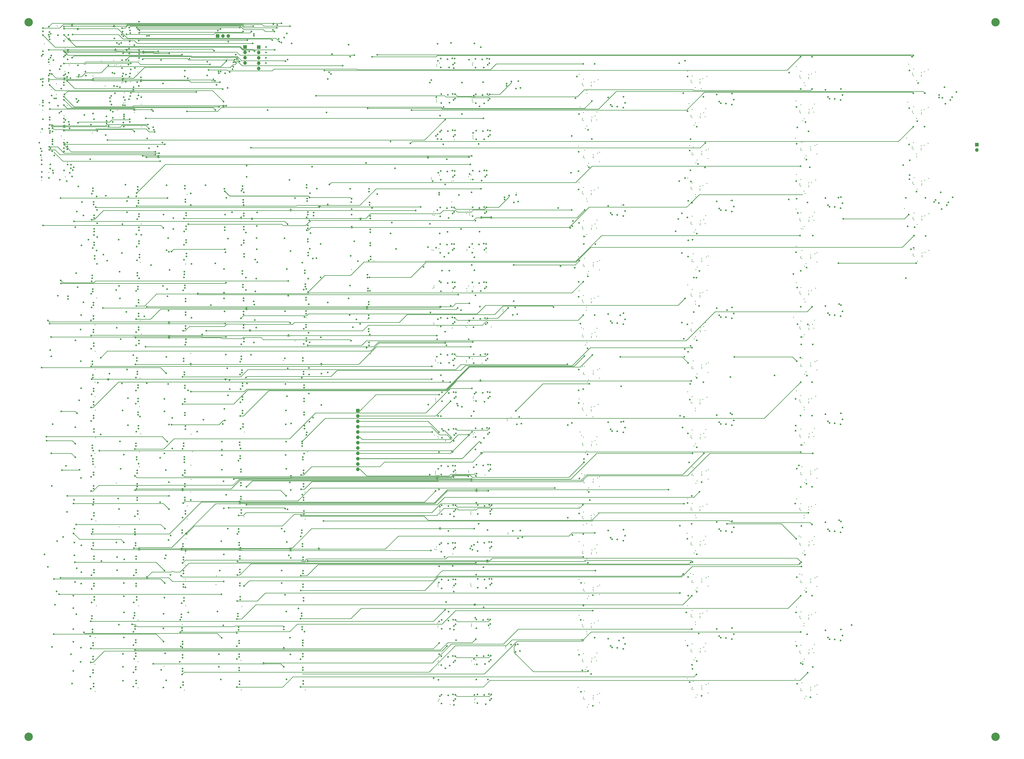
<source format=gbr>
%TF.GenerationSoftware,KiCad,Pcbnew,(6.99.0-3937-g3e53426b6c)*%
%TF.CreationDate,2025-03-11T03:35:31-04:00*%
%TF.ProjectId,AnalogFNN,416e616c-6f67-4464-9e4e-2e6b69636164,rev?*%
%TF.SameCoordinates,Original*%
%TF.FileFunction,Copper,L6,Inr*%
%TF.FilePolarity,Positive*%
%FSLAX46Y46*%
G04 Gerber Fmt 4.6, Leading zero omitted, Abs format (unit mm)*
G04 Created by KiCad (PCBNEW (6.99.0-3937-g3e53426b6c)) date 2025-03-11 03:35:31*
%MOMM*%
%LPD*%
G01*
G04 APERTURE LIST*
%TA.AperFunction,ComponentPad*%
%ADD10O,1.700000X1.700000*%
%TD*%
%TA.AperFunction,ComponentPad*%
%ADD11R,1.700000X1.700000*%
%TD*%
%TA.AperFunction,ViaPad*%
%ADD12C,4.000000*%
%TD*%
%TA.AperFunction,ViaPad*%
%ADD13C,0.800000*%
%TD*%
%TA.AperFunction,ViaPad*%
%ADD14C,0.400000*%
%TD*%
%TA.AperFunction,Conductor*%
%ADD15C,0.250000*%
%TD*%
%TA.AperFunction,Conductor*%
%ADD16C,0.200000*%
%TD*%
%TA.AperFunction,Conductor*%
%ADD17C,0.350200*%
%TD*%
G04 APERTURE END LIST*
D10*
%TO.N,+3V3*%
%TO.C,J2*%
X125599999Y-36984999D03*
%TO.N,GND*%
X125599999Y-34444999D03*
%TO.N,+5V*%
X125599999Y-31904999D03*
%TO.N,GND*%
X125599999Y-29364999D03*
D11*
%TO.N,-5V*%
X125599999Y-26824999D03*
%TD*%
%TO.N,GND*%
%TO.C,J1*%
X119099999Y-26799999D03*
D10*
%TO.N,/SWCLK*%
X119099999Y-29339999D03*
%TO.N,/SWDIO*%
X119099999Y-31879999D03*
%TO.N,+3V3*%
X119099999Y-34419999D03*
%TD*%
D11*
%TO.N,GND*%
%TO.C,SW1*%
X106074999Y-21499999D03*
D10*
%TO.N,Net-(SW1-B)*%
X108614999Y-21499999D03*
%TO.N,+3V3*%
X111154999Y-21499999D03*
%TD*%
D11*
%TO.N,/L5_OUT1*%
%TO.C,J4*%
X467306099Y-73225199D03*
D10*
%TO.N,/L5_OUT2*%
X467306099Y-75765199D03*
%TD*%
%TO.N,/L1_IN12*%
%TO.C,J3*%
X172724999Y-227724999D03*
%TO.N,/L1_IN11*%
X172724999Y-225184999D03*
%TO.N,/L1_IN10*%
X172724999Y-222644999D03*
%TO.N,/L1_IN9*%
X172724999Y-220104999D03*
%TO.N,/L1_IN8*%
X172724999Y-217564999D03*
%TO.N,/L1_IN7*%
X172724999Y-215024999D03*
%TO.N,/L1_IN6*%
X172724999Y-212484999D03*
%TO.N,/L1_IN5*%
X172724999Y-209944999D03*
%TO.N,/L1_IN4*%
X172724999Y-207404999D03*
%TO.N,/L1_IN3*%
X172724999Y-204864999D03*
%TO.N,/L1_IN2*%
X172724999Y-202324999D03*
D11*
%TO.N,/L1_IN1*%
X172724999Y-199784999D03*
%TD*%
D12*
%TO.N,GND*%
X476200000Y-15000000D03*
X476200000Y-355000000D03*
X16100000Y-355000000D03*
X16100000Y-15000000D03*
D13*
X116000000Y-304100000D03*
D14*
X388198000Y-127306000D03*
X211919276Y-246960041D03*
X58400000Y-56900000D03*
D13*
X177325000Y-136465000D03*
X46650000Y-143200000D03*
X249569000Y-202775000D03*
X178075000Y-95565000D03*
D14*
X387398000Y-315582000D03*
X284756000Y-182550000D03*
D13*
X219028000Y-68600000D03*
D14*
X383574000Y-126506000D03*
D13*
X68050000Y-94650000D03*
X402498000Y-51986700D03*
X46700000Y-224000000D03*
X299156000Y-153450000D03*
X68650000Y-107450000D03*
D14*
X283956000Y-62049700D03*
X226800000Y-302500000D03*
D13*
X350856000Y-150690000D03*
D14*
X210872400Y-159700000D03*
X209700000Y-230000000D03*
D13*
X218828000Y-157700000D03*
X146600000Y-316850000D03*
D14*
X380098700Y-155400000D03*
X279609000Y-147125000D03*
D13*
X68200000Y-195400000D03*
D14*
X279609000Y-250125000D03*
D13*
X219066000Y-318805000D03*
D14*
X434500000Y-53000000D03*
D13*
X68400000Y-208400000D03*
D14*
X210344800Y-35900000D03*
D13*
X68650000Y-167900000D03*
D14*
X210928700Y-283600000D03*
D13*
X90800000Y-154300000D03*
X236466000Y-246900000D03*
X89400000Y-323800000D03*
X89200000Y-258000000D03*
D14*
X225000000Y-158100000D03*
D13*
X146300000Y-216700000D03*
X118500000Y-120000000D03*
X90425000Y-94135000D03*
X68150000Y-142000000D03*
X147200000Y-188900000D03*
D14*
X329756000Y-89120200D03*
X284756000Y-337050000D03*
D13*
X46800000Y-318100000D03*
D14*
X335656000Y-60549700D03*
D13*
X91000000Y-167300000D03*
D14*
X228517572Y-336867939D03*
D13*
X116300000Y-323400000D03*
D14*
X383574000Y-280838000D03*
D13*
X248087000Y-97150000D03*
D14*
X329600000Y-327300000D03*
D13*
X47500000Y-127600000D03*
X402498000Y-309207000D03*
X146900000Y-182500000D03*
X116000000Y-257450000D03*
D14*
X283956000Y-268050000D03*
X383574000Y-75062200D03*
D13*
X89800000Y-277300000D03*
X117125000Y-241885000D03*
D14*
X69700000Y-64700000D03*
D13*
X90500000Y-229450000D03*
D14*
X381400000Y-121594400D03*
D13*
X250040000Y-256900000D03*
X129100000Y-29400000D03*
D14*
X279665000Y-163775000D03*
X387398000Y-161250000D03*
D13*
X219436000Y-193200000D03*
X326900000Y-157900000D03*
X350756000Y-206785000D03*
D14*
X331309000Y-144365000D03*
X284756000Y-131050000D03*
D13*
X178675000Y-121265000D03*
X299156000Y-50450200D03*
X233928000Y-140900000D03*
X218790000Y-87850000D03*
D14*
X211100000Y-338200000D03*
X381498000Y-36062200D03*
D13*
X47200000Y-210000000D03*
X234463000Y-175125000D03*
D14*
X383574000Y-229394000D03*
X383107000Y-108531000D03*
X436694000Y-39319900D03*
X225487127Y-228587127D03*
D13*
X236466000Y-282000000D03*
X147100000Y-249000000D03*
D14*
X209000000Y-140437100D03*
D13*
X148650000Y-100100000D03*
X68200000Y-188900000D03*
X118400000Y-160400000D03*
X46200000Y-298800000D03*
X243526000Y-44200000D03*
X350756000Y-308525000D03*
D14*
X208453116Y-141604858D03*
X278056000Y-194250000D03*
X211215277Y-318778704D03*
D13*
X89400000Y-317400000D03*
X299056000Y-313175000D03*
X219066000Y-228150000D03*
D14*
X383107000Y-211419000D03*
D13*
X67300000Y-276900000D03*
D14*
X440940000Y-58712200D03*
D13*
X234398000Y-157975000D03*
X235528000Y-51400000D03*
D14*
X278056000Y-91250200D03*
D13*
X402498000Y-154875000D03*
X67800000Y-242400000D03*
D14*
X329756000Y-241730000D03*
D13*
X114700000Y-30400000D03*
X117325000Y-248485000D03*
D14*
X335656000Y-314900000D03*
D13*
X116825000Y-222585000D03*
X47200000Y-249900000D03*
D14*
X207700000Y-89700000D03*
D13*
X116600000Y-270250000D03*
D14*
X228300000Y-320600000D03*
X383107000Y-159975000D03*
X277867500Y-126511700D03*
D13*
X47000000Y-203400000D03*
D14*
X280132000Y-233250000D03*
D13*
X68650000Y-113950000D03*
X147200000Y-201800000D03*
D14*
X227446800Y-69046800D03*
D13*
X90800000Y-147800000D03*
X146400000Y-264400000D03*
D14*
X210872400Y-177000000D03*
D13*
X101100000Y-33800000D03*
X402498000Y-206319000D03*
X178675000Y-114865000D03*
X447706000Y-99600200D03*
X299056000Y-261675000D03*
D14*
X210057000Y-266000000D03*
X279665000Y-112275000D03*
X33500000Y-23000000D03*
D13*
X118200000Y-100700000D03*
X350756000Y-155915000D03*
X46900000Y-264000000D03*
D14*
X329756000Y-139990000D03*
X228000000Y-195100000D03*
X335656000Y-213160000D03*
D13*
X68450000Y-154900000D03*
D14*
X387297000Y-299049000D03*
X387297000Y-196161000D03*
X226700000Y-283400000D03*
D13*
X147400000Y-208400000D03*
D14*
X227852500Y-140900500D03*
X331309000Y-246105000D03*
X336456000Y-281530000D03*
X210898424Y-282259796D03*
X224676500Y-123700000D03*
D13*
X46600000Y-257600000D03*
D14*
X383574000Y-332282000D03*
D13*
X233790000Y-122550000D03*
D14*
X208793934Y-158083426D03*
D13*
X117125000Y-228985000D03*
X89900000Y-176300000D03*
X46950000Y-162500000D03*
D14*
X22300000Y-79300000D03*
X329756000Y-190860000D03*
X278000000Y-262100000D03*
D13*
X219371000Y-210675000D03*
X177925000Y-149265000D03*
X219131000Y-337105000D03*
D14*
X21900000Y-67300000D03*
D13*
X67300000Y-270400000D03*
X177925000Y-155765000D03*
D14*
X277600000Y-331600000D03*
D13*
X148100000Y-147200000D03*
D14*
X279609000Y-44124900D03*
D13*
X435295400Y-87700000D03*
X66700000Y-257600000D03*
D14*
X31666900Y-69100000D03*
D13*
X146600000Y-176100000D03*
X178875000Y-127865000D03*
D14*
X331832000Y-331600000D03*
D13*
X328137248Y-174175044D03*
D14*
X388198000Y-230194000D03*
D13*
X177625000Y-142865000D03*
X226900548Y-264279565D03*
D14*
X331832000Y-280730000D03*
X380941078Y-70158922D03*
X68599678Y-33493545D03*
D13*
X249126000Y-43000000D03*
D14*
X383107000Y-57087000D03*
X26100000Y-35100000D03*
X279609000Y-301625000D03*
D13*
X235731000Y-301305000D03*
D14*
X436859000Y-91074900D03*
X381274500Y-103900000D03*
D13*
X227251500Y-266000000D03*
X67200000Y-216700000D03*
X47400000Y-289900000D03*
X47300000Y-108100000D03*
X47300000Y-121000000D03*
X90500000Y-202000000D03*
D14*
X27100000Y-47000000D03*
X227417572Y-34412636D03*
X227800000Y-212400000D03*
X226500000Y-89800000D03*
D13*
X116600000Y-283150000D03*
X67300000Y-283300000D03*
X210728000Y-70500000D03*
D14*
X336456000Y-128920000D03*
D13*
X67000000Y-264000000D03*
D14*
X441155000Y-109267000D03*
D13*
X47000000Y-243300000D03*
X218590000Y-122650000D03*
D14*
X209764477Y-228664477D03*
D13*
X116500000Y-330000000D03*
X402598000Y-201094000D03*
D14*
X284756000Y-285550000D03*
D13*
X116600000Y-276750000D03*
X46700000Y-95300000D03*
D14*
X61700000Y-48500000D03*
X434900000Y-35000000D03*
D13*
X117925000Y-194595000D03*
D14*
X335555000Y-196627000D03*
D13*
X146900000Y-236000000D03*
X47000000Y-101700000D03*
X90200000Y-223050000D03*
D14*
X330700000Y-73700000D03*
D13*
X218933000Y-140875000D03*
X146600000Y-323250000D03*
X299156000Y-204950000D03*
X47000000Y-190500000D03*
X148100000Y-160100000D03*
D14*
X210196900Y-264695500D03*
X278056000Y-142750000D03*
D13*
X68200000Y-201800000D03*
X146700000Y-270800000D03*
D14*
X211200000Y-320800000D03*
D13*
X437242074Y-122385286D03*
X116300000Y-263850000D03*
D14*
X387398000Y-264138000D03*
D13*
X90500000Y-242350000D03*
X247626000Y-150700000D03*
X118400000Y-147500000D03*
D14*
X228876500Y-318505800D03*
X210300000Y-53000000D03*
D13*
X218590000Y-105250000D03*
X350856000Y-201560000D03*
X218828000Y-34400000D03*
D14*
X336456000Y-78050200D03*
D13*
X46500000Y-305200000D03*
X67100000Y-310150000D03*
D14*
X227300000Y-35600000D03*
D13*
X350856000Y-48950200D03*
X67100000Y-323050000D03*
X46400000Y-217600000D03*
D14*
X209200000Y-211500000D03*
D13*
X457606000Y-48200200D03*
X402498000Y-103431000D03*
D14*
X280132000Y-78750200D03*
X436594000Y-74319900D03*
X279609000Y-95624900D03*
D13*
X299056000Y-210175000D03*
X47200000Y-270400000D03*
D14*
X432847840Y-103658746D03*
D13*
X116300000Y-317000000D03*
X299056000Y-107175000D03*
X248881000Y-311005000D03*
D14*
X383051000Y-40436900D03*
X335555000Y-298367000D03*
D13*
X90700000Y-248950000D03*
D14*
X283855000Y-148517000D03*
X211000000Y-212900000D03*
X436694000Y-57319900D03*
X387398000Y-212694000D03*
D13*
X235328000Y-34500000D03*
D14*
X331365000Y-110145000D03*
D13*
X91025000Y-119835000D03*
X68350000Y-101050000D03*
X147500000Y-134400000D03*
D14*
X331365000Y-161015000D03*
D13*
X148950000Y-106500000D03*
D14*
X280132000Y-284750000D03*
X436909000Y-107875000D03*
D13*
X177925000Y-162165000D03*
D14*
X279665000Y-266775000D03*
D13*
X47200000Y-276900000D03*
D14*
X383051000Y-143325000D03*
D13*
X235571000Y-193175000D03*
D14*
X383574000Y-177950000D03*
D13*
X90200000Y-182700000D03*
X149150000Y-126000000D03*
D14*
X383107000Y-314307000D03*
X227300000Y-175150500D03*
D13*
X299156000Y-256450000D03*
D14*
X211700000Y-249100000D03*
X35400000Y-35300000D03*
X279169100Y-160400000D03*
D13*
X235663000Y-68625000D03*
D14*
X226853500Y-301300000D03*
X226398897Y-282195671D03*
D13*
X146700000Y-277300000D03*
X46800000Y-324500000D03*
X219266000Y-247000000D03*
D14*
X278056000Y-297250000D03*
D13*
X46350000Y-136800000D03*
D14*
X387297000Y-41829200D03*
X380900000Y-327600000D03*
X331309000Y-42624900D03*
D13*
X68450000Y-161300000D03*
X146600000Y-310350000D03*
X118500000Y-107100000D03*
D14*
X335656000Y-111420000D03*
D13*
X118700000Y-126600000D03*
X109600000Y-39300000D03*
D14*
X283855000Y-251517000D03*
D13*
X117125000Y-235485000D03*
X146900000Y-242400000D03*
X148300000Y-166700000D03*
X350856000Y-303300000D03*
X236366000Y-264500000D03*
X47150000Y-169100000D03*
D14*
X279665000Y-60775000D03*
X228491330Y-229598032D03*
D13*
X146600000Y-223100000D03*
D14*
X226000000Y-106800000D03*
D13*
X68650000Y-120350000D03*
D14*
X284756000Y-79550200D03*
X29300000Y-44300000D03*
D13*
X66800000Y-303750000D03*
D14*
X331365000Y-59275000D03*
X226700000Y-87750500D03*
X244266000Y-258000000D03*
D13*
X402498000Y-257763000D03*
X116525000Y-216185000D03*
X235871000Y-227675000D03*
D14*
X330300000Y-53700000D03*
D13*
X67300000Y-329650000D03*
D14*
X437009000Y-125275000D03*
D13*
X350856000Y-252430000D03*
D14*
X227714500Y-122575500D03*
D13*
X146900000Y-229500000D03*
X178675000Y-108365000D03*
X178125000Y-168765000D03*
X148950000Y-113000000D03*
D14*
X209782422Y-195393922D03*
X209700000Y-175600000D03*
X280132000Y-181750000D03*
D13*
X402598000Y-149650000D03*
X118100000Y-141100000D03*
X148350000Y-93700000D03*
X67500000Y-289900000D03*
X47200000Y-283300000D03*
X147200000Y-195400000D03*
X146800000Y-329850000D03*
D14*
X22200000Y-90200000D03*
D13*
X90200000Y-135000000D03*
X89400000Y-310900000D03*
X117800000Y-134700000D03*
X68850000Y-126950000D03*
X90500000Y-195600000D03*
X67600000Y-176100000D03*
D14*
X46700000Y-40600000D03*
X69700000Y-54000000D03*
D13*
X67900000Y-182500000D03*
D14*
X335555000Y-44017200D03*
X383051000Y-246213000D03*
X328600000Y-309200000D03*
D13*
X66500000Y-297350000D03*
X402598000Y-46762200D03*
X106100000Y-19000000D03*
D14*
X382700000Y-259500000D03*
X387398000Y-58361700D03*
X210075066Y-51685574D03*
X329756000Y-292600000D03*
D13*
X116300000Y-310500000D03*
D14*
X243839000Y-203921000D03*
D13*
X218828000Y-175100000D03*
X146900000Y-290300000D03*
X219231000Y-301505000D03*
D14*
X283956000Y-165050000D03*
X277600000Y-313700000D03*
X34500000Y-54700000D03*
X211379500Y-122650500D03*
D13*
X47000000Y-197000000D03*
D14*
X381498000Y-293282000D03*
X280132000Y-130250000D03*
D13*
X117625000Y-181695000D03*
D14*
X331832000Y-128120000D03*
X335555000Y-247497000D03*
X227592400Y-70400000D03*
D13*
X146100000Y-258000000D03*
D14*
X209180803Y-106933075D03*
X336456000Y-332400000D03*
D13*
X146700000Y-283700000D03*
D14*
X211600000Y-337130800D03*
D13*
X90700000Y-208600000D03*
X90725000Y-100535000D03*
D14*
X57000000Y-35500000D03*
D13*
X327240400Y-207900000D03*
X350756000Y-257655000D03*
X118500000Y-113600000D03*
D14*
X278056000Y-245750000D03*
X381498000Y-87506200D03*
X283855000Y-97017200D03*
D13*
X89800000Y-270800000D03*
D14*
X224676500Y-142900000D03*
X331832000Y-178990000D03*
X383051000Y-297657000D03*
X224500000Y-176700000D03*
D13*
X67500000Y-223100000D03*
X235371000Y-210275000D03*
D14*
X211554600Y-87850500D03*
D13*
X146000000Y-297550000D03*
D14*
X329756000Y-38250200D03*
D13*
X46950000Y-149600000D03*
D14*
X241825000Y-151825000D03*
D13*
X67100000Y-316650000D03*
D14*
X284756000Y-234050000D03*
X227196800Y-51796800D03*
X335656000Y-264030000D03*
X331000000Y-277200000D03*
D13*
X402598000Y-252538000D03*
X90800000Y-160700000D03*
X382668500Y-225900000D03*
D14*
X335555000Y-94887200D03*
X331309000Y-93494900D03*
X383107000Y-262863000D03*
D13*
X178375000Y-101965000D03*
D14*
X331762178Y-226562178D03*
D13*
X455806000Y-98300200D03*
X47000000Y-331100000D03*
D14*
X336456000Y-230660000D03*
X387297000Y-93273200D03*
D13*
X350756000Y-54174700D03*
D14*
X383051000Y-91880900D03*
D13*
X89500000Y-264400000D03*
D14*
X228246500Y-210275500D03*
D13*
X118125000Y-207595000D03*
D14*
X228400000Y-338800000D03*
D13*
X68450000Y-148400000D03*
D14*
X388198000Y-281638000D03*
D13*
X148950000Y-119400000D03*
X129000000Y-34400000D03*
D14*
X433901300Y-70100000D03*
D13*
X91025000Y-106935000D03*
D14*
X208900000Y-105254900D03*
D13*
X402598000Y-98206200D03*
X236001000Y-318480000D03*
X68000000Y-249000000D03*
X117900000Y-94300000D03*
D14*
X210800000Y-302800000D03*
D13*
X46400000Y-177700000D03*
X117925000Y-200995000D03*
X383320800Y-174600000D03*
D14*
X383051000Y-194769000D03*
D13*
X90500000Y-189100000D03*
D14*
X388198000Y-333082000D03*
X388198000Y-75862200D03*
X387297000Y-144717000D03*
D13*
X326917692Y-105913388D03*
X47300000Y-114600000D03*
X117925000Y-188095000D03*
X89600000Y-330400000D03*
X146300000Y-303950000D03*
D14*
X46400000Y-67700000D03*
D13*
X90500000Y-141400000D03*
D14*
X227500000Y-53100000D03*
X209788500Y-194000000D03*
X278056000Y-39750200D03*
X331365000Y-262755000D03*
X381498000Y-241838000D03*
X331365000Y-211885000D03*
X279700000Y-178800000D03*
X283855000Y-45517200D03*
X331309000Y-296975000D03*
D13*
X147800000Y-140800000D03*
X219266000Y-282300000D03*
X275103010Y-109582555D03*
D14*
X335555000Y-145757000D03*
D13*
X381161100Y-206900000D03*
X47000000Y-230400000D03*
D14*
X336456000Y-179790000D03*
D13*
X47000000Y-236900000D03*
D14*
X329500000Y-258200000D03*
D13*
X67800000Y-229500000D03*
X210728000Y-68300000D03*
X91025000Y-113435000D03*
X326904592Y-124825820D03*
D14*
X280132000Y-336250000D03*
X381498000Y-138950000D03*
D13*
X350856000Y-99820200D03*
D14*
X381200000Y-52400000D03*
X210806444Y-300790794D03*
X441255000Y-126667000D03*
D13*
X299156000Y-307950000D03*
X89900000Y-216650000D03*
D14*
X440940000Y-40712200D03*
X279665000Y-215275000D03*
D13*
X116800000Y-289750000D03*
X90000000Y-290300000D03*
D14*
X283855000Y-303017000D03*
D13*
X236296000Y-336930000D03*
D14*
X283855000Y-200017000D03*
D13*
X219028000Y-51300000D03*
D14*
X283956000Y-319550000D03*
X22800000Y-56800000D03*
D13*
X91225000Y-126435000D03*
X118400000Y-154000000D03*
D14*
X283956000Y-216550000D03*
X278600000Y-55300000D03*
D13*
X115700000Y-297700000D03*
X46800000Y-311600000D03*
D14*
X388198000Y-178750000D03*
X224600000Y-106000000D03*
X278000000Y-280100000D03*
D13*
X46950000Y-156100000D03*
X299156000Y-101950000D03*
X88800000Y-298100000D03*
D14*
X331832000Y-77250200D03*
X226500000Y-249200000D03*
X227700000Y-193200000D03*
X243131000Y-312105000D03*
X211600000Y-34500000D03*
X331832000Y-229860000D03*
D13*
X233990000Y-105150000D03*
D14*
X441105000Y-92467200D03*
X279295200Y-229800000D03*
X23700000Y-25300000D03*
D13*
X219066000Y-264900000D03*
X89800000Y-283700000D03*
D14*
X383000000Y-277600000D03*
X279665000Y-318275000D03*
D13*
X148100000Y-153700000D03*
X67850000Y-135600000D03*
D14*
X440840000Y-75712200D03*
D13*
X90500000Y-235950000D03*
X299056000Y-55674700D03*
X118600000Y-167000000D03*
D14*
X331365000Y-313625000D03*
D13*
X117325000Y-175295000D03*
X299056000Y-158675000D03*
X449406000Y-49600200D03*
X46700000Y-184100000D03*
X402598000Y-303982000D03*
D14*
X381100000Y-309700000D03*
D13*
X350756000Y-105045000D03*
D14*
X208715000Y-123600000D03*
X224573700Y-160200000D03*
X335656000Y-162290000D03*
D13*
X59100000Y-25400000D03*
X89100000Y-304500000D03*
X453772000Y-100655000D03*
X455507000Y-50600200D03*
X234090000Y-87750000D03*
D14*
X38800000Y-41000000D03*
D13*
X242491000Y-98347500D03*
D14*
X277856000Y-74050200D03*
X283956000Y-113550000D03*
X279609000Y-198625000D03*
X381498000Y-190394000D03*
D13*
X67800000Y-236000000D03*
D14*
X226500000Y-247900000D03*
X387398000Y-109806000D03*
X279295200Y-211600000D03*
D13*
%TO.N,+3V3*%
X116500000Y-33600000D03*
X111100000Y-24200000D03*
%TO.N,Net-(U27B-+)*%
X291856000Y-50850200D03*
X293756000Y-55050200D03*
%TO.N,Net-(C20-Pad2)*%
X299956000Y-53350200D03*
X296245000Y-55150200D03*
%TO.N,Net-(U44B-+)*%
X291856000Y-256850000D03*
X293756000Y-261050000D03*
%TO.N,Net-(U31B-+)*%
X293756000Y-106550000D03*
X291856000Y-102350000D03*
%TO.N,Net-(C23-Pad2)*%
X296245000Y-106650000D03*
X299956000Y-104850000D03*
%TO.N,Net-(U36B-+)*%
X291856000Y-153850000D03*
X293756000Y-158050000D03*
%TO.N,Net-(C26-Pad2)*%
X299956000Y-156350000D03*
X296245000Y-158150000D03*
%TO.N,Net-(U63B-+)*%
X345456000Y-206160000D03*
X343556000Y-201960000D03*
%TO.N,Net-(U40B-+)*%
X293756000Y-209550000D03*
X291856000Y-205350000D03*
%TO.N,Net-(C29-Pad2)*%
X299956000Y-207850000D03*
X296245000Y-209650000D03*
%TO.N,Net-(C32-Pad2)*%
X296245000Y-261150000D03*
X299956000Y-259350000D03*
%TO.N,Net-(U48B-+)*%
X293756000Y-312550000D03*
X291856000Y-308350000D03*
%TO.N,Net-(C35-Pad2)*%
X296245000Y-312650000D03*
X299956000Y-310850000D03*
%TO.N,Net-(U51B-+)*%
X345456000Y-53550200D03*
X343556000Y-49350200D03*
%TO.N,Net-(C38-Pad2)*%
X347945000Y-53650200D03*
X351656000Y-51850200D03*
%TO.N,Net-(U55B-+)*%
X343556000Y-100220000D03*
X345456000Y-104420000D03*
%TO.N,Net-(C41-Pad2)*%
X347945000Y-104520000D03*
X351656000Y-102720000D03*
%TO.N,Net-(U59B-+)*%
X343556000Y-151090000D03*
X345456000Y-155290000D03*
%TO.N,Net-(C44-Pad2)*%
X351656000Y-153590000D03*
X347945000Y-155390000D03*
%TO.N,Net-(C47-Pad2)*%
X351656000Y-204460000D03*
X347945000Y-206260000D03*
%TO.N,Net-(U67B-+)*%
X343556000Y-252830000D03*
X345456000Y-257030000D03*
%TO.N,Net-(C50-Pad2)*%
X351656000Y-255330000D03*
X347945000Y-257130000D03*
%TO.N,Net-(U71B-+)*%
X343556000Y-303700000D03*
X345456000Y-307900000D03*
%TO.N,Net-(C53-Pad2)*%
X347945000Y-308000000D03*
X351656000Y-306200000D03*
%TO.N,Net-(U75B-+)*%
X395298000Y-47162200D03*
X397198000Y-51362200D03*
%TO.N,Net-(C56-Pad2)*%
X403398000Y-49662200D03*
X399687000Y-51462200D03*
%TO.N,Net-(U79B-+)*%
X395298000Y-98606200D03*
X397198000Y-102806000D03*
%TO.N,Net-(C59-Pad2)*%
X399687000Y-102906000D03*
X403398000Y-101106000D03*
%TO.N,Net-(U83B-+)*%
X395298000Y-150050000D03*
X397198000Y-154250000D03*
%TO.N,Net-(C62-Pad2)*%
X399687000Y-154350000D03*
X403398000Y-152550000D03*
%TO.N,Net-(U87B-+)*%
X397198000Y-205694000D03*
X395298000Y-201494000D03*
%TO.N,Net-(C65-Pad2)*%
X399687000Y-205794000D03*
X403398000Y-203994000D03*
%TO.N,Net-(U91B-+)*%
X397198000Y-257138000D03*
X395298000Y-252938000D03*
%TO.N,Net-(C68-Pad2)*%
X403398000Y-255438000D03*
X399687000Y-257238000D03*
%TO.N,Net-(U95B-+)*%
X395298000Y-304382000D03*
X397198000Y-308582000D03*
%TO.N,Net-(C71-Pad2)*%
X403398000Y-306882000D03*
X399687000Y-308682000D03*
%TO.N,Net-(C3002-Pad2)*%
X249087000Y-100350000D03*
X246987000Y-100750000D03*
%TO.N,Net-(U13001B-+)*%
X451906000Y-45900200D03*
X450906000Y-51000200D03*
%TO.N,Net-(U13001C--)*%
X452306000Y-53800200D03*
X454706000Y-52000200D03*
%TO.N,Net-(U17001B-+)*%
X449171000Y-101055000D03*
X450171000Y-95955200D03*
%TO.N,Net-(U17001C--)*%
X450571000Y-103855000D03*
X452971000Y-102055000D03*
%TO.N,Net-(C23002-Pad2)*%
X248026000Y-46600000D03*
X250126000Y-46200000D03*
%TO.N,Net-(C33002-Pad2)*%
X246526000Y-154300000D03*
X248626000Y-153900000D03*
%TO.N,Net-(C131002-Pad2)*%
X248469000Y-206375000D03*
X250569000Y-205975000D03*
%TO.N,Net-(C139002-Pad2)*%
X248940000Y-260500000D03*
X251040000Y-260100000D03*
%TO.N,Net-(C148002-Pad2)*%
X249881000Y-314205000D03*
X247781000Y-314605000D03*
%TO.N,Net-(Q2001A-S1)*%
X211990000Y-103150000D03*
X211990000Y-107350000D03*
D14*
%TO.N,/InNeuron_2/OUT*%
X248100000Y-96200000D03*
X284600000Y-202800000D03*
X281800000Y-306200000D03*
X280000000Y-254200000D03*
X281800000Y-48900000D03*
X281900000Y-100200000D03*
X284100000Y-254222300D03*
X281600000Y-152000000D03*
D13*
%TO.N,/InNeuron_1/OUT*%
X278103700Y-248747400D03*
X277792400Y-196203100D03*
X278832500Y-299409900D03*
X276983900Y-40798000D03*
X277835500Y-145602200D03*
X277835500Y-94580500D03*
%TO.N,/InNeuron_3/OUT*%
X278203300Y-232069900D03*
X279058500Y-281744100D03*
X278181200Y-128454700D03*
X246956900Y-130447300D03*
X246956900Y-147775000D03*
X278936100Y-333620000D03*
X277870600Y-76647100D03*
X277885500Y-180262300D03*
%TO.N,/Neuron6_1/OUT*%
X331279500Y-90789700D03*
X329641800Y-243737500D03*
X330768200Y-194608700D03*
X329026200Y-295833100D03*
X329608800Y-40780300D03*
D14*
%TO.N,/Neuron6_10/IN2*%
X333700000Y-250800000D03*
X333500000Y-301600000D03*
X333551072Y-97951072D03*
X336200000Y-46600000D03*
X298358240Y-102002762D03*
X333500000Y-199900000D03*
X333500000Y-149200000D03*
D13*
%TO.N,/Neuron6_10/IN3*%
X329900500Y-177100600D03*
X330636100Y-76064700D03*
X297635200Y-154478300D03*
X329888600Y-126462100D03*
X297635200Y-174284500D03*
X330405300Y-224457300D03*
X330636100Y-328986000D03*
X329898100Y-278988300D03*
%TO.N,/Neuron6_10/IN4*%
X336347500Y-233822500D03*
X334058300Y-184238700D03*
X298053400Y-188232700D03*
X336347500Y-335562500D03*
X334625600Y-82483600D03*
X298053400Y-205198400D03*
X335361500Y-133348200D03*
X334058300Y-285978700D03*
%TO.N,/Neuron6_10/IN5*%
X329825800Y-210622400D03*
X329673100Y-57288300D03*
X329591800Y-158772700D03*
X329558800Y-107907500D03*
X329558800Y-260765200D03*
X329689100Y-311643600D03*
%TO.N,/Neuron6_10/IN6*%
X334036100Y-217292600D03*
X334036100Y-319052000D03*
X334036100Y-166416000D03*
X297062800Y-309242400D03*
X334073000Y-64694600D03*
X334036100Y-268181400D03*
X334036100Y-115579200D03*
%TO.N,/Neuron6_13/IN1*%
X381805600Y-141241400D03*
X377993400Y-38962200D03*
X380843900Y-244025500D03*
X381061900Y-194210500D03*
X381403200Y-90595300D03*
X381281400Y-295833100D03*
D14*
%TO.N,/Neuron6_13/IN2*%
X350060914Y-99904126D03*
X385600000Y-148100000D03*
X385005200Y-302300000D03*
X385100000Y-250900000D03*
X385600000Y-45100000D03*
X385300000Y-199500000D03*
X385500000Y-96475500D03*
D13*
%TO.N,/Neuron6_13/IN3*%
X381621500Y-279042300D03*
X351894000Y-174284500D03*
X381627800Y-176277100D03*
X348448600Y-151955400D03*
X381314000Y-124469500D03*
X381550300Y-72806300D03*
X381811000Y-329814900D03*
X381663700Y-227416500D03*
%TO.N,/Neuron6_10/OUT*%
X350074000Y-201023400D03*
X386219500Y-234613900D03*
X386155600Y-286113100D03*
X386283400Y-131762700D03*
X386192700Y-80323200D03*
X350074000Y-183822400D03*
X388141900Y-336231700D03*
X386431200Y-183184900D03*
%TO.N,/Neuron6_11/OUT*%
X381403600Y-260819200D03*
X382178300Y-105763200D03*
X381987700Y-158656000D03*
X348448600Y-253712700D03*
X381572900Y-311773900D03*
X381425100Y-55312300D03*
X381061900Y-209399800D03*
D14*
%TO.N,/Neuron6_12/OUT*%
X383788000Y-113295800D03*
D13*
X383789100Y-216140900D03*
X383580200Y-319981400D03*
X383763500Y-164778400D03*
X385778300Y-62525100D03*
X385550100Y-268373000D03*
%TO.N,/Neuron6_13/OUT*%
X436022900Y-123031900D03*
X435186100Y-37962600D03*
%TO.N,/Neuron6_14/OUT*%
X439368400Y-43934600D03*
X401448700Y-98462800D03*
X438419800Y-129667900D03*
X401448700Y-129667900D03*
%TO.N,/Neuron6_15/OUT*%
X401816000Y-149119900D03*
X403740700Y-108528700D03*
X435094900Y-73170500D03*
X434850800Y-106536100D03*
%TO.N,/Neuron6_16/OUT*%
X437700700Y-112535000D03*
D14*
X438700000Y-79100000D03*
D13*
X434400000Y-112100000D03*
%TO.N,/Neuron6_17/OUT*%
X435144900Y-55910200D03*
X435227400Y-89635800D03*
X401816000Y-252018700D03*
%TO.N,/Neuron6_18/OUT*%
X438944400Y-62084000D03*
X407728900Y-301810900D03*
X438634100Y-95580100D03*
%TO.N,/InNeuron_4/OUT*%
X282250500Y-135939200D03*
X284574200Y-287595700D03*
X282656500Y-238475400D03*
X282733500Y-84018900D03*
X282889500Y-187003100D03*
X247943600Y-199889000D03*
X284574200Y-340247100D03*
%TO.N,/InNeuron_5/OUT*%
X277974600Y-58713700D03*
D14*
X278549500Y-209947500D03*
D13*
X277997800Y-110521300D03*
X278644600Y-158435100D03*
X274831300Y-259036200D03*
X278000400Y-315974000D03*
%TO.N,/InNeuron_6/OUT*%
X282336100Y-66193900D03*
X247817400Y-311266300D03*
X282053500Y-220667800D03*
X282249400Y-272177000D03*
X282100600Y-170176200D03*
X282336100Y-323679800D03*
X280352600Y-116971000D03*
D14*
%TO.N,-5V*%
X387306000Y-41229800D03*
X335564000Y-43417800D03*
X387306000Y-195562000D03*
D13*
X233353000Y-88475700D03*
D14*
X440949000Y-58112800D03*
D13*
X235134000Y-228401000D03*
D14*
X284762000Y-284905000D03*
X335564000Y-94287800D03*
X335564000Y-145158000D03*
X283864000Y-147918000D03*
X284762000Y-78904600D03*
D13*
X218091000Y-35125700D03*
X233253000Y-105876000D03*
X218329000Y-319531000D03*
D14*
X387398000Y-212094000D03*
D13*
X235559000Y-337656000D03*
X218634000Y-211401000D03*
X234591000Y-35225700D03*
X218494000Y-302231000D03*
D14*
X441114000Y-91867800D03*
X283956000Y-164450000D03*
D13*
X235729000Y-282726000D03*
D14*
X388204000Y-280993000D03*
X336462000Y-179145000D03*
X388204000Y-332437000D03*
X387306000Y-298450000D03*
X336462000Y-77404600D03*
X388204000Y-178105000D03*
X441264000Y-126068000D03*
D13*
X234834000Y-193901000D03*
X233726000Y-175851000D03*
D14*
X335656000Y-263430000D03*
X283956000Y-267450000D03*
D13*
X234994000Y-302031000D03*
D14*
X387398000Y-314982000D03*
X283956000Y-112950000D03*
D13*
X234791000Y-52125700D03*
D14*
X441164000Y-108668000D03*
X283864000Y-250918000D03*
X387306000Y-144118000D03*
X336462000Y-331755000D03*
D13*
X129100000Y-26800000D03*
X218394000Y-337831000D03*
D14*
X283956000Y-215950000D03*
X284762000Y-181905000D03*
D13*
X218091000Y-158426000D03*
X218053000Y-88575700D03*
D14*
X335656000Y-314300000D03*
X387398000Y-57762200D03*
X387398000Y-263538000D03*
D13*
X218699000Y-193926000D03*
D14*
X388204000Y-126661000D03*
D13*
X233191000Y-141626000D03*
D14*
X336462000Y-280885000D03*
D13*
X218291000Y-52025700D03*
X218329000Y-265626000D03*
D14*
X284762000Y-130405000D03*
X283864000Y-302418000D03*
X284762000Y-233405000D03*
X283956000Y-318950000D03*
D13*
X218291000Y-69325700D03*
X217853000Y-123376000D03*
X234926000Y-69350700D03*
X233661000Y-158701000D03*
D14*
X335656000Y-59950200D03*
X335656000Y-161690000D03*
D13*
X217853000Y-105976000D03*
D14*
X336462000Y-230015000D03*
D13*
X218529000Y-247726000D03*
D14*
X284762000Y-336405000D03*
X440849000Y-75112800D03*
X335564000Y-297768000D03*
X283864000Y-44917800D03*
X335564000Y-196028000D03*
X387398000Y-160650000D03*
X387306000Y-247006000D03*
X440949000Y-40112800D03*
X387398000Y-109206000D03*
D13*
X235264000Y-319206000D03*
X218196000Y-141601000D03*
X218091000Y-175826000D03*
D14*
X283864000Y-199418000D03*
D13*
X218329000Y-228876000D03*
X235629000Y-265226000D03*
X235729000Y-247626000D03*
D14*
X283864000Y-96417800D03*
X388204000Y-229549000D03*
X283956000Y-61450200D03*
X335656000Y-110820000D03*
X335656000Y-212560000D03*
X388204000Y-75216600D03*
X387306000Y-92673800D03*
D13*
X218529000Y-283026000D03*
D14*
X336462000Y-128275000D03*
D13*
X233053000Y-123276000D03*
X234634000Y-211001000D03*
D14*
X335564000Y-246898000D03*
D13*
%TO.N,+5V*%
X90700000Y-247550000D03*
X117900000Y-93000000D03*
D14*
X211000000Y-302100000D03*
X331296000Y-314221000D03*
D13*
X67300000Y-328250000D03*
X147100000Y-247600000D03*
X146600000Y-221900000D03*
X149100000Y-137000000D03*
X396490000Y-50553400D03*
X118125000Y-206195000D03*
X150000000Y-96400000D03*
X46950000Y-148400000D03*
D14*
X279596000Y-61370600D03*
X147800000Y-332756800D03*
X147700000Y-251500000D03*
D13*
X46500000Y-304000000D03*
D14*
X33100000Y-70806000D03*
X224100000Y-159800000D03*
X208500000Y-106656700D03*
X69221300Y-157016600D03*
D13*
X118200000Y-99500000D03*
D14*
X48000000Y-212668400D03*
D13*
X47300000Y-106900000D03*
X46350000Y-135500000D03*
D14*
X178882778Y-172882778D03*
D13*
X124800000Y-105500000D03*
X117325000Y-173995000D03*
X90500000Y-187900000D03*
D14*
X383039000Y-109127000D03*
D13*
X344747000Y-154481000D03*
X116300000Y-315700000D03*
X147500000Y-133100000D03*
X47000000Y-100500000D03*
X48500000Y-123600000D03*
D14*
X436708000Y-57931100D03*
D13*
X177625000Y-141665000D03*
X177925000Y-160965000D03*
D14*
X383039000Y-314903000D03*
D13*
X226300000Y-265400000D03*
X177925000Y-148065000D03*
X117125000Y-234185000D03*
D14*
X241827000Y-152495000D03*
D13*
X146300000Y-302750000D03*
X147800000Y-139600000D03*
X146900000Y-241200000D03*
X90800000Y-153000000D03*
D14*
X331703000Y-77879100D03*
D13*
X116300000Y-262650000D03*
D14*
X209788500Y-194700000D03*
X208100000Y-123300000D03*
D13*
X48600000Y-130000000D03*
X89400000Y-322600000D03*
D14*
X209000000Y-158646400D03*
D13*
X178125000Y-167365000D03*
D14*
X211658800Y-247500000D03*
X93316468Y-225744928D03*
D13*
X148100000Y-152400000D03*
X89600000Y-329000000D03*
D14*
X331296000Y-110741000D03*
D13*
X67200000Y-215400000D03*
D14*
X383445000Y-75691100D03*
X209700000Y-229400000D03*
D13*
X90500000Y-194300000D03*
D14*
X91600000Y-96923700D03*
D13*
X90500000Y-241150000D03*
D14*
X437023000Y-125886000D03*
D13*
X67850000Y-134300000D03*
X46650000Y-142000000D03*
D14*
X68500000Y-292722700D03*
D13*
X118700000Y-125200000D03*
D14*
X228400000Y-337500000D03*
X331296000Y-212481000D03*
D13*
X117325000Y-247085000D03*
D14*
X47800000Y-226700000D03*
D13*
X147400000Y-207000000D03*
X293047000Y-260241000D03*
X47300000Y-119800000D03*
X90500000Y-228250000D03*
D14*
X383065000Y-41048100D03*
D13*
X396490000Y-256329000D03*
D14*
X94047546Y-219417261D03*
D13*
X68600000Y-14743400D03*
X89800000Y-269600000D03*
X90200000Y-133700000D03*
X117800000Y-133400000D03*
X68450000Y-153600000D03*
X118500000Y-105900000D03*
X47000000Y-195700000D03*
D14*
X279623000Y-250736000D03*
X148100000Y-155510900D03*
D13*
X89500000Y-263200000D03*
X68000000Y-247600000D03*
D14*
X383065000Y-298268000D03*
D13*
X124400000Y-137000000D03*
X344747000Y-256221000D03*
D14*
X279596000Y-112871000D03*
D13*
X146400000Y-263200000D03*
X123700000Y-156700000D03*
X66800000Y-302550000D03*
D14*
X89300000Y-301539300D03*
D13*
X116800000Y-288350000D03*
X242600000Y-99341000D03*
D14*
X90900000Y-292700000D03*
D13*
X146900000Y-181300000D03*
X147200000Y-200600000D03*
D14*
X436873000Y-91686100D03*
X177462256Y-156456460D03*
X91531700Y-251352900D03*
X48508278Y-146208278D03*
D13*
X148950000Y-105300000D03*
X67600000Y-174800000D03*
D14*
X64200000Y-25600000D03*
X47800000Y-180300000D03*
D13*
X209928000Y-69100000D03*
D14*
X33500000Y-27400000D03*
X227300000Y-52400000D03*
D13*
X124700000Y-111900000D03*
D14*
X47800000Y-333500000D03*
D13*
X89900000Y-175000000D03*
D14*
X279623000Y-44736100D03*
D13*
X66700000Y-256300000D03*
D14*
X68300000Y-331707800D03*
X279623000Y-96236100D03*
X147641872Y-238641872D03*
D13*
X149800000Y-167300000D03*
D14*
X47800000Y-307900000D03*
X331703000Y-281359000D03*
X226500000Y-248600000D03*
D13*
X89100000Y-303300000D03*
X89400000Y-309700000D03*
X91025000Y-105735000D03*
D14*
X226800000Y-301900000D03*
X331296000Y-59870600D03*
X93433600Y-211000000D03*
D13*
X48700000Y-117200000D03*
D14*
X209374688Y-265839364D03*
D13*
X68650000Y-106250000D03*
X68150000Y-140800000D03*
D14*
X210865822Y-319265822D03*
D13*
X148650000Y-98900000D03*
X48500000Y-97900000D03*
X344747000Y-103611000D03*
D14*
X148857664Y-219377564D03*
D13*
X118400000Y-146300000D03*
X446976000Y-100510000D03*
D14*
X210246800Y-52346800D03*
D13*
X178875000Y-126465000D03*
X293047000Y-54241400D03*
X146300000Y-215400000D03*
X149600000Y-182606400D03*
D14*
X331703000Y-179619000D03*
D13*
X46400000Y-216300000D03*
X46800000Y-310400000D03*
X118400000Y-159200000D03*
D14*
X279596000Y-164371000D03*
D13*
X178675000Y-113565000D03*
X46900000Y-262800000D03*
X47150000Y-167700000D03*
X68200000Y-194100000D03*
X150200000Y-115300000D03*
X90425000Y-92835000D03*
D14*
X68100000Y-38700000D03*
X117300000Y-332756800D03*
X331323000Y-94106100D03*
D13*
X67800000Y-234700000D03*
D14*
X227624600Y-210900000D03*
X47700000Y-193100000D03*
D13*
X396490000Y-204885000D03*
D14*
X33000000Y-59500000D03*
X383065000Y-195380000D03*
D13*
X90500000Y-200800000D03*
X68650000Y-166500000D03*
D14*
X69612178Y-110992478D03*
D13*
X149400000Y-149200000D03*
X117125000Y-240685000D03*
X146600000Y-322050000D03*
X118600000Y-165600000D03*
X47200000Y-275600000D03*
X47000000Y-229200000D03*
X396490000Y-307773000D03*
D14*
X209021590Y-141237090D03*
X280003000Y-285379000D03*
D13*
X147200000Y-194100000D03*
X47000000Y-329700000D03*
X90000000Y-288900000D03*
D14*
X69221300Y-129200000D03*
X383039000Y-212015000D03*
D13*
X89400000Y-316100000D03*
X146600000Y-174800000D03*
D14*
X93248402Y-238435257D03*
D13*
X47000000Y-242100000D03*
D14*
X331323000Y-43236100D03*
D13*
X89900000Y-215350000D03*
X146700000Y-269600000D03*
D14*
X66400000Y-57800000D03*
X68800000Y-219359500D03*
X383065000Y-143936000D03*
X211000000Y-337600000D03*
D13*
X88800000Y-296800000D03*
X46950000Y-154800000D03*
X47200000Y-248500000D03*
X47200000Y-208600000D03*
D14*
X68200000Y-319300000D03*
D13*
X147200000Y-187700000D03*
X116000000Y-302900000D03*
X146900000Y-234700000D03*
D14*
X47649372Y-220149372D03*
X210900000Y-212000000D03*
D13*
X148950000Y-111700000D03*
D14*
X68900000Y-226600000D03*
D13*
X116600000Y-281950000D03*
X117925000Y-199795000D03*
X67800000Y-228300000D03*
X67100000Y-321850000D03*
X68850000Y-125550000D03*
X118500000Y-95900000D03*
X148200000Y-141900000D03*
X116500000Y-328600000D03*
X148100000Y-158900000D03*
D14*
X383065000Y-92492100D03*
D13*
X151700000Y-107000000D03*
X48700000Y-110700000D03*
X67100000Y-315350000D03*
D14*
X48100000Y-252300000D03*
D13*
X66500000Y-296050000D03*
X116300000Y-309300000D03*
D14*
X244243000Y-258647000D03*
D13*
X90500000Y-234650000D03*
D14*
X47600000Y-320600000D03*
X34570700Y-81700000D03*
X331296000Y-263351000D03*
X226853500Y-318964500D03*
D13*
X146900000Y-288900000D03*
D14*
X383039000Y-57682600D03*
D13*
X146700000Y-276000000D03*
D14*
X280003000Y-79379100D03*
D13*
X124000000Y-143100000D03*
X293047000Y-105741000D03*
X117925000Y-193295000D03*
X116600000Y-275450000D03*
D14*
X436608000Y-74931100D03*
D13*
X67800000Y-241200000D03*
D14*
X48400000Y-292722700D03*
D13*
X148950000Y-118200000D03*
X146800000Y-328450000D03*
X67500000Y-221900000D03*
X67100000Y-308950000D03*
X91000000Y-165900000D03*
D14*
X227500000Y-69700000D03*
D13*
X178075000Y-94265000D03*
D14*
X180382218Y-128532818D03*
X280003000Y-233879000D03*
X225545300Y-229200000D03*
D13*
X396490000Y-153441000D03*
X146000000Y-296250000D03*
X67500000Y-288500000D03*
X123500000Y-149400000D03*
X68650000Y-112650000D03*
X46800000Y-323300000D03*
D14*
X227300000Y-35000497D03*
D13*
X117925000Y-186895000D03*
X115700000Y-296400000D03*
X46400000Y-176400000D03*
X153000000Y-127300000D03*
D14*
X280003000Y-182379000D03*
X117100000Y-318700000D03*
D13*
X47300000Y-113300000D03*
D14*
X90700000Y-279900000D03*
D13*
X146100000Y-256700000D03*
X90700000Y-207200000D03*
D14*
X243862000Y-204557000D03*
D13*
X149300000Y-162700000D03*
D14*
X224600000Y-141759400D03*
D13*
X68050000Y-93350000D03*
X151800000Y-105600000D03*
X46700000Y-222800000D03*
X46950000Y-161300000D03*
D14*
X118801500Y-210000000D03*
X331703000Y-128749000D03*
X47800000Y-171563200D03*
D13*
X116825000Y-221385000D03*
D14*
X47800000Y-199600000D03*
X93447820Y-232493872D03*
D13*
X47000000Y-235600000D03*
D14*
X331323000Y-297586000D03*
D13*
X89200000Y-256700000D03*
D14*
X50700000Y-33356600D03*
X68200000Y-299510500D03*
D13*
X178675000Y-107165000D03*
D14*
X68900000Y-251400000D03*
X383065000Y-246824000D03*
X93286176Y-172527284D03*
D13*
X90200000Y-181500000D03*
D14*
X69100000Y-184321800D03*
X225404600Y-88600000D03*
X90900000Y-260700000D03*
D13*
X243526000Y-45199500D03*
D14*
X69800000Y-163372900D03*
X280003000Y-336879000D03*
D13*
X46700000Y-94000000D03*
X91025000Y-112135000D03*
X67300000Y-282100000D03*
X47200000Y-282100000D03*
D14*
X279623000Y-199236000D03*
X280003000Y-130879000D03*
D13*
X116525000Y-214885000D03*
D14*
X383039000Y-160571000D03*
D13*
X146900000Y-228300000D03*
X396490000Y-101997000D03*
D14*
X279596000Y-318871000D03*
D13*
X68450000Y-160100000D03*
X178375000Y-100765000D03*
X91225000Y-125035000D03*
D14*
X90653222Y-273353222D03*
D13*
X67000000Y-262800000D03*
X68200000Y-187700000D03*
X117625000Y-180495000D03*
D14*
X383445000Y-281467000D03*
D13*
X89800000Y-276000000D03*
X90800000Y-146600000D03*
D14*
X436923000Y-108486000D03*
X118600000Y-250303900D03*
D13*
X177925000Y-154465000D03*
D14*
X90700000Y-267600000D03*
X383445000Y-230023000D03*
D13*
X124600000Y-117700000D03*
X47400000Y-288500000D03*
D14*
X68900000Y-198000000D03*
D13*
X68650000Y-119150000D03*
X149150000Y-124600000D03*
D14*
X207700000Y-89000000D03*
D13*
X117125000Y-227785000D03*
X67900000Y-181300000D03*
X47000000Y-189300000D03*
D14*
X331323000Y-144976000D03*
X209737172Y-176237172D03*
D13*
X344747000Y-307091000D03*
D14*
X47700000Y-186400000D03*
D13*
X149900000Y-122800000D03*
X46200000Y-297500000D03*
D14*
X383445000Y-332911000D03*
X69500000Y-210800000D03*
D13*
X89800000Y-282500000D03*
X148100000Y-146000000D03*
D14*
X226546905Y-282776616D03*
D13*
X47200000Y-269200000D03*
X148350000Y-92400000D03*
X67300000Y-269200000D03*
X146600000Y-309150000D03*
X118400000Y-152700000D03*
D14*
X243093000Y-312776000D03*
X29800000Y-16800000D03*
X224676500Y-123100000D03*
X224464477Y-176064477D03*
X29301700Y-49400000D03*
D13*
X46800000Y-316800000D03*
X68200000Y-200600000D03*
X91025000Y-118635000D03*
D14*
X383039000Y-263459000D03*
D13*
X148300000Y-211300000D03*
X90800000Y-159500000D03*
D14*
X33400000Y-38500000D03*
D13*
X149700000Y-205100000D03*
D14*
X227624600Y-193900000D03*
D13*
X47000000Y-202200000D03*
X177325000Y-135165000D03*
X118100000Y-139900000D03*
D14*
X279596000Y-267371000D03*
D13*
X293047000Y-311741000D03*
D14*
X90900000Y-130082200D03*
X91531700Y-245100000D03*
D13*
X46700000Y-182900000D03*
D14*
X383445000Y-178579000D03*
X436708000Y-39931100D03*
D13*
X116600000Y-269050000D03*
X90500000Y-140200000D03*
X47500000Y-126200000D03*
X124433549Y-160266451D03*
D14*
X331296000Y-161611000D03*
X331703000Y-230489000D03*
X225900000Y-106100000D03*
X117600000Y-293121400D03*
D13*
X118500000Y-118800000D03*
X178675000Y-120065000D03*
X68400000Y-207000000D03*
D14*
X90200000Y-332800000D03*
D13*
X67300000Y-275600000D03*
D14*
X68400000Y-48800000D03*
D13*
X124700000Y-123000000D03*
X344747000Y-205351000D03*
D14*
X210300000Y-35200000D03*
D13*
X118500000Y-112300000D03*
X449406000Y-50800200D03*
X148300000Y-165300000D03*
X116300000Y-322200000D03*
X123300000Y-167400000D03*
D14*
X331323000Y-195846000D03*
X331703000Y-332229000D03*
X210835375Y-282924128D03*
D13*
X68450000Y-147200000D03*
X293047000Y-157241000D03*
X46600000Y-256300000D03*
X149500000Y-179500000D03*
X90200000Y-221850000D03*
X293047000Y-208741000D03*
X116000000Y-256150000D03*
X344747000Y-52741400D03*
D14*
X383445000Y-127135000D03*
X279596000Y-215871000D03*
D13*
X146600000Y-315550000D03*
X146700000Y-282500000D03*
X90725000Y-99335000D03*
D14*
X279623000Y-147736000D03*
X331323000Y-246716000D03*
X47700000Y-158955100D03*
D13*
X48600000Y-104300000D03*
D14*
X279623000Y-302236000D03*
D13*
X124900000Y-129200000D03*
X68350000Y-99850000D03*
X129000000Y-31900000D03*
X149500000Y-191700000D03*
%TO.N,/L1_IN1*%
X211453200Y-300180700D03*
X211626400Y-138168400D03*
X211763000Y-245564500D03*
X210869300Y-33366200D03*
X211030100Y-86610100D03*
X211458400Y-192217900D03*
%TO.N,/L1_IN2*%
X216662300Y-249115000D03*
D14*
X217900000Y-143000000D03*
D13*
X216602600Y-303613800D03*
D14*
X218300000Y-90400000D03*
D13*
X216832300Y-195315000D03*
X216215400Y-36513700D03*
%TO.N,/L1_IN3*%
X210855000Y-156262900D03*
X211390000Y-210089900D03*
X211734100Y-263491700D03*
X210103500Y-50600000D03*
X211453200Y-315759100D03*
X210642300Y-104373500D03*
%TO.N,/L1_IN4*%
X215901000Y-108117200D03*
D14*
X218000000Y-268000000D03*
D13*
X216433600Y-321134700D03*
X216764500Y-212903900D03*
D14*
X217717200Y-160517200D03*
D13*
X216337800Y-53281100D03*
%TO.N,/L1_IN5*%
X210313000Y-174169000D03*
X208113300Y-209945000D03*
X211841000Y-67184800D03*
X211307900Y-281569200D03*
X210020000Y-122240200D03*
X211020400Y-227479100D03*
X211771500Y-335698400D03*
D14*
%TO.N,/L1_IN6*%
X216700000Y-339700000D03*
X218700000Y-71000000D03*
D13*
X213379300Y-209374400D03*
D14*
X214600000Y-214300000D03*
X217974800Y-283874800D03*
D13*
X215965000Y-124864700D03*
D14*
X219378400Y-229548400D03*
D13*
X216171500Y-177054900D03*
D14*
%TO.N,/L1_IN7*%
X228102600Y-246459500D03*
D13*
X228657400Y-298338700D03*
X225391000Y-211269900D03*
X228294500Y-191769700D03*
D14*
X225516900Y-140581200D03*
D13*
X225929100Y-87180500D03*
X225679700Y-32809900D03*
D14*
%TO.N,/L1_IN8*%
X235500000Y-303300000D03*
D13*
X231290600Y-142914600D03*
X233003000Y-195622000D03*
X232703300Y-36563500D03*
X231665800Y-90358500D03*
X235842800Y-248900000D03*
%TO.N,/L1_IN9*%
X228048600Y-317977500D03*
X227100100Y-209889900D03*
X228064200Y-263702500D03*
X228000700Y-49904700D03*
D14*
X225879100Y-104627200D03*
D13*
X225800600Y-157186100D03*
%TO.N,/L1_IN10*%
X231505300Y-107698400D03*
D14*
X235520000Y-266500000D03*
D13*
X236236300Y-107698400D03*
D14*
X236300000Y-160000000D03*
D13*
X231342800Y-215158700D03*
X232891400Y-53619700D03*
X233337600Y-320414500D03*
X232758400Y-212855000D03*
%TO.N,/L1_IN11*%
X225832800Y-122027200D03*
X227624000Y-67659000D03*
X227849700Y-226757500D03*
X228254400Y-335140500D03*
X229078300Y-277899700D03*
X225840800Y-174709200D03*
%TO.N,/L1_IN12*%
X228959300Y-230923300D03*
D14*
X231900000Y-177332300D03*
X233300000Y-230500000D03*
D13*
X232839100Y-70664800D03*
X233841100Y-284267100D03*
D14*
X234000000Y-124483100D03*
D13*
X233605100Y-339536700D03*
%TO.N,Net-(Q4001A-S1)*%
X211990000Y-124750000D03*
X211990000Y-120550000D03*
%TO.N,/W124*%
X207343000Y-153050000D03*
X45765400Y-156898100D03*
X211462100Y-97077900D03*
%TO.N,/W123*%
X52906400Y-97521600D03*
X46094400Y-150709800D03*
X211480300Y-96075000D03*
%TO.N,Net-(Q5001A-S1)*%
X212190000Y-89950000D03*
X212190000Y-85750000D03*
%TO.N,/W126*%
X45839300Y-170399800D03*
X215460000Y-114754600D03*
X214937700Y-168784200D03*
%TO.N,/W125*%
X45825800Y-164087300D03*
X211676000Y-115523400D03*
X210313000Y-164087300D03*
%TO.N,Net-(Q6001A-S1)*%
X227190000Y-124650000D03*
X227190000Y-120450000D03*
%TO.N,/W1212*%
X230660000Y-114637700D03*
X69745800Y-116148800D03*
X67292800Y-168734300D03*
%TO.N,/W121*%
X206103000Y-79502000D03*
X46099600Y-138275600D03*
X204020100Y-131383300D03*
D14*
%TO.N,Net-(Q14001A-S1)*%
X437141000Y-72245200D03*
X437041000Y-75445200D03*
D13*
%TO.N,/W122*%
X45448400Y-80161100D03*
X215054200Y-80161100D03*
X45843200Y-144175600D03*
%TO.N,/W1211*%
X221847400Y-113375000D03*
X67292800Y-162520400D03*
X221847300Y-151966000D03*
D14*
%TO.N,Net-(Q14001B-G2)*%
X444141000Y-72545200D03*
X438641000Y-77745200D03*
%TO.N,Net-(Q15001A-S1)*%
X437141000Y-58445200D03*
X437241000Y-55245200D03*
D13*
%TO.N,/W114*%
X207053300Y-43733100D03*
X207053300Y-110955100D03*
X47200100Y-116226100D03*
%TO.N,/W513*%
X437064400Y-64691500D03*
X188964000Y-110329800D03*
X197718000Y-72669700D03*
D14*
%TO.N,Net-(Q15001B-G2)*%
X438741000Y-60745200D03*
X444241000Y-55545200D03*
%TO.N,Net-(Q16001A-S1)*%
X437141000Y-40445200D03*
X437241000Y-37245200D03*
D13*
%TO.N,/W514*%
X442455400Y-64691500D03*
X188338700Y-71736800D03*
X188377900Y-115523400D03*
%TO.N,/W515*%
X437114400Y-48750700D03*
X190995400Y-122843200D03*
X198362300Y-56807400D03*
D14*
%TO.N,Net-(Q16001B-G2)*%
X444241000Y-37545200D03*
X438741000Y-42745200D03*
%TO.N,Net-(Q18001A-S1)*%
X437356000Y-109000000D03*
X437456000Y-105800000D03*
D13*
%TO.N,/W516*%
X442595100Y-48750700D03*
X177917600Y-128486500D03*
X177399300Y-56006800D03*
%TO.N,/W113*%
X46098500Y-108995000D03*
X207732800Y-42549600D03*
X200303200Y-104585800D03*
D14*
%TO.N,Net-(Q18001B-G2)*%
X444456000Y-106100000D03*
X438956000Y-111300000D03*
%TO.N,Net-(Q19001A-S1)*%
X437406000Y-89000200D03*
X437306000Y-92200200D03*
D13*
%TO.N,/W512*%
X436463500Y-31442700D03*
X179540200Y-31403000D03*
X179540200Y-103401100D03*
%TO.N,/W511*%
X182020500Y-96800000D03*
X182020500Y-30467000D03*
X437114400Y-30817300D03*
D14*
%TO.N,Net-(Q19001B-G2)*%
X438906000Y-94500200D03*
X444406000Y-89300200D03*
%TO.N,Net-(Q20001A-S1)*%
X437456000Y-126400000D03*
X437556000Y-123200000D03*
D13*
%TO.N,/W524*%
X442812200Y-98565700D03*
X174047500Y-108706100D03*
X173848200Y-158518100D03*
%TO.N,/W523*%
X177139600Y-150692100D03*
X433552800Y-136740800D03*
X433552800Y-98525200D03*
D14*
%TO.N,Net-(Q20001B-G2)*%
X444556000Y-123500000D03*
X439056000Y-128700000D03*
D13*
%TO.N,Net-(Q22001A-S1)*%
X212428000Y-49200000D03*
X212428000Y-53400000D03*
%TO.N,/W526*%
X176868000Y-169912100D03*
X432268600Y-82962600D03*
X176693800Y-81953000D03*
%TO.N,/W525*%
X435397200Y-80732600D03*
X190446600Y-84495200D03*
X178407400Y-163618700D03*
%TO.N,Net-(Q24001A-S1)*%
X212428000Y-70700000D03*
X212428000Y-66500000D03*
%TO.N,/W522*%
X442923200Y-116718700D03*
X178551800Y-142833700D03*
%TO.N,/W521*%
X437428700Y-116518400D03*
X178238000Y-136443500D03*
%TO.N,Net-(Q25001A-S1)*%
X212228000Y-32300000D03*
X212228000Y-36500000D03*
%TO.N,/W1112*%
X67674700Y-128297800D03*
X71800000Y-60737600D03*
X232533000Y-60737600D03*
%TO.N,/W115*%
X52779100Y-68676700D03*
X46572200Y-122415000D03*
X211887300Y-59425000D03*
%TO.N,Net-(Q26001A-S1)*%
X229063000Y-70725000D03*
X229063000Y-66525000D03*
%TO.N,/W116*%
X53612200Y-71065200D03*
X214301200Y-61307600D03*
X53428800Y-128454700D03*
%TO.N,/W111*%
X210698500Y-25225000D03*
X208318900Y-90595300D03*
X46151000Y-96597000D03*
%TO.N,Net-(Q27001A-S1)*%
X228928000Y-53500000D03*
X228928000Y-49300000D03*
%TO.N,/W112*%
X202629000Y-102842900D03*
X217160300Y-24839500D03*
X48074500Y-102985000D03*
%TO.N,/W1111*%
X222277600Y-58713700D03*
X206110700Y-122038200D03*
X67537900Y-121763100D03*
%TO.N,Net-(Q28001A-S1)*%
X228728000Y-36600000D03*
X228728000Y-32400000D03*
%TO.N,/W128*%
X67275300Y-142882400D03*
X72075000Y-79220200D03*
X225679700Y-79193000D03*
%TO.N,/W119*%
X222277600Y-43721000D03*
X67736900Y-108712500D03*
X80015000Y-44135000D03*
%TO.N,Net-(Q29001A-S1)*%
X227390000Y-103050000D03*
X227390000Y-107250000D03*
%TO.N,/W1110*%
X232398000Y-43497800D03*
X67345300Y-115883000D03*
X67794400Y-43497800D03*
%TO.N,/W117*%
X228210400Y-25082200D03*
X67514300Y-96278300D03*
X226265800Y-82624900D03*
%TO.N,Net-(Q30001A-S1)*%
X227490000Y-89850000D03*
X227490000Y-85650000D03*
%TO.N,/W118*%
X67526900Y-102478400D03*
X231231700Y-26863000D03*
X231355000Y-94266700D03*
%TO.N,/W133*%
X212047400Y-150641900D03*
X51422600Y-151011000D03*
X46123600Y-192035500D03*
%TO.N,Net-(Q32001A-S1)*%
X212228000Y-159800000D03*
X212228000Y-155600000D03*
%TO.N,/W1210*%
X220891000Y-97180600D03*
X67292800Y-156302100D03*
X220234000Y-150959000D03*
%TO.N,/W129*%
X226863900Y-95975000D03*
X220516900Y-144662300D03*
X67334800Y-150063200D03*
D14*
%TO.N,Net-(Q19A-S1)*%
X280556000Y-79650200D03*
X280656000Y-75850200D03*
%TO.N,Net-(Q19B-G2)*%
X287856000Y-76850200D03*
X282556000Y-82150200D03*
D13*
%TO.N,/W134*%
X45855500Y-198321000D03*
X216696300Y-186240100D03*
X216943900Y-149830400D03*
%TO.N,/W127*%
X70410200Y-78575000D03*
X68717600Y-136835000D03*
X226966800Y-78575000D03*
D14*
%TO.N,Net-(Q20A-S1)*%
X279956000Y-61850200D03*
X280156000Y-57950200D03*
%TO.N,Net-(Q20B-G2)*%
X286556000Y-57650200D03*
X281756000Y-64450200D03*
D13*
%TO.N,/W136*%
X50411800Y-211185000D03*
X214322200Y-167615500D03*
X50411900Y-174654500D03*
%TO.N,/W135*%
X45880600Y-204735000D03*
X206324800Y-196928500D03*
X210503900Y-165894000D03*
D14*
%TO.N,Net-(Q21A-S1)*%
X280156000Y-42050200D03*
X280056000Y-45250200D03*
%TO.N,Net-(Q21B-G2)*%
X281656000Y-47550200D03*
X287156000Y-42350200D03*
D13*
%TO.N,/W1312*%
X71746700Y-169424500D03*
X67347600Y-209852200D03*
X227454300Y-167151200D03*
%TO.N,/W131*%
X45854400Y-178708000D03*
X212803400Y-133189400D03*
X208008100Y-178708000D03*
D14*
%TO.N,Net-(Q22A-S1)*%
X280656000Y-127350000D03*
X280556000Y-131150000D03*
%TO.N,Net-(Q22B-G2)*%
X282556000Y-133650000D03*
X287856000Y-128350000D03*
D13*
%TO.N,/W132*%
X216295300Y-133176800D03*
X207862700Y-184846300D03*
X46139800Y-184846300D03*
%TO.N,/W1311*%
X69133600Y-202581900D03*
X225499500Y-165891800D03*
X222277600Y-197971500D03*
D14*
%TO.N,Net-(Q23A-S1)*%
X279956000Y-113350000D03*
X280156000Y-109450000D03*
%TO.N,Net-(Q23B-G2)*%
X286556000Y-109150000D03*
X281756000Y-115950000D03*
D13*
%TO.N,/W1310*%
X220011600Y-196482500D03*
X67080900Y-196482500D03*
X230808400Y-150314500D03*
%TO.N,/W139*%
X72372000Y-150352300D03*
X67167800Y-190268600D03*
X225842000Y-148800000D03*
D14*
%TO.N,Net-(Q24A-S1)*%
X280056000Y-96750200D03*
X280156000Y-93550200D03*
%TO.N,Net-(Q24B-G2)*%
X287156000Y-93850200D03*
X281656000Y-99050200D03*
D13*
%TO.N,/W138*%
X67167800Y-184050300D03*
X74382900Y-130606700D03*
X226983700Y-130447300D03*
%TO.N,/W137*%
X228259900Y-132995100D03*
X66966000Y-177851600D03*
X226507600Y-169424500D03*
D14*
%TO.N,Net-(Q25A-S1)*%
X280556000Y-182650000D03*
X280656000Y-178850000D03*
%TO.N,Net-(Q25B-G2)*%
X287856000Y-179850000D03*
X282556000Y-185150000D03*
D13*
%TO.N,/W214*%
X284094700Y-70576000D03*
X90101700Y-114541400D03*
X274797800Y-112037500D03*
%TO.N,/W213*%
X274522600Y-104352400D03*
X90068300Y-108408400D03*
X274522700Y-69075200D03*
D14*
%TO.N,Net-(Q26A-S1)*%
X280156000Y-160950000D03*
X279956000Y-164850000D03*
%TO.N,Net-(Q26B-G2)*%
X281756000Y-167450000D03*
X286556000Y-160650000D03*
D13*
%TO.N,/W216*%
X90023700Y-128021400D03*
X91507200Y-57372800D03*
X284094700Y-52535800D03*
%TO.N,/W215*%
X273836300Y-112900000D03*
X90065700Y-120882800D03*
X276342900Y-51121200D03*
D14*
%TO.N,Net-(Q27A-S1)*%
X280156000Y-145050000D03*
X280056000Y-148250000D03*
%TO.N,Net-(Q27B-G2)*%
X287156000Y-145350000D03*
X281656000Y-150550000D03*
D13*
%TO.N,/W212*%
X285476100Y-34802500D03*
X93247200Y-101928900D03*
X101076800Y-40341000D03*
%TO.N,/W211*%
X280047600Y-34802500D03*
X93247200Y-96424900D03*
X101699300Y-37725900D03*
D14*
%TO.N,Net-(Q28A-S1)*%
X280556000Y-234150000D03*
X280656000Y-230350000D03*
%TO.N,Net-(Q28B-G2)*%
X282556000Y-236650000D03*
X287856000Y-231350000D03*
D13*
%TO.N,/W224*%
X93578000Y-129975000D03*
X93577900Y-155632900D03*
X285789700Y-120567900D03*
%TO.N,/W223*%
X102795900Y-149588300D03*
X104972300Y-129681200D03*
X280311500Y-120484300D03*
D14*
%TO.N,Net-(Q29A-S1)*%
X279956000Y-216350000D03*
X280156000Y-212450000D03*
%TO.N,Net-(Q29B-G2)*%
X286556000Y-212150000D03*
X281756000Y-218950000D03*
D13*
%TO.N,/W226*%
X92056200Y-111107000D03*
X280752000Y-104299000D03*
X90652300Y-168485000D03*
%TO.N,/W225*%
X89639500Y-161838900D03*
X268097400Y-103390400D03*
X265912700Y-150557000D03*
D14*
%TO.N,Net-(Q30A-S1)*%
X280056000Y-199750000D03*
X280156000Y-196550000D03*
%TO.N,Net-(Q30B-G2)*%
X287156000Y-196850000D03*
X281656000Y-202050000D03*
D13*
%TO.N,/W222*%
X89639500Y-142557100D03*
X277740800Y-85856900D03*
X275969400Y-131819100D03*
%TO.N,/W221*%
X269225000Y-131080700D03*
X90082800Y-136390000D03*
X274179500Y-86610100D03*
D14*
%TO.N,Net-(Q31A-S1)*%
X280556000Y-285650000D03*
X280656000Y-281850000D03*
%TO.N,Net-(Q31B-G2)*%
X287856000Y-282850000D03*
X282556000Y-288150000D03*
D13*
%TO.N,/W234*%
X284326100Y-173353200D03*
X89403000Y-196705500D03*
%TO.N,/W233*%
X280534800Y-173805200D03*
X93312100Y-190794600D03*
D14*
%TO.N,Net-(Q32A-S1)*%
X280156000Y-263950000D03*
X279956000Y-267850000D03*
%TO.N,Net-(Q32B-G2)*%
X286556000Y-263650000D03*
X281756000Y-270450000D03*
D13*
%TO.N,/W236*%
X96282900Y-209785000D03*
X98643400Y-163618700D03*
X285475300Y-154328600D03*
%TO.N,/W235*%
X99229500Y-204173500D03*
X100637500Y-161838900D03*
X280020600Y-154358500D03*
D14*
%TO.N,Net-(Q33A-S1)*%
X280056000Y-251250000D03*
X280156000Y-248050000D03*
%TO.N,Net-(Q33B-G2)*%
X287156000Y-248350000D03*
X281656000Y-253550000D03*
D13*
%TO.N,/W232*%
X272507100Y-177741100D03*
X89403000Y-183709700D03*
X277874400Y-138544200D03*
%TO.N,/W231*%
X280006800Y-138417700D03*
X93254100Y-177474900D03*
X96649300Y-144040000D03*
D14*
%TO.N,Net-(Q34A-S1)*%
X280556000Y-337150000D03*
X280656000Y-333350000D03*
%TO.N,Net-(Q34B-G2)*%
X282556000Y-339650000D03*
X287856000Y-334350000D03*
D13*
%TO.N,/W244*%
X280341200Y-222875900D03*
X89403000Y-237387000D03*
%TO.N,/W243*%
X89403000Y-230444300D03*
X280347500Y-224378800D03*
D14*
%TO.N,Net-(Q35A-S1)*%
X279956000Y-319350000D03*
X280156000Y-315450000D03*
%TO.N,Net-(Q35B-G2)*%
X286556000Y-315150000D03*
X281756000Y-321950000D03*
D13*
%TO.N,/W246*%
X272670100Y-250828400D03*
X272670100Y-206706100D03*
X89403000Y-250679800D03*
%TO.N,/W245*%
X266488300Y-236625400D03*
X274615100Y-205675200D03*
X89609000Y-243864300D03*
D14*
%TO.N,Net-(Q36A-S1)*%
X280056000Y-302750000D03*
X280156000Y-299550000D03*
%TO.N,Net-(Q36B-G2)*%
X287156000Y-299850000D03*
X281656000Y-305050000D03*
D13*
%TO.N,/W242*%
X90191500Y-224335000D03*
X91970400Y-190161700D03*
X277817700Y-190161700D03*
%TO.N,/W241*%
X280031900Y-189570800D03*
X89403000Y-218052600D03*
D14*
%TO.N,Net-(Q37A-S1)*%
X332256000Y-78150200D03*
X332356000Y-74350200D03*
%TO.N,Net-(Q37B-G2)*%
X334256000Y-80650200D03*
X339556000Y-75350200D03*
D13*
%TO.N,/W254*%
X88651700Y-278379100D03*
X285793000Y-275907100D03*
%TO.N,/W253*%
X89390200Y-272296400D03*
X280019600Y-269379400D03*
D14*
%TO.N,Net-(Q38A-S1)*%
X331856000Y-56450200D03*
X331656000Y-60350200D03*
%TO.N,Net-(Q38B-G2)*%
X338256000Y-56150200D03*
X333456000Y-62950200D03*
D13*
%TO.N,/W256*%
X88935300Y-265728100D03*
X88935300Y-291404300D03*
X285498900Y-257973700D03*
%TO.N,/W255*%
X90704600Y-283923000D03*
X280009600Y-258607900D03*
D14*
%TO.N,Net-(Q39A-S1)*%
X331756000Y-43750200D03*
X331856000Y-40550200D03*
%TO.N,Net-(Q39B-G2)*%
X338856000Y-40850200D03*
X333356000Y-46050200D03*
D13*
%TO.N,/W252*%
X90832300Y-266596900D03*
X93241600Y-242335700D03*
X283176100Y-242415000D03*
%TO.N,/W251*%
X279867000Y-244635800D03*
X91208100Y-258514100D03*
D14*
%TO.N,Net-(Q40A-S1)*%
X332356000Y-125220000D03*
X332256000Y-129020000D03*
%TO.N,Net-(Q40B-G2)*%
X339556000Y-126220000D03*
X334256000Y-131520000D03*
D13*
%TO.N,/W264*%
X88017000Y-319364100D03*
X283765700Y-325137600D03*
%TO.N,/W263*%
X89308300Y-312486800D03*
X279575900Y-323432100D03*
D14*
%TO.N,Net-(Q41A-S1)*%
X331656000Y-111220000D03*
X331856000Y-107320000D03*
%TO.N,Net-(Q41B-G2)*%
X338256000Y-107020000D03*
X333456000Y-113820000D03*
D13*
%TO.N,/W266*%
X285464500Y-307871800D03*
X88496500Y-312028300D03*
X88445100Y-331585000D03*
%TO.N,/W265*%
X89133000Y-325399800D03*
X279613600Y-308903400D03*
D14*
%TO.N,Net-(Q42A-S1)*%
X331856000Y-91420200D03*
X331756000Y-94620200D03*
%TO.N,Net-(Q42B-G2)*%
X333356000Y-96920200D03*
X338856000Y-91720200D03*
D13*
%TO.N,/W262*%
X88282000Y-305241300D03*
X284485700Y-294979400D03*
%TO.N,/W261*%
X280086800Y-292596900D03*
X88277500Y-299335000D03*
D14*
%TO.N,Net-(Q43A-S1)*%
X332256000Y-179890000D03*
X332356000Y-176090000D03*
%TO.N,Net-(Q43B-G2)*%
X334256000Y-182390000D03*
X339556000Y-177090000D03*
D13*
%TO.N,/W314*%
X119545200Y-115109600D03*
X338087600Y-72378300D03*
X121884200Y-74654500D03*
%TO.N,/W313*%
X117244000Y-107882800D03*
X331053500Y-70617300D03*
X325248300Y-108623900D03*
D14*
%TO.N,Net-(Q44A-S1)*%
X331856000Y-158190000D03*
X331656000Y-162090000D03*
%TO.N,Net-(Q44B-G2)*%
X338256000Y-157890000D03*
X333456000Y-164690000D03*
D13*
%TO.N,/W316*%
X337162200Y-50476300D03*
X123870100Y-127962700D03*
X129842700Y-56854300D03*
%TO.N,/W315*%
X327611400Y-48750700D03*
X117375400Y-120965300D03*
X323976700Y-114506500D03*
D14*
%TO.N,Net-(Q45A-S1)*%
X331756000Y-145490000D03*
X331856000Y-142290000D03*
%TO.N,Net-(Q45B-G2)*%
X338856000Y-142590000D03*
X333356000Y-147790000D03*
D13*
%TO.N,/W312*%
X325651300Y-90595300D03*
X118373100Y-101928900D03*
X325651400Y-34484600D03*
%TO.N,/W311*%
X328430100Y-89201100D03*
X328430200Y-33275200D03*
X117389600Y-95163400D03*
D14*
%TO.N,Net-(Q46A-S1)*%
X332356000Y-226960000D03*
X332256000Y-230760000D03*
%TO.N,Net-(Q46B-G2)*%
X334256000Y-233260000D03*
X339556000Y-227960000D03*
D13*
%TO.N,/W324*%
X328422700Y-146388100D03*
X117114000Y-155866000D03*
X329980200Y-118792000D03*
%TO.N,/W323*%
X123213900Y-147853500D03*
X332047800Y-118491700D03*
D14*
%TO.N,Net-(Q47A-S1)*%
X331656000Y-212960000D03*
X331856000Y-209060000D03*
%TO.N,Net-(Q47B-G2)*%
X333456000Y-215560000D03*
X338256000Y-208760000D03*
D13*
%TO.N,/W326*%
X327879400Y-165608200D03*
X117267300Y-168229900D03*
X329982100Y-99966000D03*
%TO.N,/W325*%
X121486000Y-161498200D03*
X331795000Y-100966800D03*
X122345000Y-108706100D03*
D14*
%TO.N,Net-(Q48A-S1)*%
X331756000Y-196360000D03*
X331856000Y-193160000D03*
%TO.N,Net-(Q48B-G2)*%
X333356000Y-198660000D03*
X338856000Y-193460000D03*
D13*
%TO.N,/W322*%
X337935400Y-84074500D03*
X119545200Y-142402900D03*
X119860600Y-83210600D03*
%TO.N,/W321*%
X119545200Y-136460900D03*
X331013400Y-85415700D03*
X119860600Y-88602700D03*
D14*
%TO.N,Net-(Q49A-S1)*%
X332256000Y-281630000D03*
X332356000Y-277830000D03*
%TO.N,Net-(Q49B-G2)*%
X339556000Y-278830000D03*
X334256000Y-284130000D03*
D13*
%TO.N,/W334*%
X328296900Y-170555700D03*
X121922900Y-173216700D03*
X116892600Y-195819100D03*
%TO.N,/W333*%
X119545200Y-184088600D03*
X331791300Y-169816700D03*
D14*
%TO.N,Net-(Q50A-S1)*%
X331856000Y-259930000D03*
X331656000Y-263830000D03*
%TO.N,Net-(Q50B-G2)*%
X333456000Y-266430000D03*
X338256000Y-259630000D03*
D13*
%TO.N,/W336*%
X335192900Y-149918700D03*
X116956500Y-208482500D03*
X119791100Y-151277800D03*
%TO.N,/W335*%
X331418100Y-185650900D03*
X332634000Y-152901500D03*
X116779400Y-202330000D03*
D14*
%TO.N,Net-(Q51A-S1)*%
X331756000Y-247230000D03*
X331856000Y-244030000D03*
%TO.N,Net-(Q51B-G2)*%
X333356000Y-249530000D03*
X338856000Y-244330000D03*
D13*
%TO.N,/W332*%
X329873700Y-171772800D03*
X333895900Y-136598400D03*
X116750300Y-182608200D03*
%TO.N,/W331*%
X332726500Y-136494300D03*
X116807200Y-176530000D03*
X331124100Y-168996200D03*
D14*
%TO.N,Net-(Q52A-S1)*%
X332356000Y-328700000D03*
X332256000Y-332500000D03*
%TO.N,Net-(Q52B-G2)*%
X334256000Y-335000000D03*
X339556000Y-329700000D03*
D13*
%TO.N,/W344*%
X337468300Y-220114300D03*
X119791100Y-236055100D03*
%TO.N,/W343*%
X113756800Y-232393600D03*
X332040500Y-220114300D03*
D14*
%TO.N,Net-(Q53A-S1)*%
X331656000Y-314700000D03*
X331856000Y-310800000D03*
%TO.N,Net-(Q53B-G2)*%
X333456000Y-317300000D03*
X338256000Y-310500000D03*
D13*
%TO.N,/W346*%
X327964900Y-244074700D03*
X327964900Y-202818700D03*
X116007800Y-249670000D03*
%TO.N,/W345*%
X116590300Y-243700200D03*
X326075100Y-202285200D03*
X320618400Y-237422300D03*
D14*
%TO.N,Net-(Q54A-S1)*%
X331756000Y-298100000D03*
X331856000Y-294900000D03*
%TO.N,Net-(Q54B-G2)*%
X333356000Y-300400000D03*
X338856000Y-295200000D03*
D13*
%TO.N,/W342*%
X116956500Y-189607800D03*
X115981200Y-223625500D03*
X337173300Y-186240100D03*
%TO.N,/W341*%
X330948100Y-187098200D03*
X119983500Y-186840500D03*
X116987400Y-217827500D03*
D14*
%TO.N,Net-(Q55A-S1)*%
X384098000Y-72162200D03*
X383998000Y-75962200D03*
%TO.N,Net-(Q55B-G2)*%
X385998000Y-78462200D03*
X391298000Y-73162200D03*
D13*
%TO.N,/W354*%
X331136300Y-272010300D03*
X115455500Y-278013600D03*
%TO.N,/W353*%
X115462400Y-271585000D03*
X332038600Y-271867700D03*
D14*
%TO.N,Net-(Q56A-S1)*%
X383398000Y-58162200D03*
X383598000Y-54262200D03*
%TO.N,Net-(Q56B-G2)*%
X385198000Y-60762200D03*
X389998000Y-53962200D03*
D13*
%TO.N,/W356*%
X115373300Y-290437700D03*
X325970800Y-254574200D03*
X325970800Y-286570800D03*
%TO.N,/W355*%
X327600200Y-277535800D03*
X331578200Y-253670600D03*
X118584400Y-283314500D03*
D14*
%TO.N,Net-(Q57A-S1)*%
X383598000Y-38362200D03*
X383498000Y-41562200D03*
%TO.N,Net-(Q57B-G2)*%
X385098000Y-43862200D03*
X390598000Y-38662200D03*
D13*
%TO.N,/W352*%
X116850100Y-265075200D03*
X335286300Y-238412400D03*
X119791100Y-244635700D03*
%TO.N,/W351*%
X115453900Y-258460200D03*
X331661900Y-240405900D03*
D14*
%TO.N,Net-(Q58A-S1)*%
X384098000Y-123606000D03*
X383998000Y-127406000D03*
%TO.N,Net-(Q58B-G2)*%
X391298000Y-124606000D03*
X385998000Y-129906000D03*
D13*
%TO.N,/W364*%
X115147000Y-318056800D03*
X332028000Y-322672700D03*
%TO.N,/W363*%
X331774200Y-320832800D03*
X115147000Y-311954900D03*
D14*
%TO.N,Net-(Q59A-S1)*%
X383398000Y-109606000D03*
X383598000Y-105706000D03*
%TO.N,Net-(Q59B-G2)*%
X389998000Y-105406000D03*
X385198000Y-112206000D03*
D13*
%TO.N,/W366*%
X334949400Y-305921600D03*
X115147000Y-331380400D03*
X333870000Y-325364800D03*
%TO.N,/W365*%
X331719100Y-303803500D03*
X127897500Y-319865500D03*
D14*
%TO.N,Net-(Q60A-S1)*%
X383598000Y-89806200D03*
X383498000Y-93006200D03*
%TO.N,Net-(Q60B-G2)*%
X390598000Y-90106200D03*
X385098000Y-95306200D03*
D13*
%TO.N,/W362*%
X115176300Y-305624600D03*
X329982100Y-287894000D03*
%TO.N,/W361*%
X115159400Y-298935000D03*
X331716100Y-287862700D03*
D14*
%TO.N,Net-(Q61A-S1)*%
X383998000Y-178850000D03*
X384098000Y-175050000D03*
%TO.N,Net-(Q61B-G2)*%
X391298000Y-176050000D03*
X385998000Y-181350000D03*
%TO.N,/W414*%
X384261400Y-97036900D03*
D13*
X148495900Y-113938200D03*
X387244300Y-66881000D03*
%TO.N,/W413*%
X377817400Y-99356000D03*
X381885400Y-64995900D03*
X148495900Y-107882800D03*
D14*
%TO.N,Net-(Q62A-S1)*%
X383598000Y-157150000D03*
X383398000Y-161050000D03*
%TO.N,Net-(Q62B-G2)*%
X389998000Y-156850000D03*
X385198000Y-163650000D03*
D13*
%TO.N,/W416*%
X151312000Y-127450300D03*
X152899100Y-49956600D03*
X388951100Y-46758100D03*
%TO.N,/W415*%
X155064300Y-120484300D03*
X157859700Y-57960700D03*
X383468300Y-46758100D03*
D14*
%TO.N,Net-(Q63A-S1)*%
X383598000Y-141250000D03*
X383498000Y-144450000D03*
%TO.N,Net-(Q63B-G2)*%
X385098000Y-146750000D03*
X390598000Y-141550000D03*
D13*
%TO.N,/W412*%
X388913700Y-31442700D03*
X158447500Y-41982400D03*
X158485300Y-101654200D03*
%TO.N,/W411*%
X153277700Y-94167200D03*
X383372600Y-31442700D03*
X156810800Y-37912400D03*
D14*
%TO.N,Net-(Q64A-S1)*%
X383998000Y-230294000D03*
X384098000Y-226494000D03*
%TO.N,Net-(Q64B-G2)*%
X385998000Y-232794000D03*
X391298000Y-227494000D03*
D13*
%TO.N,/W424*%
X147336900Y-155258100D03*
X146360900Y-129396400D03*
X389258700Y-116499100D03*
%TO.N,/W423*%
X383119500Y-116499100D03*
X149014600Y-143435400D03*
D14*
%TO.N,Net-(Q65A-S1)*%
X383398000Y-212494000D03*
X383598000Y-208594000D03*
%TO.N,Net-(Q65B-G2)*%
X389998000Y-208294000D03*
X385198000Y-215094000D03*
D13*
%TO.N,/W426*%
X146987000Y-168079900D03*
X386720300Y-100755700D03*
X386862000Y-158765300D03*
%TO.N,/W425*%
X154478200Y-103080000D03*
X381511500Y-98974900D03*
X146999800Y-160898800D03*
D14*
%TO.N,Net-(Q66A-S1)*%
X383498000Y-195894000D03*
X383598000Y-192694000D03*
%TO.N,Net-(Q66B-G2)*%
X385098000Y-198194000D03*
X390598000Y-192994000D03*
D13*
%TO.N,/W422*%
X146999800Y-142278000D03*
X387827300Y-84029700D03*
X150961800Y-83760800D03*
%TO.N,/W421*%
X159192700Y-92197800D03*
X383372600Y-83456900D03*
X155064300Y-136425100D03*
D14*
%TO.N,Net-(Q67A-S1)*%
X384098000Y-277938000D03*
X383998000Y-281738000D03*
%TO.N,Net-(Q67B-G2)*%
X391298000Y-278938000D03*
X385998000Y-284238000D03*
D13*
%TO.N,/W434*%
X158466400Y-181645300D03*
X389234700Y-168306700D03*
X155396200Y-197151500D03*
%TO.N,/W433*%
X383782400Y-168306700D03*
X155396200Y-182207200D03*
D14*
%TO.N,Net-(Q68A-S1)*%
X383598000Y-260038000D03*
X383398000Y-263938000D03*
%TO.N,Net-(Q68B-G2)*%
X385198000Y-266538000D03*
X389998000Y-259738000D03*
D13*
%TO.N,/W436*%
X148896700Y-168752200D03*
X148482000Y-210137400D03*
X388943600Y-150373300D03*
%TO.N,/W435*%
X151445600Y-203135000D03*
X155142000Y-164907500D03*
X383487500Y-150373300D03*
D14*
%TO.N,Net-(Q69A-S1)*%
X383498000Y-247338000D03*
X383598000Y-244138000D03*
%TO.N,Net-(Q69B-G2)*%
X390598000Y-244438000D03*
X385098000Y-249638000D03*
D13*
%TO.N,/W432*%
X380032500Y-134816300D03*
X146079800Y-184184200D03*
X371017600Y-183075400D03*
%TO.N,/W431*%
X155396200Y-177474900D03*
X383471100Y-133251600D03*
X158466400Y-148380700D03*
D14*
%TO.N,Net-(Q70A-S1)*%
X384098000Y-329382000D03*
X383998000Y-333182000D03*
%TO.N,Net-(Q70B-G2)*%
X391298000Y-330382000D03*
X385998000Y-335682000D03*
D13*
%TO.N,/W444*%
X389228700Y-220114300D03*
X145770500Y-237285000D03*
%TO.N,/W443*%
X145777300Y-230480000D03*
X383522600Y-219528600D03*
D14*
%TO.N,Net-(Q71A-S1)*%
X383398000Y-315382000D03*
X383598000Y-311482000D03*
%TO.N,Net-(Q71B-G2)*%
X385198000Y-317982000D03*
X389998000Y-311182000D03*
D13*
%TO.N,/W446*%
X388917700Y-202180900D03*
X387095800Y-248431000D03*
X145785200Y-249830100D03*
%TO.N,/W445*%
X383442500Y-202180900D03*
X146344400Y-239767500D03*
D14*
%TO.N,Net-(Q72A-S1)*%
X383498000Y-298782000D03*
X383598000Y-295582000D03*
%TO.N,Net-(Q72B-G2)*%
X385098000Y-301082000D03*
X390598000Y-295882000D03*
D13*
%TO.N,/W442*%
X388924200Y-186240100D03*
X147206600Y-220223900D03*
%TO.N,/W441*%
X146292600Y-214484500D03*
X383472400Y-186240100D03*
%TO.N,Net-(Q34001A-S1)*%
X212228000Y-173000000D03*
X212228000Y-177200000D03*
%TO.N,/W454*%
X383095100Y-272575400D03*
X145554700Y-278323000D03*
%TO.N,/W453*%
X383756600Y-271921900D03*
X148899200Y-271228300D03*
%TO.N,Net-(Q35001A-S1)*%
X212333000Y-142975000D03*
X212333000Y-138775000D03*
%TO.N,/W456*%
X144507700Y-293971200D03*
X156461700Y-252350600D03*
X388947800Y-253988500D03*
%TO.N,/W455*%
X383794200Y-273968100D03*
X383799700Y-254669100D03*
X145579100Y-285461600D03*
%TO.N,Net-(Q36001A-S1)*%
X227863000Y-177225000D03*
X227863000Y-173025000D03*
%TO.N,/W452*%
X154206800Y-265314500D03*
X388911400Y-236055100D03*
%TO.N,/W451*%
X383473600Y-236156100D03*
X145576000Y-259649900D03*
%TO.N,Net-(Q37001A-S1)*%
X227798000Y-160075000D03*
X227798000Y-155875000D03*
%TO.N,/W464*%
X389219200Y-321791300D03*
X145484900Y-318135000D03*
%TO.N,/W463*%
X384413500Y-320448500D03*
X146501800Y-311574100D03*
%TO.N,Net-(Q38001A-S1)*%
X227328000Y-138800000D03*
X227328000Y-143000000D03*
%TO.N,/W466*%
X145461100Y-331351500D03*
X386560800Y-306262600D03*
X386803000Y-324513700D03*
%TO.N,/W465*%
X383466500Y-305113700D03*
D14*
X146501800Y-325149700D03*
D13*
%TO.N,Net-(Q130001A-S1)*%
X212771000Y-212775000D03*
X212771000Y-208575000D03*
%TO.N,/W462*%
X147332800Y-304966600D03*
X388933500Y-287862700D03*
%TO.N,/W461*%
X383491700Y-287862700D03*
X145458600Y-298785000D03*
%TO.N,Net-(Q132001A-S1)*%
X212466000Y-230250000D03*
X212466000Y-226050000D03*
%TO.N,/W144*%
X210542100Y-232306000D03*
X212262200Y-202480200D03*
X45825500Y-238129500D03*
%TO.N,/W143*%
X206977600Y-230294200D03*
X210950500Y-202347700D03*
X45825500Y-231343500D03*
%TO.N,Net-(Q133001A-S1)*%
X212836000Y-191100000D03*
X212836000Y-195300000D03*
%TO.N,/W146*%
X49705500Y-218835000D03*
X217556500Y-219158800D03*
X46076100Y-251524500D03*
%TO.N,/W145*%
X211411400Y-219523900D03*
X46796800Y-244611200D03*
X46026300Y-221224500D03*
%TO.N,Net-(Q134001A-S1)*%
X229271000Y-225575000D03*
X229271000Y-229775000D03*
%TO.N,/W1412*%
X229129700Y-243574700D03*
X66682700Y-250145800D03*
X231457000Y-219849200D03*
%TO.N,/W141*%
X49096000Y-186544400D03*
X213305200Y-185654400D03*
X46873300Y-218835000D03*
%TO.N,Net-(Q135001A-S1)*%
X228771000Y-208175000D03*
X228771000Y-212375000D03*
%TO.N,/W142*%
X53962100Y-185132600D03*
X212330000Y-182933700D03*
X46762200Y-225285000D03*
%TO.N,/W1411*%
X78702400Y-222251400D03*
X78702400Y-243439800D03*
X228725200Y-218248200D03*
%TO.N,Net-(Q136001A-S1)*%
X228971000Y-195275000D03*
X228971000Y-191075000D03*
%TO.N,/W1410*%
X67441000Y-237073600D03*
X226808800Y-202380400D03*
X226770100Y-232679800D03*
%TO.N,/W149*%
X227995300Y-200188300D03*
X66655600Y-230835000D03*
X225351500Y-231105200D03*
%TO.N,Net-(Q138001A-S1)*%
X212466000Y-267000000D03*
X212466000Y-262800000D03*
%TO.N,/W148*%
X68469700Y-225085400D03*
X72372000Y-186825800D03*
X231065400Y-185359800D03*
%TO.N,/W147*%
X227067400Y-189246100D03*
X66660800Y-218090000D03*
%TO.N,Net-(Q140001A-S1)*%
X212666000Y-280200000D03*
X212666000Y-284400000D03*
%TO.N,/W154*%
X215862900Y-257060800D03*
X46054400Y-278123000D03*
%TO.N,/W153*%
X211860200Y-255688200D03*
X50785000Y-271336200D03*
%TO.N,Net-(Q141001A-S1)*%
X212666000Y-244900000D03*
X212666000Y-249100000D03*
%TO.N,/W156*%
X46060600Y-291085000D03*
X214753500Y-290964700D03*
X217913700Y-273760700D03*
%TO.N,/W155*%
X211434500Y-273914500D03*
X46088100Y-284635000D03*
%TO.N,Net-(Q142001A-S1)*%
X229866000Y-279900000D03*
X229866000Y-284100000D03*
%TO.N,/W1512*%
X232560400Y-274333800D03*
X66174700Y-291085000D03*
%TO.N,/W151*%
X209751800Y-238047700D03*
X46075400Y-258510000D03*
%TO.N,Net-(Q143001A-S1)*%
X229766000Y-262400000D03*
X229766000Y-266600000D03*
%TO.N,/W152*%
X46100000Y-265648600D03*
X207531600Y-266351000D03*
X211411400Y-237350600D03*
%TO.N,/W1511*%
X228901500Y-272191800D03*
X72447800Y-279013700D03*
%TO.N,Net-(Q145001A-S1)*%
X229866000Y-249000000D03*
X229866000Y-244800000D03*
%TO.N,/W1510*%
X66151300Y-278185000D03*
X234418300Y-271406600D03*
X234488300Y-256620000D03*
%TO.N,/W159*%
X228099000Y-255981100D03*
X68731900Y-265628400D03*
%TO.N,Net-(Q147001A-S1)*%
X212466000Y-320905000D03*
X212466000Y-316705000D03*
%TO.N,/W158*%
X66164400Y-265285000D03*
X234780500Y-238047700D03*
%TO.N,/W157*%
X229255200Y-237735000D03*
X66737800Y-258827500D03*
X230254000Y-253645700D03*
%TO.N,Net-(Q149001A-S1)*%
X212531000Y-335005000D03*
X212531000Y-339205000D03*
%TO.N,/W164*%
X45668000Y-319598700D03*
X215199600Y-311832800D03*
%TO.N,/W163*%
X211453200Y-310367000D03*
X45662900Y-312935000D03*
%TO.N,Net-(Q179001A-S1)*%
X212631000Y-303605000D03*
X212631000Y-299405000D03*
%TO.N,/W166*%
X45682200Y-332123100D03*
X208864700Y-327168900D03*
%TO.N,/W165*%
X211102900Y-327930100D03*
X45456100Y-326408000D03*
%TO.N,Net-(Q180001A-S1)*%
X229696000Y-339030000D03*
X229696000Y-334830000D03*
%TO.N,/W1612*%
X65953500Y-331108300D03*
X234642100Y-327714700D03*
%TO.N,/W161*%
X45689200Y-300035000D03*
X214209800Y-294533200D03*
%TO.N,Net-(Q181001A-S1)*%
X229401000Y-316380000D03*
X229401000Y-320580000D03*
%TO.N,/W162*%
X215952200Y-295456400D03*
X45456100Y-307164100D03*
%TO.N,/W1611*%
X65968000Y-324385000D03*
X229177900Y-327714700D03*
%TO.N,Net-(Q182001A-S1)*%
X229131000Y-299205000D03*
X229131000Y-303405000D03*
%TO.N,/W1610*%
X228889800Y-308546900D03*
X66370100Y-317935000D03*
X66737800Y-313691800D03*
%TO.N,/W169*%
X219536700Y-309035300D03*
X65982800Y-311418700D03*
%TO.N,/W168*%
X232645200Y-293396100D03*
X65987700Y-305035000D03*
%TO.N,/W167*%
X65957400Y-298585000D03*
X228394400Y-292385700D03*
D14*
%TO.N,Net-(U26D--)*%
X284756000Y-77950200D03*
X286856000Y-77350200D03*
D13*
%TO.N,/InNeuron_2/Adder3/SUM_IN*%
X213872000Y-126579400D03*
X244767000Y-97438600D03*
X234090000Y-85650000D03*
D14*
X217500000Y-100500000D03*
X217500000Y-90700000D03*
D13*
X218590000Y-120550000D03*
X228742300Y-109367700D03*
X233990000Y-103050000D03*
X214301200Y-92250000D03*
X228259900Y-126804400D03*
X233790000Y-120450000D03*
X218790000Y-85750000D03*
X218590000Y-103150000D03*
D14*
%TO.N,Net-(U28D--)*%
X285656000Y-59550200D03*
X284156000Y-60150200D03*
%TO.N,Net-(U29D--)*%
X283856000Y-43650200D03*
X285256000Y-43350200D03*
%TO.N,Net-(U30D--)*%
X284756000Y-129450000D03*
X286856000Y-128850000D03*
%TO.N,Net-(U32D--)*%
X285656000Y-111050000D03*
X284156000Y-111650000D03*
%TO.N,Net-(U33D--)*%
X283856000Y-95150200D03*
X285256000Y-94850200D03*
%TO.N,Net-(U34D--)*%
X284756000Y-180950000D03*
X286856000Y-180350000D03*
%TO.N,Net-(U35D--)*%
X285656000Y-162550000D03*
X284156000Y-163150000D03*
%TO.N,Net-(U37D--)*%
X283856000Y-146650000D03*
X285256000Y-146350000D03*
%TO.N,Net-(U38D--)*%
X286856000Y-231850000D03*
X284756000Y-232450000D03*
%TO.N,Net-(U39D--)*%
X285656000Y-214050000D03*
X284156000Y-214650000D03*
%TO.N,Net-(U41D--)*%
X285256000Y-197850000D03*
X283856000Y-198150000D03*
%TO.N,Net-(U42D--)*%
X286856000Y-283350000D03*
X284756000Y-283950000D03*
%TO.N,Net-(U47D--)*%
X285656000Y-317050000D03*
X284156000Y-317650000D03*
%TO.N,Net-(U43D--)*%
X285656000Y-265550000D03*
X284156000Y-266150000D03*
%TO.N,Net-(U45D--)*%
X283856000Y-249650000D03*
X285256000Y-249350000D03*
%TO.N,Net-(U49D--)*%
X283856000Y-301150000D03*
X285256000Y-300850000D03*
%TO.N,Net-(U52D--)*%
X337356000Y-58050200D03*
X335856000Y-58650200D03*
D13*
%TO.N,/InNeuron_1/Adder3/SUM_IN*%
X235663000Y-66525000D03*
X218357800Y-36863700D03*
X235328000Y-32400000D03*
X245806000Y-43219100D03*
X219028000Y-66500000D03*
X230254000Y-72941800D03*
X235528000Y-49300000D03*
X218828000Y-32300000D03*
X230714800Y-55055300D03*
X219028000Y-49200000D03*
X213428000Y-73100000D03*
X213584400Y-55312600D03*
D14*
%TO.N,Net-(U46D--)*%
X286856000Y-334850000D03*
X284756000Y-335450000D03*
%TO.N,Net-(U53D--)*%
X336956000Y-41850200D03*
X335556000Y-42150200D03*
%TO.N,Net-(U56D--)*%
X335856000Y-109520000D03*
X337356000Y-108920000D03*
%TO.N,Net-(U57D--)*%
X336956000Y-92720200D03*
X335556000Y-93020200D03*
%TO.N,Net-(U58D--)*%
X338556000Y-177590000D03*
X336456000Y-178190000D03*
%TO.N,Net-(U69D--)*%
X336956000Y-245330000D03*
X335556000Y-245630000D03*
%TO.N,Net-(U60D--)*%
X337356000Y-159790000D03*
X335856000Y-160390000D03*
%TO.N,Net-(U61D--)*%
X336956000Y-143590000D03*
X335556000Y-143890000D03*
D13*
%TO.N,/InNeuron_3/Adder3/SUM_IN*%
X234398000Y-155875000D03*
X233928000Y-138800000D03*
X234463000Y-173025000D03*
X214301200Y-162200000D03*
X218933000Y-138775000D03*
X218828000Y-173000000D03*
X228711300Y-144946100D03*
X218359900Y-178340300D03*
X244306000Y-150910000D03*
X218828000Y-155600000D03*
D14*
%TO.N,Net-(U62D--)*%
X338556000Y-228460000D03*
X336456000Y-229060000D03*
%TO.N,Net-(U50D--)*%
X338556000Y-75850200D03*
X336456000Y-76450200D03*
%TO.N,Net-(U54D--)*%
X338556000Y-126720000D03*
X336456000Y-127320000D03*
%TO.N,Net-(U65D--)*%
X336956000Y-194460000D03*
X335556000Y-194760000D03*
%TO.N,Net-(U66D--)*%
X336456000Y-279930000D03*
X338556000Y-279330000D03*
%TO.N,Net-(U73D--)*%
X335556000Y-296500000D03*
X336956000Y-296200000D03*
%TO.N,/Neuron6_1/Adder2/SUM_IN*%
X281056000Y-65550200D03*
X281956000Y-83350200D03*
X286356000Y-61450200D03*
X287756000Y-81350200D03*
%TO.N,Net-(U68D--)*%
X335856000Y-262130000D03*
X337356000Y-261530000D03*
%TO.N,Net-(U70D--)*%
X336456000Y-330800000D03*
X338556000Y-330200000D03*
%TO.N,Net-(U77D--)*%
X388698000Y-39662200D03*
X387298000Y-39962200D03*
%TO.N,/Neuron6_2/Adder2/SUM_IN*%
X281956000Y-134850000D03*
X281056000Y-117050000D03*
X287756000Y-132850000D03*
X286356000Y-112950000D03*
%TO.N,Net-(U72D--)*%
X337356000Y-312400000D03*
X335856000Y-313000000D03*
%TO.N,Net-(U74D--)*%
X390298000Y-73662200D03*
X388198000Y-74262200D03*
%TO.N,Net-(U81D--)*%
X387298000Y-91406200D03*
X388698000Y-91106200D03*
%TO.N,/Neuron6_3/Adder2/SUM_IN*%
X281956000Y-186350000D03*
X281056000Y-168550000D03*
X286356000Y-164450000D03*
X287756000Y-184350000D03*
%TO.N,Net-(U76D--)*%
X387598000Y-56462200D03*
X389098000Y-55862200D03*
%TO.N,Net-(U78D--)*%
X390298000Y-125106000D03*
X388198000Y-125706000D03*
%TO.N,Net-(U85D--)*%
X388698000Y-142550000D03*
X387298000Y-142850000D03*
%TO.N,/Neuron6_4/Adder2/SUM_IN*%
X281956000Y-237850000D03*
X286356000Y-215950000D03*
X287756000Y-235850000D03*
X281056000Y-220050000D03*
%TO.N,Net-(U80D--)*%
X387598000Y-107906000D03*
X389098000Y-107306000D03*
%TO.N,Net-(U82D--)*%
X390298000Y-176550000D03*
X388198000Y-177150000D03*
%TO.N,Net-(U89D--)*%
X388698000Y-193994000D03*
X387298000Y-194294000D03*
%TO.N,/Neuron6_5/Adder2/SUM_IN*%
X281056000Y-271550000D03*
X281956000Y-289350000D03*
X287756000Y-287350000D03*
X286356000Y-267450000D03*
%TO.N,Net-(U84D--)*%
X387598000Y-159350000D03*
X389098000Y-158750000D03*
%TO.N,Net-(U86D--)*%
X388198000Y-228594000D03*
X390298000Y-227994000D03*
%TO.N,Net-(U93D--)*%
X388698000Y-245438000D03*
X387298000Y-245738000D03*
%TO.N,/Neuron6_6/Adder2/SUM_IN*%
X281056000Y-323050000D03*
X286356000Y-318950000D03*
X287756000Y-338850000D03*
X281956000Y-340850000D03*
%TO.N,Net-(U88D--)*%
X387598000Y-210794000D03*
X389098000Y-210194000D03*
%TO.N,Net-(U90D--)*%
X390298000Y-279438000D03*
X388198000Y-280038000D03*
%TO.N,Net-(U97D--)*%
X388698000Y-296882000D03*
X387298000Y-297182000D03*
%TO.N,/Neuron6_7/Adder2/SUM_IN*%
X333656000Y-81850200D03*
X338056000Y-59950200D03*
X332756000Y-64050200D03*
X339456000Y-79850200D03*
%TO.N,Net-(U92D--)*%
X389098000Y-261638000D03*
X387598000Y-262238000D03*
%TO.N,Net-(U94D--)*%
X388198000Y-331482000D03*
X390298000Y-330882000D03*
%TO.N,/Neuron6_8/Adder2/SUM_IN*%
X338056000Y-110820000D03*
X339456000Y-130720000D03*
X333656000Y-132720000D03*
X332756000Y-114920000D03*
%TO.N,Net-(U96D--)*%
X389098000Y-313082000D03*
X387598000Y-313682000D03*
%TO.N,/Neuron6_9/Adder2/SUM_IN*%
X338056000Y-161690000D03*
X332756000Y-165790000D03*
X339456000Y-181590000D03*
X333656000Y-183590000D03*
%TO.N,/Neuron6_10/Adder2/SUM_IN*%
X338056000Y-212560000D03*
X339456000Y-232460000D03*
X333656000Y-234460000D03*
X332756000Y-216660000D03*
%TO.N,/Neuron6_11/Adder2/SUM_IN*%
X338056000Y-263430000D03*
X333656000Y-285330000D03*
X339456000Y-283330000D03*
X332756000Y-267530000D03*
%TO.N,/Neuron6_12/Adder2/SUM_IN*%
X338056000Y-314300000D03*
X339456000Y-334200000D03*
X332756000Y-318400000D03*
X333656000Y-336200000D03*
D13*
%TO.N,Net-(U2001D--)*%
X217490000Y-103050000D03*
X215190000Y-103450000D03*
%TO.N,Net-(U4001D--)*%
X217490000Y-120450000D03*
X215190000Y-120850000D03*
%TO.N,Net-(U5001D--)*%
X215390000Y-86050000D03*
X217690000Y-85650000D03*
D14*
%TO.N,/Neuron6_13/Adder2/SUM_IN*%
X385398000Y-79662200D03*
X384498000Y-61862200D03*
X389798000Y-57762200D03*
X391198000Y-77662200D03*
D13*
%TO.N,Net-(U6001D--)*%
X232690000Y-120350000D03*
X230390000Y-120750000D03*
D14*
%TO.N,Net-(U14001D--)*%
X442241000Y-73545200D03*
X440841000Y-73845200D03*
%TO.N,Net-(U15001D--)*%
X440941000Y-56845200D03*
X442341000Y-56545200D03*
%TO.N,/Neuron6_14/Adder2/SUM_IN*%
X385398000Y-131106000D03*
X389798000Y-109206000D03*
X384498000Y-113306000D03*
X391198000Y-129106000D03*
%TO.N,Net-(U16001D--)*%
X442341000Y-38545200D03*
X440941000Y-38845200D03*
%TO.N,Net-(U18001D--)*%
X442556000Y-107100000D03*
X441156000Y-107400000D03*
%TO.N,Net-(U19001D--)*%
X441106000Y-90600200D03*
X442506000Y-90300200D03*
%TO.N,/Neuron6_15/Adder2/SUM_IN*%
X384498000Y-164750000D03*
X391198000Y-180550000D03*
X385398000Y-182550000D03*
X389798000Y-160650000D03*
%TO.N,Net-(U20001D--)*%
X441256000Y-124800000D03*
X442656000Y-124500000D03*
D13*
%TO.N,Net-(U22001D--)*%
X215628000Y-49500000D03*
X217928000Y-49100000D03*
%TO.N,Net-(U24001D--)*%
X215628000Y-66800000D03*
X217928000Y-66400000D03*
D14*
%TO.N,/Neuron6_16/Adder2/SUM_IN*%
X389798000Y-212094000D03*
X391198000Y-231994000D03*
X384498000Y-216194000D03*
X385398000Y-233994000D03*
D13*
%TO.N,Net-(U25001D--)*%
X217728000Y-32200000D03*
X215428000Y-32600000D03*
%TO.N,Net-(U26001D--)*%
X232263000Y-66825000D03*
X234563000Y-66425000D03*
%TO.N,Net-(U27001D--)*%
X232128000Y-49600000D03*
X234428000Y-49200000D03*
D14*
%TO.N,/Neuron6_17/Adder2/SUM_IN*%
X385398000Y-285438000D03*
X391198000Y-283438000D03*
X384498000Y-267638000D03*
X389798000Y-263538000D03*
D13*
%TO.N,Net-(U28001D--)*%
X231928000Y-32700000D03*
X234228000Y-32300000D03*
%TO.N,Net-(U29001D--)*%
X230590000Y-103350000D03*
X232890000Y-102950000D03*
%TO.N,Net-(U30001D--)*%
X232990000Y-85550000D03*
X230690000Y-85950000D03*
%TO.N,Net-(U32001D--)*%
X215428000Y-155900000D03*
X217728000Y-155500000D03*
D14*
%TO.N,/Neuron6_18/Adder2/SUM_IN*%
X391198000Y-334882000D03*
X384498000Y-319082000D03*
X389798000Y-314982000D03*
X385398000Y-336882000D03*
D13*
%TO.N,Net-(U34001D--)*%
X215428000Y-173300000D03*
X217728000Y-172900000D03*
%TO.N,Net-(U35001D--)*%
X215533000Y-139075000D03*
X217833000Y-138675000D03*
%TO.N,Net-(U36001D--)*%
X233363000Y-172925000D03*
X231063000Y-173325000D03*
%TO.N,/InNeuron_4/Adder3/SUM_IN*%
X235571000Y-191075000D03*
X218292800Y-231417900D03*
X220380300Y-197483400D03*
X219066000Y-226050000D03*
X235371000Y-208175000D03*
D14*
X245700000Y-202971100D03*
D13*
X219371000Y-208575000D03*
X218391300Y-214238500D03*
X219436000Y-191100000D03*
X235871000Y-225575000D03*
%TO.N,Net-(U37001D--)*%
X230998000Y-156175000D03*
X233298000Y-155775000D03*
D14*
%TO.N,Net-(U64D--)*%
X335856000Y-211260000D03*
X337356000Y-210660000D03*
D13*
%TO.N,Net-(U38001D--)*%
X232828000Y-138700000D03*
X230528000Y-139100000D03*
%TO.N,Net-(U130001D--)*%
X218271000Y-208475000D03*
X215971000Y-208875000D03*
%TO.N,Net-(U132001D--)*%
X217966000Y-225950000D03*
X215666000Y-226350000D03*
%TO.N,Net-(U133001D--)*%
X216036000Y-191400000D03*
X218336000Y-191000000D03*
%TO.N,/InNeuron_5/Adder3/SUM_IN*%
X214066000Y-269400000D03*
X246487700Y-257079800D03*
X218364600Y-285945400D03*
X236366000Y-262400000D03*
X236466000Y-279900000D03*
X219066000Y-262800000D03*
X219266000Y-244900000D03*
X219266000Y-280200000D03*
X218505400Y-250163100D03*
X236466000Y-244800000D03*
%TO.N,Net-(U134001D--)*%
X232471000Y-225875000D03*
X234771000Y-225475000D03*
%TO.N,Net-(U135001D--)*%
X231971000Y-208475000D03*
X234271000Y-208075000D03*
%TO.N,Net-(U136001D--)*%
X234471000Y-190975000D03*
X232171000Y-191375000D03*
%TO.N,Net-(U138001D--)*%
X217966000Y-262700000D03*
X215666000Y-263100000D03*
%TO.N,Net-(U140001D--)*%
X215866000Y-280500000D03*
X218166000Y-280100000D03*
%TO.N,Net-(U141001D--)*%
X215866000Y-245200000D03*
X218166000Y-244800000D03*
%TO.N,/InNeuron_6/Adder3/SUM_IN*%
X235731000Y-299205000D03*
X219131000Y-335005000D03*
X219066000Y-316705000D03*
X236296000Y-334830000D03*
X218473400Y-339854300D03*
X218519200Y-304033300D03*
X214430700Y-322456400D03*
X219231000Y-299405000D03*
X236001000Y-316380000D03*
X245617800Y-311182100D03*
%TO.N,Net-(U142001D--)*%
X233066000Y-280200000D03*
X235366000Y-279800000D03*
%TO.N,Net-(U143001D--)*%
X235266000Y-262300000D03*
X232966000Y-262700000D03*
%TO.N,Net-(U145001D--)*%
X235366000Y-244700000D03*
X233066000Y-245100000D03*
%TO.N,Net-(U147001D--)*%
X215666000Y-317005000D03*
X217966000Y-316605000D03*
%TO.N,Net-(U149001D--)*%
X218031000Y-334905000D03*
X215731000Y-335305000D03*
%TO.N,Net-(U179001D--)*%
X215831000Y-299705000D03*
X218131000Y-299305000D03*
%TO.N,Net-(U180001D--)*%
X232896000Y-335130000D03*
X235196000Y-334730000D03*
%TO.N,Net-(U181001D--)*%
X234901000Y-316280000D03*
X232601000Y-316680000D03*
%TO.N,Net-(U182001D--)*%
X232331000Y-299505000D03*
X234631000Y-299105000D03*
D14*
%TO.N,/CS*%
X42808600Y-34342900D03*
D13*
X102442100Y-35044500D03*
%TO.N,/SCK*%
X84941100Y-108223200D03*
D14*
X105300000Y-282600000D03*
D13*
X80229800Y-331601900D03*
X138257800Y-246435300D03*
X84934100Y-113363500D03*
D14*
X137300000Y-176000000D03*
D13*
X41105500Y-282150600D03*
X79234300Y-323198300D03*
X137517200Y-312706800D03*
X81990500Y-142005900D03*
X109268400Y-94274900D03*
X137558400Y-303960000D03*
D14*
X142900000Y-166600000D03*
D13*
X81739100Y-123427600D03*
D14*
X105457000Y-278463000D03*
D13*
X112896000Y-105431000D03*
X41231100Y-263944700D03*
X137849300Y-257348400D03*
X106450000Y-38434900D03*
X109446300Y-113938200D03*
X41231100Y-276689300D03*
X111304000Y-246018100D03*
%TO.N,/MOSI*%
X172773900Y-128736000D03*
X61559500Y-270578200D03*
X37480800Y-258224700D03*
X111839400Y-189607800D03*
X140833300Y-237576700D03*
X169799400Y-103921100D03*
X108114600Y-218383400D03*
X109787200Y-185132600D03*
X80988500Y-270185900D03*
X84001300Y-124122800D03*
X61426700Y-262524800D03*
X109449100Y-95415700D03*
X107450000Y-38425600D03*
X109474100Y-123018400D03*
X84443100Y-217885000D03*
X84419000Y-203318500D03*
X172083900Y-156358300D03*
X109507600Y-204437800D03*
X37412400Y-293840500D03*
X83571900Y-278002100D03*
X169804400Y-98982900D03*
X140833600Y-269924400D03*
X109122700Y-143647600D03*
X141044300Y-205951400D03*
X149672100Y-109351900D03*
X41031100Y-312590100D03*
X140933600Y-230837700D03*
X84126000Y-206513300D03*
X40889900Y-319385000D03*
X83718600Y-259235000D03*
X140743200Y-266039500D03*
X149800700Y-98428700D03*
%TO.N,/S0*%
X21991900Y-42137900D03*
X54204900Y-64343200D03*
X60602700Y-33049700D03*
X22548400Y-65789800D03*
X61010700Y-54481000D03*
X60560700Y-36857900D03*
X113120400Y-37310100D03*
D14*
X60394700Y-43837600D03*
D13*
X21843200Y-75110500D03*
X56916400Y-22666200D03*
X22910200Y-54663200D03*
D14*
%TO.N,/S1*%
X61000000Y-43600000D03*
D13*
X26082800Y-23113900D03*
X22299200Y-88622600D03*
X22771000Y-45085600D03*
X55479200Y-54212200D03*
X113489700Y-36148800D03*
X25689900Y-33999100D03*
D14*
X60000000Y-35575900D03*
D13*
X21867700Y-78264900D03*
X58139300Y-24808000D03*
%TO.N,/S2*%
X70357500Y-32619900D03*
X28353500Y-78387800D03*
X66410100Y-66965300D03*
X31493000Y-35785700D03*
X65929700Y-47204700D03*
X32870000Y-66586400D03*
X114521100Y-34023900D03*
X30916900Y-89939800D03*
X32889500Y-44849900D03*
X30762400Y-58099500D03*
%TO.N,/S3*%
X32916000Y-23926400D03*
X32919100Y-34649100D03*
X31649000Y-46560200D03*
X31663400Y-57445400D03*
X64256400Y-24100700D03*
X66410100Y-56294200D03*
X113603200Y-34045500D03*
X64747200Y-34542100D03*
X66093400Y-45907500D03*
%TO.N,/S4*%
X111839400Y-38711400D03*
X40116100Y-40056700D03*
%TO.N,/S5*%
X114157100Y-32750000D03*
X110192900Y-33455600D03*
X39722800Y-40896400D03*
D14*
%TO.N,/S6*%
X52522266Y-45310977D03*
X110639750Y-32293766D03*
D13*
%TO.N,/S7*%
X115097400Y-32421200D03*
X46787300Y-41955800D03*
%TO.N,/VariableWeights/CS117*%
X62179600Y-92337000D03*
X63611200Y-35104400D03*
%TO.N,/VariableWeights/CS118*%
X62941400Y-100097600D03*
X68731900Y-30024800D03*
%TO.N,/VariableWeights/CS119*%
X62934300Y-105432600D03*
X68731900Y-31992800D03*
%TO.N,/VariableWeights/CS1110*%
X63654300Y-33094300D03*
X60743900Y-111081100D03*
%TO.N,/VariableWeights/CS1111*%
X59009700Y-118491700D03*
X58232800Y-45589200D03*
%TO.N,/VariableWeights/CS1112*%
X60947600Y-42411600D03*
X60493900Y-124794100D03*
%TO.N,/VariableWeights/CS127*%
X59387900Y-133685700D03*
X56735100Y-45348600D03*
%TO.N,/VariableWeights/CS128*%
X62318300Y-43330700D03*
X59178800Y-140509500D03*
%TO.N,/VariableWeights/CS129*%
X59581700Y-146388100D03*
X60770300Y-40619500D03*
%TO.N,/VariableWeights/CS1210*%
X62602000Y-152811100D03*
X62411200Y-39914300D03*
%TO.N,/VariableWeights/CS1211*%
X56918400Y-39368800D03*
X58028400Y-160336300D03*
%TO.N,/VariableWeights/CS1212*%
X59895200Y-165756000D03*
X55977700Y-39057100D03*
%TO.N,/VariableWeights/CS137*%
X64720400Y-37402800D03*
X65930600Y-173398500D03*
%TO.N,/VariableWeights/CS138*%
X62952300Y-180262300D03*
X64396700Y-39368800D03*
%TO.N,/VariableWeights/CS139*%
X60535000Y-186875600D03*
X61128400Y-39368800D03*
%TO.N,/VariableWeights/CS1310*%
X69578500Y-43140500D03*
X63380600Y-193894500D03*
%TO.N,/VariableWeights/CS1311*%
X64118300Y-40879900D03*
X60863000Y-199718100D03*
%TO.N,/VariableWeights/CS1312*%
X63380600Y-206801900D03*
X69578500Y-41203100D03*
%TO.N,/VariableWeights/CS147*%
X68523700Y-45348600D03*
X59552700Y-214444300D03*
X59551700Y-45907500D03*
%TO.N,/VariableWeights/CS148*%
X61452600Y-220714800D03*
D14*
X64755200Y-43363700D03*
D13*
%TO.N,/VariableWeights/CS149*%
X56184300Y-57615200D03*
X59895200Y-227516300D03*
X57808800Y-142402900D03*
D14*
%TO.N,/VariableWeights/CS1410*%
X61200000Y-53400000D03*
X57900000Y-234400000D03*
D13*
%TO.N,/VariableWeights/CS1411*%
X58751200Y-241667600D03*
X54941900Y-52705200D03*
%TO.N,/VariableWeights/CS1412*%
X59168100Y-246685100D03*
X55062100Y-56887900D03*
%TO.N,/VariableWeights/CS157*%
X61365500Y-50600000D03*
D14*
X59200000Y-255100000D03*
D13*
%TO.N,/VariableWeights/CS158*%
X55441500Y-50075000D03*
X57885200Y-262544600D03*
%TO.N,/VariableWeights/CS159*%
X54784000Y-50948200D03*
X58231800Y-269523600D03*
%TO.N,/VariableWeights/CS1510*%
X58231800Y-275737500D03*
X57169500Y-48775000D03*
%TO.N,/VariableWeights/CS1511*%
X61440100Y-281871400D03*
X68398900Y-49823400D03*
X64456800Y-50132100D03*
%TO.N,/VariableWeights/CS1512*%
X61426700Y-288116400D03*
X64774300Y-48611700D03*
%TO.N,/VariableWeights/CS167*%
X61551100Y-295833100D03*
X69751300Y-50671900D03*
%TO.N,/VariableWeights/CS168*%
X59052600Y-301674600D03*
X63852900Y-51644200D03*
%TO.N,/VariableWeights/CS169*%
X61426700Y-307788700D03*
X67755200Y-51419400D03*
%TO.N,/VariableWeights/CS1610*%
X61006300Y-315538500D03*
X61911100Y-52025000D03*
D14*
%TO.N,/VariableWeights/CS1611*%
X61911100Y-53385100D03*
D13*
X61009200Y-321736900D03*
%TO.N,/VariableWeights/CS1612*%
X61911100Y-54517500D03*
X61007700Y-328386400D03*
%TO.N,/VariableWeights/CS111*%
X42630200Y-59071700D03*
X39717200Y-93181600D03*
%TO.N,/VariableWeights/CS112*%
X53089500Y-59825000D03*
X41546400Y-100558300D03*
%TO.N,/VariableWeights/CS113*%
X42215500Y-106954700D03*
X56169100Y-60475000D03*
%TO.N,/VariableWeights/CS114*%
X47215500Y-61125000D03*
X38299000Y-112513900D03*
%TO.N,/VariableWeights/CS115*%
X44539400Y-118475000D03*
X53215100Y-61886800D03*
%TO.N,/VariableWeights/CS116*%
X56124100Y-62425000D03*
X51679400Y-125546100D03*
%TO.N,/VariableWeights/CS121*%
X38720100Y-134383800D03*
X53252700Y-63137500D03*
%TO.N,/VariableWeights/CS122*%
X39375000Y-141092700D03*
X45746600Y-63642800D03*
%TO.N,/VariableWeights/CS123*%
X61546000Y-58846300D03*
X42193200Y-148298700D03*
%TO.N,/VariableWeights/CS124*%
X61546100Y-59785900D03*
X41106100Y-154358500D03*
%TO.N,/VariableWeights/CS125*%
X61546100Y-60777800D03*
X40882800Y-161197200D03*
%TO.N,/VariableWeights/CS126*%
X64201600Y-61125000D03*
X39540000Y-62803700D03*
X38430800Y-166383000D03*
%TO.N,/VariableWeights/CS131*%
X40908600Y-176277100D03*
X61188000Y-62736200D03*
%TO.N,/VariableWeights/CS132*%
X64198000Y-62425000D03*
X54605400Y-182254900D03*
%TO.N,/VariableWeights/CS133*%
X41131100Y-189145400D03*
X61449200Y-64711800D03*
%TO.N,/VariableWeights/CS134*%
X48817900Y-66711100D03*
X40206600Y-194939100D03*
%TO.N,/VariableWeights/CS135*%
X31625000Y-200188300D03*
X39169700Y-201117300D03*
X27654200Y-85527300D03*
%TO.N,/VariableWeights/CS136*%
X38285700Y-207728300D03*
X34815500Y-146675200D03*
X26422800Y-82624900D03*
%TO.N,/VariableWeights/CS141*%
X22299200Y-82624900D03*
X38282600Y-215538500D03*
X24640900Y-214136500D03*
%TO.N,/VariableWeights/CS142*%
X26872600Y-220114300D03*
X26341000Y-84618700D03*
X38274100Y-221997200D03*
%TO.N,/VariableWeights/CS143*%
X27841100Y-86666400D03*
X31996300Y-228084700D03*
X40353200Y-227966300D03*
%TO.N,/VariableWeights/CS144*%
X27100900Y-235645000D03*
X22406300Y-86239800D03*
%TO.N,/VariableWeights/CS145*%
X34208900Y-90595300D03*
D14*
X25689199Y-86509414D03*
D13*
X37689000Y-242232900D03*
%TO.N,/VariableWeights/CS146*%
X34415700Y-248010700D03*
X25755500Y-89076500D03*
%TO.N,/VariableWeights/CS151*%
X34671500Y-82737600D03*
X37889000Y-255981100D03*
%TO.N,/VariableWeights/CS152*%
X36272500Y-82822500D03*
X37889000Y-262544600D03*
%TO.N,/VariableWeights/CS153*%
X36168400Y-84533100D03*
X37889000Y-268671600D03*
%TO.N,/VariableWeights/CS154*%
X39021600Y-274817100D03*
X37144100Y-85326200D03*
%TO.N,/VariableWeights/CS155*%
X38255400Y-281360500D03*
X35727300Y-86610100D03*
%TO.N,/VariableWeights/CS156*%
X32970000Y-85481900D03*
X37412400Y-287862700D03*
%TO.N,/VariableWeights/CS161*%
X36791600Y-88410200D03*
X38820400Y-296658200D03*
%TO.N,/VariableWeights/CS162*%
X37412400Y-303803500D03*
D14*
X33571000Y-88602700D03*
D13*
%TO.N,/VariableWeights/CS163*%
X27501900Y-71697900D03*
X37412400Y-309781300D03*
%TO.N,/VariableWeights/CS164*%
X36240200Y-315759100D03*
X21195600Y-72339800D03*
%TO.N,/VariableWeights/CS165*%
X37412400Y-323729500D03*
X27501900Y-72989800D03*
%TO.N,/VariableWeights/CS166*%
X36826300Y-329707300D03*
X27265300Y-76392000D03*
%TO.N,/VariableWeights/CS211*%
X81754500Y-92587900D03*
X78175400Y-77302600D03*
X25941200Y-74289800D03*
%TO.N,/VariableWeights/CS212*%
X82187100Y-98629300D03*
X26570900Y-74939800D03*
X31254300Y-98669700D03*
%TO.N,/VariableWeights/CS213*%
X76399700Y-77949600D03*
X80269600Y-106489400D03*
X25918900Y-75689900D03*
%TO.N,/VariableWeights/CS214*%
X22961600Y-111706400D03*
X80262800Y-112855400D03*
X22299200Y-76370100D03*
%TO.N,/VariableWeights/CS215*%
X82503200Y-117723100D03*
X79769700Y-72266700D03*
X34504600Y-72266700D03*
%TO.N,/VariableWeights/CS216*%
X80921500Y-73043000D03*
X32912800Y-72339800D03*
X82833000Y-124243600D03*
%TO.N,/VariableWeights/CS221*%
X83158200Y-132861500D03*
X33043000Y-73264700D03*
X76399700Y-76647100D03*
%TO.N,/VariableWeights/CS222*%
X77528600Y-74080600D03*
X34573900Y-74080600D03*
X80058500Y-140464200D03*
%TO.N,/VariableWeights/CS223*%
X82176600Y-145359100D03*
X34535000Y-75416700D03*
X34878000Y-145359100D03*
%TO.N,/VariableWeights/CS224*%
X32914300Y-74939800D03*
X73397500Y-74939800D03*
X82690600Y-152230500D03*
D14*
%TO.N,/VariableWeights/CS225*%
X28353500Y-77032200D03*
D13*
X82912800Y-157985800D03*
X78718600Y-81127500D03*
%TO.N,/VariableWeights/CS226*%
X77852800Y-78878800D03*
X32938400Y-76505800D03*
X82943400Y-164822900D03*
%TO.N,/VariableWeights/CS231*%
X26085700Y-61427500D03*
X81690300Y-174284500D03*
X26899800Y-174023800D03*
%TO.N,/VariableWeights/CS232*%
X22894400Y-61174000D03*
X22336300Y-179347500D03*
X81535700Y-182001800D03*
%TO.N,/VariableWeights/CS233*%
X82491800Y-187118600D03*
X27452300Y-65333200D03*
X76088800Y-67184800D03*
%TO.N,/VariableWeights/CS234*%
X80712000Y-194195100D03*
X27220300Y-64391200D03*
X73397500Y-65613900D03*
%TO.N,/VariableWeights/CS235*%
X26085700Y-63824200D03*
X72831400Y-63708900D03*
X80696500Y-200188300D03*
%TO.N,/VariableWeights/CS236*%
X26234000Y-67630700D03*
X82925000Y-206442200D03*
X27550800Y-206266400D03*
%TO.N,/VariableWeights/CS261*%
X28278800Y-51219400D03*
X80331700Y-296488400D03*
X28674700Y-292198200D03*
%TO.N,/VariableWeights/CS262*%
X26218400Y-56346900D03*
X74723500Y-56555500D03*
X80249400Y-303485700D03*
%TO.N,/VariableWeights/CS263*%
X22906700Y-52251100D03*
X80347600Y-309699600D03*
X28083900Y-306193000D03*
%TO.N,/VariableWeights/CS264*%
X27250600Y-312235000D03*
X22895100Y-53169400D03*
X81102800Y-315322600D03*
D14*
%TO.N,/VariableWeights/CS265*%
X80600000Y-321500000D03*
X21400000Y-54300000D03*
D13*
%TO.N,/VariableWeights/CS266*%
X25951000Y-53285000D03*
X75343600Y-57262600D03*
X81545600Y-328219500D03*
%TO.N,/VariableWeights/CS251*%
X38709900Y-253988500D03*
X80980300Y-255981100D03*
X35430600Y-63622300D03*
%TO.N,/VariableWeights/CS252*%
X32563000Y-259966300D03*
X33074900Y-64486200D03*
X82690600Y-261353400D03*
%TO.N,/VariableWeights/CS253*%
X72495100Y-70281500D03*
X81440000Y-268671600D03*
X27501900Y-66965300D03*
%TO.N,/VariableWeights/CS254*%
X38129800Y-271921900D03*
X80748500Y-275907100D03*
X35593500Y-65449900D03*
%TO.N,/VariableWeights/CS255*%
X28176200Y-279892300D03*
X27071800Y-49919400D03*
X80932000Y-281884900D03*
%TO.N,/VariableWeights/CS256*%
X29194400Y-51223800D03*
X80744500Y-288785400D03*
X29436000Y-285870100D03*
%TO.N,/VariableWeights/CS241*%
X24600800Y-212143900D03*
X26251200Y-66714000D03*
X82094200Y-214514200D03*
%TO.N,/VariableWeights/CS242*%
X75774400Y-66239200D03*
X80696500Y-220114300D03*
X25900900Y-65580500D03*
%TO.N,/VariableWeights/CS243*%
X81407400Y-228084700D03*
X33869300Y-226040200D03*
X32899900Y-60804600D03*
%TO.N,/VariableWeights/CS244*%
X33559000Y-61454600D03*
X75378000Y-64988600D03*
X82866400Y-233881000D03*
%TO.N,/VariableWeights/CS245*%
X34496500Y-240339400D03*
X32941300Y-62542800D03*
X82925000Y-240339400D03*
%TO.N,/VariableWeights/CS246*%
X35163700Y-62368100D03*
X82925000Y-246769600D03*
X37451700Y-244025500D03*
%TO.N,/VariableWeights/CS311*%
X95911000Y-48180300D03*
X33130100Y-49358200D03*
X100271100Y-92587900D03*
%TO.N,/VariableWeights/CS312*%
X32917900Y-50395600D03*
X110076100Y-54728500D03*
X110158100Y-98533900D03*
%TO.N,/VariableWeights/CS313*%
X39050700Y-105072700D03*
X109633900Y-106536100D03*
X38820400Y-51457700D03*
%TO.N,/VariableWeights/CS314*%
X32909000Y-51869400D03*
X106702500Y-55332400D03*
X109446300Y-112513900D03*
%TO.N,/VariableWeights/CS315*%
X39872100Y-52302600D03*
X108836200Y-55048600D03*
X110932500Y-117969800D03*
%TO.N,/VariableWeights/CS316*%
X109766600Y-124469500D03*
X41281100Y-121156200D03*
X39248200Y-52978300D03*
%TO.N,/VariableWeights/CS321*%
X109128300Y-132439900D03*
X104967600Y-56721100D03*
X32877600Y-54424900D03*
%TO.N,/VariableWeights/CS322*%
X30111300Y-54733100D03*
X110021900Y-138932300D03*
X31534600Y-139282600D03*
%TO.N,/VariableWeights/CS323*%
X109128300Y-146388100D03*
X104787700Y-42821900D03*
X27077700Y-39510400D03*
%TO.N,/VariableWeights/CS324*%
X30000700Y-145151300D03*
X26155300Y-39488200D03*
X109317800Y-152564400D03*
%TO.N,/VariableWeights/CS325*%
X25690100Y-40334300D03*
X109652700Y-158430600D03*
X26105800Y-158430600D03*
%TO.N,/VariableWeights/CS326*%
X110021900Y-164778300D03*
X25736500Y-42900000D03*
X26761000Y-164778300D03*
%TO.N,/VariableWeights/CS331*%
X109968200Y-173131800D03*
X22911200Y-41898100D03*
X26369400Y-171038700D03*
%TO.N,/VariableWeights/CS332*%
X107109300Y-43561700D03*
X25676800Y-41999600D03*
X110608000Y-179677600D03*
%TO.N,/VariableWeights/CS333*%
X111700500Y-185361500D03*
X22820900Y-43373000D03*
X110754500Y-46228300D03*
%TO.N,/VariableWeights/CS334*%
X110959300Y-192535300D03*
X108869500Y-52735900D03*
X26077300Y-44765500D03*
%TO.N,/VariableWeights/CS335*%
X109275700Y-198969100D03*
X35118400Y-39034300D03*
X106630800Y-39334500D03*
%TO.N,/VariableWeights/CS336*%
X90483600Y-38042800D03*
X108470600Y-206164500D03*
X33542400Y-39684300D03*
%TO.N,/VariableWeights/CS341*%
X32879700Y-40334300D03*
X104040100Y-42138600D03*
X108114600Y-214573400D03*
%TO.N,/VariableWeights/CS342*%
X108070600Y-221103700D03*
X91813800Y-41626800D03*
X34426800Y-40984300D03*
%TO.N,/VariableWeights/CS343*%
X90355200Y-40779400D03*
X108070600Y-227893800D03*
X35985400Y-41599400D03*
%TO.N,/VariableWeights/CS344*%
X41055600Y-231788500D03*
X108823700Y-233401700D03*
X33130100Y-41959300D03*
%TO.N,/VariableWeights/CS345*%
X108470600Y-46872600D03*
X34432600Y-42958900D03*
X110138500Y-239838400D03*
%TO.N,/VariableWeights/CS346*%
X109023400Y-246310000D03*
X32914300Y-43584300D03*
X105507100Y-44760400D03*
%TO.N,/VariableWeights/CS351*%
X110827900Y-255981100D03*
X25710200Y-28149100D03*
X104314900Y-28509200D03*
%TO.N,/VariableWeights/CS352*%
X22915300Y-28799100D03*
X107784400Y-261958900D03*
X29694900Y-261919300D03*
%TO.N,/VariableWeights/CS353*%
X23682100Y-268235200D03*
X22292400Y-31032500D03*
X109025000Y-268235200D03*
%TO.N,/VariableWeights/CS354*%
X25306400Y-274146100D03*
X22917800Y-30334700D03*
X107087700Y-275907100D03*
%TO.N,/VariableWeights/CS355*%
X108899600Y-281142600D03*
X26855800Y-30817300D03*
X31312300Y-279306600D03*
%TO.N,/VariableWeights/CS356*%
X30572700Y-287198800D03*
X107784400Y-287198800D03*
X26547600Y-31842600D03*
%TO.N,/VariableWeights/CS361*%
X27937400Y-33014000D03*
X79137600Y-32957700D03*
X92056200Y-295833100D03*
%TO.N,/VariableWeights/CS362*%
X92661100Y-32369900D03*
X108725000Y-301992700D03*
X25687200Y-32699100D03*
%TO.N,/VariableWeights/CS363*%
X42392200Y-305347900D03*
X107951100Y-307975000D03*
X34832200Y-28455900D03*
%TO.N,/VariableWeights/CS364*%
X32889500Y-28773700D03*
X106619800Y-315759100D03*
X77754700Y-28822900D03*
%TO.N,/VariableWeights/CS365*%
X106619800Y-321736900D03*
X33488500Y-29423500D03*
X83052100Y-29830200D03*
%TO.N,/VariableWeights/CS366*%
X89083600Y-30375100D03*
X107555600Y-327714700D03*
X34120300Y-30099100D03*
%TO.N,/VariableWeights/CS411*%
X140236300Y-90009600D03*
X37508900Y-84015700D03*
X33464800Y-30736700D03*
%TO.N,/VariableWeights/CS412*%
X139294400Y-32809900D03*
X142870400Y-98629300D03*
X32883300Y-31399100D03*
%TO.N,/VariableWeights/CS413*%
X138340500Y-33514300D03*
X36826300Y-31858000D03*
X140876000Y-104145500D03*
%TO.N,/VariableWeights/CS414*%
X34706000Y-32699100D03*
X37729000Y-109779400D03*
X139294400Y-111107000D03*
%TO.N,/VariableWeights/CS415*%
X136436800Y-15512900D03*
X25690300Y-17146600D03*
X137859900Y-117777800D03*
%TO.N,/VariableWeights/CS416*%
X140721100Y-123883700D03*
X140519500Y-16869100D03*
X22921300Y-17766700D03*
%TO.N,/VariableWeights/CS421*%
X138966000Y-132439900D03*
X26604100Y-20484200D03*
X138966000Y-20359100D03*
%TO.N,/VariableWeights/CS422*%
X26072600Y-19622900D03*
X31388000Y-137861400D03*
X139650200Y-138089800D03*
%TO.N,/VariableWeights/CS423*%
X139650200Y-145114600D03*
X134413700Y-16241100D03*
X22917800Y-19332400D03*
%TO.N,/VariableWeights/CS424*%
X138096800Y-152458500D03*
X22897600Y-21108200D03*
X123620800Y-28751700D03*
%TO.N,/VariableWeights/CS425*%
X25301400Y-156890600D03*
X25690900Y-21014900D03*
X140597600Y-158082100D03*
%TO.N,/VariableWeights/CS426*%
X25956900Y-21942700D03*
X141232400Y-25058200D03*
X139728300Y-163853000D03*
%TO.N,/VariableWeights/CS431*%
X138063800Y-174921300D03*
X122939800Y-16869100D03*
X32883400Y-17115800D03*
%TO.N,/VariableWeights/CS432*%
X32943500Y-18025900D03*
X139380400Y-179695700D03*
X135385900Y-24259800D03*
%TO.N,/VariableWeights/CS433*%
X138302000Y-187126000D03*
X39532800Y-18406800D03*
X132543100Y-15969400D03*
%TO.N,/VariableWeights/CS434*%
X139063300Y-192946900D03*
X132000800Y-23474400D03*
X37039200Y-20813100D03*
%TO.N,/VariableWeights/CS435*%
X34999600Y-21006800D03*
X135062400Y-22930500D03*
X138555800Y-199718100D03*
%TO.N,/VariableWeights/CS436*%
X133262800Y-28106900D03*
X138439800Y-206325400D03*
X32940700Y-21003000D03*
%TO.N,/VariableWeights/CS441*%
X138665400Y-214567800D03*
X30088400Y-21163900D03*
X136373600Y-24623700D03*
%TO.N,/VariableWeights/CS442*%
X122742000Y-25053400D03*
X35388300Y-22909000D03*
X138393400Y-220871400D03*
%TO.N,/VariableWeights/CS443*%
X133042100Y-19402500D03*
X63957300Y-17494900D03*
X138701200Y-227538900D03*
%TO.N,/VariableWeights/CS444*%
X134215800Y-17618500D03*
X60552100Y-17793300D03*
X140450600Y-233969600D03*
%TO.N,/VariableWeights/CS445*%
X66778300Y-237700400D03*
X138602200Y-240370300D03*
X64316300Y-18875000D03*
%TO.N,/VariableWeights/CS446*%
X60838800Y-19454000D03*
X139325000Y-246799300D03*
X132416800Y-18629100D03*
%TO.N,/VariableWeights/CS451*%
X136531300Y-255981100D03*
X62666400Y-20762500D03*
X122169500Y-19357900D03*
%TO.N,/VariableWeights/CS452*%
X123342300Y-20586900D03*
X60419300Y-20825000D03*
X138975100Y-262328100D03*
%TO.N,/VariableWeights/CS453*%
X137724500Y-22301800D03*
X139953000Y-268767000D03*
X61187000Y-21608500D03*
%TO.N,/VariableWeights/CS454*%
X121136400Y-28851100D03*
X60125000Y-24790400D03*
X136531300Y-275907100D03*
%TO.N,/VariableWeights/CS455*%
X136531300Y-281884900D03*
X67594300Y-17575000D03*
X116590300Y-17494500D03*
%TO.N,/VariableWeights/CS456*%
X107404600Y-18249600D03*
X68227200Y-18264000D03*
X138099600Y-287437100D03*
%TO.N,/VariableWeights/CS461*%
X68885900Y-18875000D03*
X138759400Y-295414600D03*
X105981500Y-295414600D03*
%TO.N,/VariableWeights/CS462*%
X137516000Y-302695000D03*
X65280400Y-301479400D03*
X64488000Y-20161100D03*
%TO.N,/VariableWeights/CS463*%
X68731900Y-20111500D03*
X140519500Y-307820300D03*
X118171700Y-19356600D03*
%TO.N,/VariableWeights/CS464*%
X140652500Y-315775300D03*
X123345400Y-21446900D03*
X73324000Y-21416000D03*
%TO.N,/VariableWeights/CS465*%
X72437500Y-21475000D03*
X75358600Y-320346100D03*
X137525900Y-321736900D03*
%TO.N,/VariableWeights/CS466*%
X138775200Y-327681100D03*
X120175900Y-23569100D03*
X68491100Y-23735000D03*
%TO.N,/VariableWeights/CS511*%
X169088400Y-94260000D03*
X169088400Y-31333500D03*
X62759400Y-28364500D03*
%TO.N,/VariableWeights/CS512*%
X63894200Y-27511400D03*
X169610900Y-100558300D03*
X67383000Y-97798500D03*
%TO.N,/VariableWeights/CS513*%
X63545900Y-98044400D03*
X61047800Y-29755500D03*
X169814100Y-106536100D03*
%TO.N,/VariableWeights/CS514*%
X165593100Y-35651400D03*
X62406300Y-32967800D03*
X169896700Y-112317600D03*
%TO.N,/VariableWeights/CS515*%
X57427900Y-27895700D03*
X160460500Y-30172900D03*
X171100000Y-119242900D03*
%TO.N,/VariableWeights/CS516*%
X160007100Y-39659300D03*
X169335200Y-126143100D03*
X66672300Y-36729300D03*
D14*
%TO.N,/VariableWeights/CS521*%
X169700000Y-132600000D03*
X56600000Y-33200000D03*
D13*
%TO.N,/VariableWeights/CS522*%
X159092700Y-38787700D03*
X168995600Y-140340600D03*
D14*
X57966000Y-35219400D03*
D13*
%TO.N,/VariableWeights/CS523*%
X168382100Y-146388100D03*
X66440800Y-25880600D03*
X168382100Y-25690600D03*
%TO.N,/VariableWeights/CS524*%
X68731900Y-28423800D03*
X168836200Y-154358500D03*
X71161100Y-154986400D03*
%TO.N,/VariableWeights/CS525*%
X170350000Y-160112100D03*
X70726500Y-29225300D03*
X171050400Y-30700000D03*
%TO.N,/VariableWeights/CS526*%
X169528100Y-166588100D03*
X66900900Y-165135600D03*
X64057200Y-29930000D03*
%TO.N,/VariableWeights/WeightCtrlChipSel/MUX7*%
X36826300Y-16438400D03*
X39549700Y-35475000D03*
%TO.N,/VariableWeights/WeightCtrlChipSel/MUX3*%
X26085700Y-60176800D03*
X30844000Y-37337700D03*
%TO.N,/VariableWeights/WeightCtrlChipSel/MUX2*%
X27501900Y-70797500D03*
X43115400Y-38429500D03*
%TO.N,/VariableWeights/WeightCtrlChipSel/MUX1*%
X26258100Y-37900500D03*
X22299200Y-80632300D03*
%TO.N,/VariableWeights/WeightCtrlChipSel/MUX0*%
X46796800Y-58404500D03*
X43430500Y-40378500D03*
%TO.N,/VariableWeights/WeightCtrlChipSel/MUX8*%
X56767300Y-16659500D03*
X54070400Y-35475000D03*
%TD*%
D15*
%TO.N,/InNeuron_3/OUT*%
X276188600Y-130447300D02*
X246956900Y-130447300D01*
X278181200Y-128454700D02*
X276188600Y-130447300D01*
%TO.N,/Neuron6_10/IN3*%
X327084400Y-174284500D02*
X297635200Y-174284500D01*
X329900500Y-177100600D02*
X327084400Y-174284500D01*
%TO.N,/Neuron6_13/IN3*%
X381627800Y-176277100D02*
X379635200Y-174284500D01*
X379635200Y-174284500D02*
X351894000Y-174284500D01*
%TO.N,/Neuron6_11/OUT*%
X374297100Y-253712700D02*
X348448600Y-253712700D01*
X381403600Y-260819200D02*
X374297100Y-253712700D01*
%TO.N,/Neuron6_14/OUT*%
X438419800Y-129667900D02*
X401448700Y-129667900D01*
%TO.N,/Neuron6_15/OUT*%
X403740700Y-108528700D02*
X432858200Y-108528700D01*
X432858200Y-108528700D02*
X434850800Y-106536100D01*
%TO.N,/InNeuron_4/OUT*%
X282889500Y-187003100D02*
X260829500Y-187003100D01*
X260829500Y-187003100D02*
X247943600Y-199889000D01*
%TO.N,/InNeuron_6/OUT*%
X281948000Y-324067900D02*
X282336100Y-323679800D01*
X256301000Y-324067900D02*
X281948000Y-324067900D01*
X247123000Y-314889900D02*
X256301000Y-324067900D01*
X247123000Y-311960700D02*
X247123000Y-314889900D01*
X247817400Y-311266300D02*
X247123000Y-311960700D01*
%TO.N,/L1_IN1*%
X173825000Y-199785000D02*
X181392100Y-192217900D01*
X181392100Y-192217900D02*
X211458400Y-192217900D01*
X172725000Y-199785000D02*
X173825000Y-199785000D01*
%TO.N,/L1_IN2*%
X172725000Y-202325000D02*
X209822300Y-202325000D01*
X209822300Y-202325000D02*
X216832300Y-195315000D01*
%TO.N,/L1_IN3*%
X206165100Y-204865000D02*
X211390000Y-210089900D01*
X172725000Y-204865000D02*
X206165100Y-204865000D01*
%TO.N,/L1_IN4*%
X211652200Y-211300600D02*
X215161200Y-211300600D01*
X207756600Y-207405000D02*
X211652200Y-211300600D01*
X172725000Y-207405000D02*
X207756600Y-207405000D01*
X215161200Y-211300600D02*
X216764500Y-212903900D01*
%TO.N,/L1_IN5*%
X172725000Y-209945000D02*
X208113300Y-209945000D01*
%TO.N,/L1_IN6*%
X173825000Y-212485000D02*
X174888300Y-213548300D01*
X217083100Y-213548300D02*
X217462400Y-213169000D01*
X214183400Y-209374400D02*
X213379300Y-209374400D01*
X217462400Y-213169000D02*
X217462400Y-212653400D01*
D16*
X214448300Y-214148300D02*
X214600000Y-214300000D01*
D15*
X174888300Y-213548300D02*
X214448300Y-213548300D01*
X172725000Y-212485000D02*
X173825000Y-212485000D01*
X214448300Y-213548300D02*
X217083100Y-213548300D01*
D16*
X214448300Y-213548300D02*
X214448300Y-214148300D01*
D15*
X217462400Y-212653400D02*
X214183400Y-209374400D01*
%TO.N,/L1_IN7*%
X220475500Y-211269900D02*
X216720400Y-215025000D01*
X216720400Y-215025000D02*
X172725000Y-215025000D01*
X225391000Y-211269900D02*
X220475500Y-211269900D01*
%TO.N,/L1_IN9*%
X225629300Y-211845100D02*
X225966200Y-211508200D01*
X217794800Y-219734000D02*
X218131700Y-219397100D01*
X216885000Y-220105000D02*
X217287100Y-219702900D01*
X225152800Y-211845100D02*
X225629300Y-211845100D01*
X218131700Y-218920500D02*
X218131600Y-218920400D01*
X225966200Y-211508200D02*
X225966200Y-211031600D01*
X172725000Y-220105000D02*
X216885000Y-220105000D01*
X225966100Y-211023900D02*
X227100100Y-209889900D01*
X218131600Y-218858400D02*
X225148800Y-211841200D01*
X218131600Y-218920400D02*
X218131600Y-218858400D01*
X225966100Y-211031500D02*
X225966100Y-211023900D01*
X225148900Y-211841200D02*
X225152800Y-211845100D01*
X218131700Y-219397100D02*
X218131700Y-218920500D01*
X217287100Y-219702900D02*
X217287200Y-219702900D01*
X225148800Y-211841200D02*
X225148900Y-211841200D01*
X225966200Y-211031600D02*
X225966100Y-211031500D01*
X217318300Y-219734000D02*
X217794800Y-219734000D01*
X217287200Y-219702900D02*
X217318300Y-219734000D01*
%TO.N,/L1_IN10*%
X230606700Y-214487700D02*
X231277700Y-215158700D01*
X231277700Y-215158700D02*
X231342800Y-215158700D01*
D17*
X172725000Y-222645000D02*
X222449400Y-222645000D01*
D15*
X231514500Y-107689200D02*
X231505300Y-107698400D01*
X236236300Y-107698400D02*
X236227100Y-107689200D01*
D17*
X222449400Y-222645000D02*
X230606700Y-214487700D01*
D15*
X236227100Y-107689200D02*
X231514500Y-107689200D01*
%TO.N,/L1_IN12*%
X211459100Y-230923300D02*
X211215700Y-230679900D01*
X211215700Y-230679900D02*
X209868600Y-230679900D01*
X209868600Y-230679900D02*
X209625200Y-230923300D01*
X216147500Y-230923300D02*
X211459100Y-230923300D01*
X228128000Y-230092000D02*
X216978800Y-230092000D01*
X177023300Y-230923300D02*
X173825000Y-227725000D01*
X228959300Y-230923300D02*
X228128000Y-230092000D01*
X172725000Y-227725000D02*
X173825000Y-227725000D01*
X216978800Y-230092000D02*
X216147500Y-230923300D01*
X209625200Y-230923300D02*
X177023300Y-230923300D01*
%TO.N,/W125*%
X98405200Y-164193900D02*
X98298600Y-164087300D01*
X178062600Y-164087300D02*
X140307400Y-164087300D01*
X98988300Y-164087300D02*
X98881700Y-164193900D01*
X139490100Y-164428200D02*
X139153100Y-164091200D01*
X139149300Y-164087300D02*
X98988300Y-164087300D01*
X178645700Y-164193900D02*
X178169200Y-164193900D01*
X140307400Y-164087300D02*
X140303500Y-164091200D01*
X139966600Y-164428200D02*
X139490100Y-164428200D01*
X139153100Y-164091200D02*
X139153100Y-164091100D01*
X139153100Y-164091100D02*
X139149300Y-164087300D01*
X83326800Y-163897400D02*
X46015700Y-163897400D01*
X178169200Y-164193900D02*
X178062600Y-164087300D01*
X210313000Y-164087300D02*
X178752300Y-164087300D01*
X140303500Y-164091300D02*
X139966600Y-164428200D01*
X46015700Y-163897400D02*
X45825800Y-164087300D01*
X98298600Y-164087300D02*
X83516700Y-164087300D01*
X140303500Y-164091200D02*
X140303500Y-164091300D01*
X98881700Y-164193900D02*
X98405200Y-164193900D01*
X83516700Y-164087300D02*
X83326800Y-163897400D01*
X178752300Y-164087300D02*
X178645700Y-164193900D01*
%TO.N,/W513*%
X430019100Y-71736800D02*
X437064400Y-64691500D01*
X198650900Y-71736800D02*
X430019100Y-71736800D01*
X197718000Y-72669700D02*
X198650900Y-71736800D01*
%TO.N,/W515*%
X337720600Y-48285600D02*
X329198800Y-56807400D01*
X436649300Y-48285600D02*
X337720600Y-48285600D01*
X329198800Y-56807400D02*
X198362300Y-56807400D01*
X437114400Y-48750700D02*
X436649300Y-48285600D01*
%TO.N,/W516*%
X212638700Y-56006800D02*
X212937700Y-56305800D01*
X212937700Y-56305800D02*
X287323400Y-56305800D01*
X441779600Y-47935200D02*
X442595100Y-48750700D01*
X177399300Y-56006800D02*
X212638700Y-56006800D01*
X287323400Y-56305800D02*
X295694000Y-47935200D01*
X295694000Y-47935200D02*
X441779600Y-47935200D01*
%TO.N,/W113*%
X141249200Y-104585800D02*
X200303200Y-104585800D01*
X141114300Y-104720700D02*
X141249200Y-104585800D01*
X140637800Y-104720700D02*
X141114300Y-104720700D01*
X140502900Y-104585800D02*
X140637800Y-104720700D01*
X47305200Y-108995000D02*
X51714400Y-104585800D01*
X46098500Y-108995000D02*
X47305200Y-108995000D01*
X51714400Y-104585800D02*
X140502900Y-104585800D01*
%TO.N,/W512*%
X210594300Y-30817300D02*
X210008600Y-31403000D01*
X436463500Y-31442700D02*
X435838100Y-30817300D01*
X435838100Y-30817300D02*
X210594300Y-30817300D01*
X210008600Y-31403000D02*
X179540200Y-31403000D01*
%TO.N,/W511*%
X437114400Y-30817300D02*
X436764100Y-30467000D01*
X436764100Y-30467000D02*
X182020500Y-30467000D01*
%TO.N,/W521*%
X197983000Y-136443500D02*
X178238000Y-136443500D01*
X431828200Y-122118900D02*
X283597900Y-122118900D01*
X437428700Y-116518400D02*
X431828200Y-122118900D01*
X205183500Y-129243000D02*
X197983000Y-136443500D01*
X283597900Y-122118900D02*
X276473800Y-129243000D01*
X276473800Y-129243000D02*
X205183500Y-129243000D01*
%TO.N,/W1112*%
X214544700Y-60737600D02*
X214539500Y-60732400D01*
X232533000Y-60737600D02*
X214544700Y-60737600D01*
X214057800Y-60737600D02*
X71800000Y-60737600D01*
X214063000Y-60732400D02*
X214057800Y-60737600D01*
X214539500Y-60732400D02*
X214063000Y-60732400D01*
%TO.N,/W116*%
X214301200Y-61307600D02*
X204543600Y-71065200D01*
X204543600Y-71065200D02*
X53612200Y-71065200D01*
%TO.N,/W112*%
X153517300Y-103149200D02*
X48238700Y-103149200D01*
X154716400Y-102426500D02*
X154240000Y-102426500D01*
X48238700Y-103149200D02*
X48074500Y-102985000D01*
X179302000Y-102825900D02*
X179285000Y-102842900D01*
X154240000Y-102426500D02*
X153517300Y-103149200D01*
X202629000Y-102842900D02*
X179795500Y-102842900D01*
X155132800Y-102842900D02*
X154716400Y-102426500D01*
X179778500Y-102825900D02*
X179302000Y-102825900D01*
X179285000Y-102842900D02*
X155132800Y-102842900D01*
X179795500Y-102842900D02*
X179778500Y-102825900D01*
%TO.N,/W128*%
X77614600Y-79454000D02*
X77353600Y-79193000D01*
X205598600Y-79193000D02*
X78352100Y-79193000D01*
X78352100Y-79193000D02*
X78091100Y-79454000D01*
X225679700Y-79193000D02*
X206607500Y-79193000D01*
X206341300Y-78926800D02*
X205864800Y-78926800D01*
X205864800Y-78926800D02*
X205598600Y-79193000D01*
X77353600Y-79193000D02*
X72102200Y-79193000D01*
X72102200Y-79193000D02*
X72075000Y-79220200D01*
X78091100Y-79454000D02*
X77614600Y-79454000D01*
X206607500Y-79193000D02*
X206341300Y-78926800D01*
%TO.N,/W117*%
X67514300Y-96278300D02*
X81167700Y-82624900D01*
X81167700Y-82624900D02*
X226265800Y-82624900D01*
%TO.N,/W118*%
X93511200Y-102478400D02*
X118109200Y-102478400D01*
X158876800Y-102076200D02*
X173670200Y-102076200D01*
X158093900Y-102076200D02*
X158247100Y-102229400D01*
X173670200Y-102076200D02*
X181479700Y-94266700D01*
X67526900Y-102478400D02*
X92983300Y-102478400D01*
X143482200Y-102478400D02*
X143884400Y-102076200D01*
X92983300Y-102478400D02*
X93009000Y-102504100D01*
X93009000Y-102504100D02*
X93485500Y-102504100D01*
X158247100Y-102229400D02*
X158723600Y-102229400D01*
X93485500Y-102504100D02*
X93511200Y-102478400D01*
X118109200Y-102478400D02*
X118134900Y-102504100D01*
X181479700Y-94266700D02*
X231355000Y-94266700D01*
X118637100Y-102478400D02*
X143482200Y-102478400D01*
X118611400Y-102504100D02*
X118637100Y-102478400D01*
X143884400Y-102076200D02*
X158093900Y-102076200D01*
X118134900Y-102504100D02*
X118611400Y-102504100D01*
X158723600Y-102229400D02*
X158876800Y-102076200D01*
%TO.N,/W133*%
X120337800Y-151011000D02*
X120029400Y-150702600D01*
X177377900Y-151267300D02*
X176901400Y-151267300D01*
X119552900Y-150702600D02*
X119244500Y-151011000D01*
X120029400Y-150702600D02*
X119552900Y-150702600D01*
X177634200Y-151011000D02*
X177377900Y-151267300D01*
X119244500Y-151011000D02*
X51422600Y-151011000D01*
X212047400Y-150641900D02*
X211678300Y-151011000D01*
X176901400Y-151267300D02*
X176645100Y-151011000D01*
X211678300Y-151011000D02*
X177634200Y-151011000D01*
X176645100Y-151011000D02*
X120337800Y-151011000D01*
%TO.N,/W1210*%
X219575400Y-151617600D02*
X176756300Y-151617600D01*
X78843700Y-151591600D02*
X74133200Y-156302100D01*
X119552900Y-151853000D02*
X119291500Y-151591600D01*
X74133200Y-156302100D02*
X67292800Y-156302100D01*
X220234000Y-150959000D02*
X219575400Y-151617600D01*
X176730300Y-151591600D02*
X120290800Y-151591600D01*
X120029400Y-151853000D02*
X119552900Y-151853000D01*
X120290800Y-151591600D02*
X120029400Y-151853000D01*
X119291500Y-151591600D02*
X78843700Y-151591600D01*
X176756300Y-151617600D02*
X176730300Y-151591600D01*
%TO.N,/W129*%
X96504200Y-144662300D02*
X96457100Y-144615200D01*
X139412000Y-144539400D02*
X139289100Y-144662300D01*
X139289100Y-144662300D02*
X96504200Y-144662300D01*
X77045300Y-144312000D02*
X71294100Y-150063200D01*
X96411100Y-144615200D02*
X96107900Y-144312000D01*
X140011400Y-144662300D02*
X139888500Y-144539400D01*
X139888500Y-144539400D02*
X139412000Y-144539400D01*
X96107900Y-144312000D02*
X77045300Y-144312000D01*
X220516900Y-144662300D02*
X140011400Y-144662300D01*
X96457100Y-144615200D02*
X96411100Y-144615200D01*
X71294100Y-150063200D02*
X67334800Y-150063200D01*
%TO.N,/W134*%
X45855500Y-198321000D02*
X46796800Y-198321000D01*
X58917300Y-186200500D02*
X139613600Y-186200500D01*
X139653200Y-186240100D02*
X216696300Y-186240100D01*
X139613600Y-186200500D02*
X139653200Y-186240100D01*
X46796800Y-198321000D02*
X58917300Y-186200500D01*
%TO.N,/W127*%
X78091100Y-78303600D02*
X77614600Y-78303600D01*
X78362500Y-78575000D02*
X78091100Y-78303600D01*
X226966800Y-78575000D02*
X78362500Y-78575000D01*
X77614600Y-78303600D02*
X77343200Y-78575000D01*
X77343200Y-78575000D02*
X70410200Y-78575000D01*
%TO.N,/W136*%
X182737600Y-167615500D02*
X178865900Y-171487200D01*
X53579200Y-171487200D02*
X50411900Y-174654500D01*
X214322200Y-167615500D02*
X182737600Y-167615500D01*
X178865900Y-171487200D02*
X53579200Y-171487200D01*
%TO.N,/W1312*%
X180258300Y-169424500D02*
X177193900Y-169424500D01*
X214671400Y-167151200D02*
X214560500Y-167040300D01*
X213973100Y-167151200D02*
X182531600Y-167151200D01*
X176629800Y-169336900D02*
X176542200Y-169424500D01*
X176542200Y-169424500D02*
X71746700Y-169424500D01*
X214560500Y-167040300D02*
X214084000Y-167040300D01*
X182531600Y-167151200D02*
X180258300Y-169424500D01*
X177106300Y-169336900D02*
X176629800Y-169336900D01*
X177193900Y-169424500D02*
X177106300Y-169336900D01*
X227454300Y-167151200D02*
X214671400Y-167151200D01*
X214084000Y-167040300D02*
X213973100Y-167151200D01*
%TO.N,/W131*%
X208008100Y-178708000D02*
X45854400Y-178708000D01*
%TO.N,/W132*%
X111938800Y-184786300D02*
X111462300Y-184786300D01*
X54489300Y-184846300D02*
X54200400Y-184557400D01*
X54200400Y-184557400D02*
X53723900Y-184557400D01*
X110025500Y-184557400D02*
X109549000Y-184557400D01*
X110314400Y-184846300D02*
X110025500Y-184557400D01*
X109549000Y-184557400D02*
X109260100Y-184846300D01*
X53435000Y-184846300D02*
X46139800Y-184846300D01*
X53723900Y-184557400D02*
X53435000Y-184846300D01*
X207862700Y-184846300D02*
X111998800Y-184846300D01*
X111998800Y-184846300D02*
X111938800Y-184786300D01*
X109260100Y-184846300D02*
X54489300Y-184846300D01*
X111402300Y-184846300D02*
X110314400Y-184846300D01*
X111462300Y-184786300D02*
X111402300Y-184846300D01*
%TO.N,/W139*%
X120195500Y-150373300D02*
X120174500Y-150352300D01*
X211431700Y-150373300D02*
X177634300Y-150373300D01*
X216673400Y-150373300D02*
X212663200Y-150373300D01*
X177634300Y-150373300D02*
X177377900Y-150116900D01*
X212306500Y-150016600D02*
X211788400Y-150016600D01*
X177377900Y-150116900D02*
X176901400Y-150116900D01*
X176645000Y-150373300D02*
X120195500Y-150373300D01*
X212663200Y-150373300D02*
X212306500Y-150016600D01*
X217182200Y-150405600D02*
X216705700Y-150405600D01*
X176901400Y-150116900D02*
X176645000Y-150373300D01*
X225842000Y-148800000D02*
X219432400Y-148800000D01*
X219432400Y-148800000D02*
X217859100Y-150373300D01*
X217214500Y-150373300D02*
X217182200Y-150405600D01*
X120174500Y-150352300D02*
X72372000Y-150352300D01*
X217859100Y-150373300D02*
X217214500Y-150373300D01*
X216705700Y-150405600D02*
X216673400Y-150373300D01*
X211788400Y-150016600D02*
X211431700Y-150373300D01*
%TO.N,/W137*%
X93492400Y-178050100D02*
X93690900Y-177851600D01*
X173172200Y-177851600D02*
X181599300Y-169424500D01*
X181599300Y-169424500D02*
X226507600Y-169424500D01*
X93690900Y-177851600D02*
X154959500Y-177851600D01*
X93015900Y-178050100D02*
X93492400Y-178050100D01*
X154959500Y-177851600D02*
X155158000Y-178050100D01*
X66966000Y-177851600D02*
X92817400Y-177851600D01*
X92817400Y-177851600D02*
X93015900Y-178050100D01*
X155833000Y-177851600D02*
X173172200Y-177851600D01*
X155158000Y-178050100D02*
X155634500Y-178050100D01*
X155634500Y-178050100D02*
X155833000Y-177851600D01*
%TO.N,/W213*%
X174563300Y-108408400D02*
X174285800Y-108130900D01*
X122583300Y-108130900D02*
X122106800Y-108130900D01*
X211909100Y-106132200D02*
X178816500Y-106132200D01*
X178816500Y-106132200D02*
X176540300Y-108408400D01*
X148734200Y-108458000D02*
X148257700Y-108458000D01*
X226717500Y-105299700D02*
X220104500Y-105299700D01*
X148783800Y-108408400D02*
X148734200Y-108458000D01*
X219417900Y-104613100D02*
X213428200Y-104613100D01*
X117531900Y-108408400D02*
X117482300Y-108458000D01*
X148257700Y-108458000D02*
X148208100Y-108408400D01*
X274522600Y-104352400D02*
X227664800Y-104352400D01*
X220104500Y-105299700D02*
X219417900Y-104613100D01*
X227664800Y-104352400D02*
X226717500Y-105299700D01*
X174285800Y-108130900D02*
X173809300Y-108130900D01*
X121829300Y-108408400D02*
X117531900Y-108408400D01*
X122106800Y-108130900D02*
X121829300Y-108408400D01*
X148208100Y-108408400D02*
X122860800Y-108408400D01*
X117482300Y-108458000D02*
X117005800Y-108458000D01*
X122860800Y-108408400D02*
X122583300Y-108130900D01*
X173531800Y-108408400D02*
X148783800Y-108408400D01*
X213428200Y-104613100D02*
X211909100Y-106132200D01*
X117005800Y-108458000D02*
X116956200Y-108408400D01*
X116956200Y-108408400D02*
X90068300Y-108408400D01*
X173809300Y-108130900D02*
X173531800Y-108408400D01*
X176540300Y-108408400D02*
X174563300Y-108408400D01*
%TO.N,/W216*%
X108010300Y-55381400D02*
X108355600Y-55381400D01*
X280682700Y-55947800D02*
X284094700Y-52535800D01*
X109316900Y-55381400D02*
X212508700Y-55381400D01*
X91507200Y-57372800D02*
X106018900Y-57372800D01*
X212508700Y-55381400D02*
X213075100Y-55947800D01*
X213075100Y-55947800D02*
X280682700Y-55947800D01*
X106018900Y-57372800D02*
X108010300Y-55381400D01*
X108598000Y-55623800D02*
X109074500Y-55623800D01*
X109074500Y-55623800D02*
X109316900Y-55381400D01*
X108355600Y-55381400D02*
X108598000Y-55623800D01*
%TO.N,/W211*%
X132882300Y-37284500D02*
X172383800Y-37284500D01*
X238625300Y-34802500D02*
X280047600Y-34802500D01*
X132078900Y-38087900D02*
X132882300Y-37284500D01*
X101699300Y-37725900D02*
X110430200Y-37725900D01*
X172383800Y-37284500D02*
X172592000Y-37492700D01*
X235935100Y-37492700D02*
X238625300Y-34802500D01*
X110430200Y-37725900D02*
X110792200Y-38087900D01*
X172592000Y-37492700D02*
X235935100Y-37492700D01*
X110792200Y-38087900D02*
X132078900Y-38087900D01*
%TO.N,/W226*%
X149696800Y-109927100D02*
X149910400Y-109927100D01*
X236474600Y-108273600D02*
X236708700Y-108039500D01*
X231033000Y-108039500D02*
X231267100Y-108273600D01*
X92056200Y-111107000D02*
X136656700Y-111107000D01*
X147891500Y-111732400D02*
X149696800Y-109927100D01*
X277011500Y-108039500D02*
X280752000Y-104299000D01*
X231267100Y-108273600D02*
X231743600Y-108273600D01*
X229028400Y-108039500D02*
X231033000Y-108039500D01*
X150247300Y-109376600D02*
X150269800Y-109354100D01*
X149910400Y-109927100D02*
X150247300Y-109590200D01*
X235998100Y-108273600D02*
X236474600Y-108273600D01*
X136656700Y-111107000D02*
X137282100Y-111732400D01*
X231743600Y-108273600D02*
X231977700Y-108039500D01*
X137282100Y-111732400D02*
X147891500Y-111732400D01*
X150269800Y-109354100D02*
X227713800Y-109354100D01*
X150247300Y-109590200D02*
X150247300Y-109376600D01*
X231977700Y-108039500D02*
X235764000Y-108039500D01*
X235764000Y-108039500D02*
X235998100Y-108273600D01*
X227713800Y-109354100D02*
X229028400Y-108039500D01*
X236708700Y-108039500D02*
X277011500Y-108039500D01*
%TO.N,/W225*%
X89639500Y-161838900D02*
X90571700Y-161838900D01*
X141714800Y-158755000D02*
X142662500Y-157807300D01*
X118991800Y-158755000D02*
X141714800Y-158755000D01*
X118798400Y-158561600D02*
X118991800Y-158755000D01*
X192477100Y-157807300D02*
X196201000Y-154083400D01*
X265395400Y-150039700D02*
X265912700Y-150557000D01*
X196201000Y-154083400D02*
X237809000Y-154083400D01*
X109234800Y-159766100D02*
X110439300Y-158561600D01*
X110439300Y-158561600D02*
X118798400Y-158561600D01*
X90571700Y-161838900D02*
X92644500Y-159766100D01*
X237809000Y-154083400D02*
X241852700Y-150039700D01*
X142662500Y-157807300D02*
X192477100Y-157807300D01*
X241852700Y-150039700D02*
X265395400Y-150039700D01*
X92644500Y-159766100D02*
X109234800Y-159766100D01*
%TO.N,/W234*%
X278596400Y-179082900D02*
X284326100Y-173353200D01*
X113630100Y-196705500D02*
X120364600Y-189971000D01*
X214945200Y-189971000D02*
X225833300Y-179082900D01*
X89403000Y-196705500D02*
X113630100Y-196705500D01*
X225833300Y-179082900D02*
X278596400Y-179082900D01*
X120364600Y-189971000D02*
X214945200Y-189971000D01*
%TO.N,/W233*%
X280534800Y-173805200D02*
X275607500Y-178732500D01*
X214800200Y-189620600D02*
X119896900Y-189620600D01*
X118722900Y-190794600D02*
X93312100Y-190794600D01*
X119896900Y-189620600D02*
X118722900Y-190794600D01*
X275607500Y-178732500D02*
X225688300Y-178732500D01*
X225688300Y-178732500D02*
X214800200Y-189620600D01*
%TO.N,/W235*%
X234345500Y-156812000D02*
X277567100Y-156812000D01*
X231986600Y-159170900D02*
X234345500Y-156812000D01*
X121724300Y-162073400D02*
X121958800Y-161838900D01*
X121013300Y-161838900D02*
X121247800Y-162073400D01*
X277567100Y-156812000D02*
X280020600Y-154358500D01*
X175056000Y-161838900D02*
X177724000Y-159170900D01*
X121247800Y-162073400D02*
X121724300Y-162073400D01*
X177724000Y-159170900D02*
X231986600Y-159170900D01*
X100637500Y-161838900D02*
X121013300Y-161838900D01*
X121958800Y-161838900D02*
X175056000Y-161838900D01*
%TO.N,/W232*%
X120422900Y-180300600D02*
X117013800Y-183709700D01*
X272391400Y-177856800D02*
X221752800Y-177856800D01*
X272507100Y-177741100D02*
X272391400Y-177856800D01*
X219309000Y-180300600D02*
X120422900Y-180300600D01*
X221752800Y-177856800D02*
X219309000Y-180300600D01*
X117013800Y-183709700D02*
X89403000Y-183709700D01*
%TO.N,/W231*%
X274656500Y-143768000D02*
X280006800Y-138417700D01*
X149263300Y-144071200D02*
X149566500Y-143768000D01*
X109361000Y-144222800D02*
X109512600Y-144071200D01*
X108732900Y-144071200D02*
X108884500Y-144222800D01*
X108884500Y-144222800D02*
X109361000Y-144222800D01*
X149566500Y-143768000D02*
X274656500Y-143768000D01*
X96680500Y-144071200D02*
X108732900Y-144071200D01*
X109512600Y-144071200D02*
X149263300Y-144071200D01*
X96649300Y-144040000D02*
X96680500Y-144071200D01*
%TO.N,/W243*%
X141311100Y-231273700D02*
X209770200Y-231273700D01*
X217057300Y-231273700D02*
X217888700Y-230442300D01*
X140695400Y-231412900D02*
X141171900Y-231412900D01*
X211070600Y-231030200D02*
X211314100Y-231273700D01*
X140556200Y-231273700D02*
X140695400Y-231412900D01*
X211314100Y-231273700D02*
X217057300Y-231273700D01*
X273141500Y-231584800D02*
X280347500Y-224378800D01*
X141171900Y-231412900D02*
X141311100Y-231273700D01*
X210013700Y-231030200D02*
X211070600Y-231030200D01*
X90232400Y-231273700D02*
X140556200Y-231273700D01*
X217888700Y-230442300D02*
X226177000Y-230442300D01*
X227319500Y-231584800D02*
X273141500Y-231584800D01*
X226177000Y-230442300D02*
X227319500Y-231584800D01*
X209770200Y-231273700D02*
X210013700Y-231030200D01*
X89403000Y-230444300D02*
X90232400Y-231273700D01*
%TO.N,/W245*%
X116006300Y-242975400D02*
X116207000Y-242774700D01*
X90497900Y-242975400D02*
X116006300Y-242975400D01*
X116207000Y-242774700D02*
X144250800Y-242774700D01*
X144250800Y-242774700D02*
X150400100Y-236625400D01*
X89609000Y-243864300D02*
X90497900Y-242975400D01*
X150400100Y-236625400D02*
X266488300Y-236625400D01*
%TO.N,/W254*%
X285793000Y-275907100D02*
X212962000Y-275907100D01*
X209881600Y-278987500D02*
X89260100Y-278987500D01*
X212962000Y-275907100D02*
X209881600Y-278987500D01*
X89260100Y-278987500D02*
X88651700Y-278379100D01*
%TO.N,/W253*%
X280019600Y-269379400D02*
X215553400Y-269379400D01*
X146271700Y-271431700D02*
X145746600Y-270906600D01*
X145746600Y-270906600D02*
X90780000Y-270906600D01*
X147327800Y-271431700D02*
X146271700Y-271431700D01*
X215553400Y-269379400D02*
X214615800Y-270317000D01*
X214615800Y-270317000D02*
X148442500Y-270317000D01*
X90780000Y-270906600D02*
X89390200Y-272296400D01*
X148442500Y-270317000D02*
X147327800Y-271431700D01*
%TO.N,/W256*%
X273157700Y-259474600D02*
X192089600Y-259474600D01*
X116194200Y-265728100D02*
X91272400Y-265728100D01*
X154606700Y-265728100D02*
X154445100Y-265889700D01*
X140981500Y-265464300D02*
X140505000Y-265464300D01*
X285498900Y-257973700D02*
X274658600Y-257973700D01*
X192089600Y-259474600D02*
X185836100Y-265728100D01*
X116466800Y-266000700D02*
X116194200Y-265728100D01*
X274658600Y-257973700D02*
X273157700Y-259474600D01*
X141245300Y-265728100D02*
X140981500Y-265464300D01*
X185836100Y-265728100D02*
X154606700Y-265728100D01*
X140241200Y-265728100D02*
X117506100Y-265728100D01*
X91272400Y-265728100D02*
X91215700Y-265671400D01*
X90449000Y-265671400D02*
X90392300Y-265728100D01*
X117233500Y-266000700D02*
X116466800Y-266000700D01*
X90392300Y-265728100D02*
X88935300Y-265728100D01*
X153968600Y-265889700D02*
X153807000Y-265728100D01*
X117506100Y-265728100D02*
X117233500Y-266000700D01*
X91215700Y-265671400D02*
X90449000Y-265671400D01*
X140505000Y-265464300D02*
X140241200Y-265728100D01*
X153807000Y-265728100D02*
X141245300Y-265728100D01*
X154445100Y-265889700D02*
X153968600Y-265889700D01*
%TO.N,/W251*%
X146682600Y-249655000D02*
X146213200Y-249185600D01*
X136899700Y-254728300D02*
X94993900Y-254728300D01*
X229907600Y-246184700D02*
X228990800Y-247101500D01*
X142442400Y-249185600D02*
X136899700Y-254728300D01*
X220583100Y-247101500D02*
X219818200Y-246336600D01*
X213645800Y-246336600D02*
X210327400Y-249655000D01*
X146213200Y-249185600D02*
X142442400Y-249185600D01*
X228990800Y-247101500D02*
X220583100Y-247101500D01*
X219818200Y-246336600D02*
X213645800Y-246336600D01*
X278318100Y-246184700D02*
X229907600Y-246184700D01*
X210327400Y-249655000D02*
X146682600Y-249655000D01*
X94993900Y-254728300D02*
X91208100Y-258514100D01*
X279867000Y-244635800D02*
X278318100Y-246184700D01*
%TO.N,/W265*%
X90283900Y-324248900D02*
X89133000Y-325399800D01*
X219193800Y-311679600D02*
X206624500Y-324248900D01*
X243384600Y-311679600D02*
X219193800Y-311679600D01*
X246160800Y-308903400D02*
X243384600Y-311679600D01*
X206624500Y-324248900D02*
X90283900Y-324248900D01*
X279613600Y-308903400D02*
X246160800Y-308903400D01*
%TO.N,/W262*%
X212822400Y-301386800D02*
X219229800Y-294979400D01*
X143934000Y-301386800D02*
X212822400Y-301386800D01*
X140370700Y-304950100D02*
X143934000Y-301386800D01*
X114435000Y-305241300D02*
X114726200Y-304950100D01*
X219229800Y-294979400D02*
X284485700Y-294979400D01*
X88282000Y-305241300D02*
X114435000Y-305241300D01*
X114726200Y-304950100D02*
X140370700Y-304950100D01*
%TO.N,/W314*%
X121884200Y-74654500D02*
X122010900Y-74781200D01*
X335684700Y-74781200D02*
X338087600Y-72378300D01*
X122010900Y-74781200D02*
X335684700Y-74781200D01*
%TO.N,/W324*%
X325121400Y-149689400D02*
X233559400Y-149689400D01*
X229515800Y-153733000D02*
X149250700Y-153733000D01*
X148358300Y-154625400D02*
X118354600Y-154625400D01*
X118354600Y-154625400D02*
X117114000Y-155866000D01*
X328422700Y-146388100D02*
X325121400Y-149689400D01*
X149250700Y-153733000D02*
X148358300Y-154625400D01*
X233559400Y-149689400D02*
X229515800Y-153733000D01*
%TO.N,/W333*%
X221622800Y-180675100D02*
X223915700Y-178382200D01*
X274779100Y-178382200D02*
X283344600Y-169816700D01*
X159952600Y-183558800D02*
X162836300Y-180675100D01*
X119545200Y-184088600D02*
X120075000Y-183558800D01*
X120075000Y-183558800D02*
X159952600Y-183558800D01*
X283344600Y-169816700D02*
X331791300Y-169816700D01*
X162836300Y-180675100D02*
X221622800Y-180675100D01*
X223915700Y-178382200D02*
X274779100Y-178382200D01*
%TO.N,/W335*%
X219760700Y-185650900D02*
X230543100Y-185650900D01*
X231587800Y-185650900D02*
X331418100Y-185650900D01*
X215090300Y-190321300D02*
X219760700Y-185650900D01*
X230543100Y-185650900D02*
X230827200Y-185935000D01*
X230827200Y-185935000D02*
X231303700Y-185935000D01*
X116779400Y-202330000D02*
X118354200Y-202330000D01*
X118354200Y-202330000D02*
X130362900Y-190321300D01*
X130362900Y-190321300D02*
X215090300Y-190321300D01*
X231303700Y-185935000D02*
X231587800Y-185650900D01*
%TO.N,/W344*%
X226242900Y-232966000D02*
X226531900Y-233255000D01*
X281695500Y-230315100D02*
X327267500Y-230315100D01*
X227008400Y-233255000D02*
X227297400Y-232966000D01*
X227297400Y-232966000D02*
X279044600Y-232966000D01*
X226531900Y-233255000D02*
X227008400Y-233255000D01*
X122576900Y-233269300D02*
X210887700Y-233269300D01*
X327267500Y-230315100D02*
X337468300Y-220114300D01*
X211191000Y-232966000D02*
X226242900Y-232966000D01*
X119791100Y-236055100D02*
X122576900Y-233269300D01*
X210887700Y-233269300D02*
X211191000Y-232966000D01*
X279044600Y-232966000D02*
X281695500Y-230315100D01*
%TO.N,/W343*%
X274136200Y-232393600D02*
X286415500Y-220114300D01*
X210780400Y-231730800D02*
X211092900Y-232043300D01*
X286415500Y-220114300D02*
X332040500Y-220114300D01*
X141532300Y-232043300D02*
X209991400Y-232043300D01*
X211092900Y-232043300D02*
X226915200Y-232043300D01*
X226915200Y-232043300D02*
X226976500Y-232104600D01*
X210303900Y-231730800D02*
X210780400Y-231730800D01*
X141462100Y-232113500D02*
X141532300Y-232043300D01*
X114036900Y-232113500D02*
X141462100Y-232113500D01*
X113756800Y-232393600D02*
X114036900Y-232113500D01*
X226976500Y-232104600D02*
X227008400Y-232104600D01*
X209991400Y-232043300D02*
X210303900Y-231730800D01*
X227008400Y-232104600D02*
X227297400Y-232393600D01*
X227297400Y-232393600D02*
X274136200Y-232393600D01*
%TO.N,/W346*%
X228816300Y-244074700D02*
X228891500Y-244149900D01*
X279628800Y-244060600D02*
X280105300Y-244060600D01*
X228891500Y-244149900D02*
X229368000Y-244149900D01*
X229443200Y-244074700D02*
X279614700Y-244074700D01*
X208021600Y-248300000D02*
X212246900Y-244074700D01*
X229368000Y-244149900D02*
X229443200Y-244074700D01*
X280105300Y-244060600D02*
X280119400Y-244074700D01*
X119581500Y-248300000D02*
X208021600Y-248300000D01*
X212246900Y-244074700D02*
X228816300Y-244074700D01*
X280119400Y-244074700D02*
X327964900Y-244074700D01*
X118211500Y-249670000D02*
X119581500Y-248300000D01*
X116007800Y-249670000D02*
X118211500Y-249670000D01*
X279614700Y-244074700D02*
X279628800Y-244060600D01*
%TO.N,/W345*%
X320618400Y-237422300D02*
X229756000Y-237422300D01*
X215473000Y-237422300D02*
X209195100Y-243700200D01*
X229493500Y-237159800D02*
X229017000Y-237159800D01*
X209195100Y-243700200D02*
X116590300Y-243700200D01*
X229017000Y-237159800D02*
X228754500Y-237422300D01*
X229756000Y-237422300D02*
X229493500Y-237159800D01*
X228754500Y-237422300D02*
X215473000Y-237422300D01*
%TO.N,/W354*%
X228663300Y-272767000D02*
X229139800Y-272767000D01*
X229139800Y-272767000D02*
X229193100Y-272713700D01*
X121890200Y-272713700D02*
X228610000Y-272713700D01*
X116590300Y-278013600D02*
X121890200Y-272713700D01*
X228610000Y-272713700D02*
X228663300Y-272767000D01*
X229193100Y-272713700D02*
X281885700Y-272713700D01*
X115455500Y-278013600D02*
X116590300Y-278013600D01*
X281885700Y-272713700D02*
X281974400Y-272802400D01*
X330344200Y-272802400D02*
X331136300Y-272010300D01*
X281974400Y-272802400D02*
X330344200Y-272802400D01*
%TO.N,/W353*%
X234656600Y-271981800D02*
X234993500Y-271644900D01*
X148442500Y-271585000D02*
X148661000Y-271803500D01*
X331244100Y-271073200D02*
X332038600Y-271867700D01*
X233843100Y-271644800D02*
X234180100Y-271981800D01*
X234180100Y-271981800D02*
X234656600Y-271981800D01*
X149356000Y-271585000D02*
X233783400Y-271585000D01*
X280785300Y-271073200D02*
X331244100Y-271073200D01*
X149137500Y-271803500D02*
X149356000Y-271585000D01*
X234993500Y-271644800D02*
X235053300Y-271585000D01*
X148661000Y-271803500D02*
X149137500Y-271803500D01*
X115462400Y-271585000D02*
X115710100Y-271832700D01*
X147597100Y-271832700D02*
X147844800Y-271585000D01*
X115710100Y-271832700D02*
X147597100Y-271832700D01*
X280273500Y-271585000D02*
X280785300Y-271073200D01*
X147844800Y-271585000D02*
X148442500Y-271585000D01*
X235053300Y-271585000D02*
X280273500Y-271585000D01*
X234993500Y-271644900D02*
X234993500Y-271644800D01*
X233843100Y-271644700D02*
X233843100Y-271644800D01*
X233783400Y-271585000D02*
X233843100Y-271644700D01*
%TO.N,/W356*%
X115373300Y-290437700D02*
X124888600Y-290437700D01*
X124888600Y-290437700D02*
X128755500Y-286570800D01*
X128755500Y-286570800D02*
X325970800Y-286570800D01*
%TO.N,/W355*%
X326610900Y-278525100D02*
X327600200Y-277535800D01*
X208575700Y-280788800D02*
X210839400Y-278525100D01*
X210839400Y-278525100D02*
X326610900Y-278525100D01*
X118584400Y-283314500D02*
X121110100Y-280788800D01*
X121110100Y-280788800D02*
X208575700Y-280788800D01*
%TO.N,/W352*%
X214117500Y-241063800D02*
X210545600Y-244635700D01*
X332634900Y-241063800D02*
X214117500Y-241063800D01*
X210545600Y-244635700D02*
X119791100Y-244635700D01*
X335286300Y-238412400D02*
X332634900Y-241063800D01*
%TO.N,/W366*%
X141886200Y-326522600D02*
X137028400Y-331380400D01*
X333870000Y-325364800D02*
X332712200Y-326522600D01*
X332712200Y-326522600D02*
X141886200Y-326522600D01*
X137028400Y-331380400D02*
X115147000Y-331380400D01*
%TO.N,/W365*%
X249138500Y-303803500D02*
X331719100Y-303803500D01*
X208292700Y-319865500D02*
X217251200Y-310907000D01*
X127897500Y-319865500D02*
X208292700Y-319865500D01*
X242035000Y-310907000D02*
X249138500Y-303803500D01*
X217251200Y-310907000D02*
X242035000Y-310907000D01*
%TO.N,/W361*%
X279848600Y-292021700D02*
X279695700Y-292174600D01*
X227819200Y-292147500D02*
X227819200Y-292147600D01*
X228632700Y-291810500D02*
X228156200Y-291810500D01*
X228969600Y-292147500D02*
X228969600Y-292147400D01*
X228156200Y-291810500D02*
X227819200Y-292147500D01*
X228969600Y-292147400D02*
X228632700Y-291810500D01*
X280325100Y-292021700D02*
X279848600Y-292021700D01*
X228996700Y-292174600D02*
X228969600Y-292147500D01*
X327404200Y-292174600D02*
X280478000Y-292174600D01*
X279695700Y-292174600D02*
X228996700Y-292174600D01*
X227792200Y-292174600D02*
X124235500Y-292174600D01*
X124235500Y-292174600D02*
X117475100Y-298935000D01*
X117475100Y-298935000D02*
X115159400Y-298935000D01*
X227819200Y-292147600D02*
X227792200Y-292174600D01*
X280478000Y-292174600D02*
X280325100Y-292021700D01*
X331716100Y-287862700D02*
X327404200Y-292174600D01*
%TO.N,/W414*%
X281327200Y-104537300D02*
X281327200Y-104524700D01*
X273254200Y-112597700D02*
X280977700Y-104874200D01*
X148495900Y-113938200D02*
X149049500Y-113938200D01*
X331219800Y-101024100D02*
X331219800Y-100728600D01*
X329261600Y-102982300D02*
X331219800Y-101024100D01*
X280977700Y-104874200D02*
X280990300Y-104874200D01*
X150390000Y-112597700D02*
X169363400Y-112597700D01*
X331556800Y-100391600D02*
X331852300Y-100391600D01*
X335207000Y-97036900D02*
X384261400Y-97036900D01*
X280990300Y-104874200D02*
X281327200Y-104537300D01*
X170135000Y-112892800D02*
X170430100Y-112597700D01*
X281327200Y-104524700D02*
X282869600Y-102982300D01*
X149049500Y-113938200D02*
X150390000Y-112597700D01*
X282869600Y-102982300D02*
X329261600Y-102982300D01*
X331219800Y-100728600D02*
X331556800Y-100391600D01*
X169658500Y-112892800D02*
X170135000Y-112892800D01*
X331852300Y-100391600D02*
X335207000Y-97036900D01*
X169363400Y-112597700D02*
X169658500Y-112892800D01*
X170430100Y-112597700D02*
X273254200Y-112597700D01*
%TO.N,/W416*%
X226801700Y-50587900D02*
X214715300Y-50587900D01*
X388309200Y-47400000D02*
X332580700Y-47400000D01*
X235216700Y-50495800D02*
X234847200Y-50865300D01*
X388951100Y-46758100D02*
X388309200Y-47400000D01*
X332272700Y-47092000D02*
X280566700Y-47092000D01*
X234847200Y-50865300D02*
X227079100Y-50865300D01*
X280566700Y-47092000D02*
X277162900Y-50495800D01*
X214084000Y-49956600D02*
X152899100Y-49956600D01*
X227079100Y-50865300D02*
X226801700Y-50587900D01*
X277162900Y-50495800D02*
X235216700Y-50495800D01*
X214715300Y-50587900D02*
X214084000Y-49956600D01*
X332580700Y-47400000D02*
X332272700Y-47092000D01*
%TO.N,/W411*%
X376990500Y-37824800D02*
X236273700Y-37824800D01*
X236186100Y-37912400D02*
X156810800Y-37912400D01*
X236273700Y-37824800D02*
X236186100Y-37912400D01*
X383372600Y-31442700D02*
X376990500Y-37824800D01*
%TO.N,/W423*%
X175718800Y-129068000D02*
X169314300Y-135472500D01*
X288722200Y-116499100D02*
X276503600Y-128717700D01*
X276503600Y-128717700D02*
X205038500Y-128717700D01*
X204688200Y-129068000D02*
X175718800Y-129068000D01*
X383119500Y-116499100D02*
X288722200Y-116499100D01*
X169314300Y-135472500D02*
X156977500Y-135472500D01*
X156977500Y-135472500D02*
X149014600Y-143435400D01*
X205038500Y-128717700D02*
X204688200Y-129068000D01*
%TO.N,/W421*%
X159192700Y-92197800D02*
X160121900Y-91268600D01*
X284180000Y-83456900D02*
X383372600Y-83456900D01*
X160121900Y-91268600D02*
X276368300Y-91268600D01*
X276368300Y-91268600D02*
X284180000Y-83456900D01*
%TO.N,/W436*%
X148896700Y-168752200D02*
X174582900Y-168752200D01*
X342784200Y-152746300D02*
X386570600Y-152746300D01*
X176809300Y-166525800D02*
X329004700Y-166525800D01*
X174582900Y-168752200D02*
X176809300Y-166525800D01*
X386570600Y-152746300D02*
X388943600Y-150373300D01*
X329004700Y-166525800D02*
X342784200Y-152746300D01*
%TO.N,/W444*%
X340201700Y-220114300D02*
X389228700Y-220114300D01*
X145770500Y-237285000D02*
X147266000Y-237285000D01*
X281964300Y-230789300D02*
X329526700Y-230789300D01*
X329526700Y-230789300D02*
X340201700Y-220114300D01*
X279134000Y-233619600D02*
X281964300Y-230789300D01*
X150931400Y-233619600D02*
X279134000Y-233619600D01*
X147266000Y-237285000D02*
X150931400Y-233619600D01*
%TO.N,/W443*%
X232222900Y-219468200D02*
X383462200Y-219468200D01*
X231695300Y-220424400D02*
X232032200Y-220087500D01*
X232032200Y-219658900D02*
X232222900Y-219468200D01*
X145777300Y-230480000D02*
X146820200Y-230480000D01*
X185408100Y-224265400D02*
X227425700Y-224265400D01*
X227425700Y-224265400D02*
X231266700Y-220424400D01*
X232032200Y-220087500D02*
X232032200Y-219658900D01*
X383462200Y-219468200D02*
X383522600Y-219528600D01*
X150845200Y-226455000D02*
X183218500Y-226455000D01*
X231266700Y-220424400D02*
X231695300Y-220424400D01*
X183218500Y-226455000D02*
X185408100Y-224265400D01*
X146820200Y-230480000D02*
X150845200Y-226455000D01*
%TO.N,/W446*%
X145785200Y-249830100D02*
X145981500Y-250026400D01*
X145981500Y-250026400D02*
X204243000Y-250026400D01*
X287683500Y-248431000D02*
X387095800Y-248431000D01*
X206162800Y-251946200D02*
X284168300Y-251946200D01*
X204243000Y-250026400D02*
X206162800Y-251946200D01*
X284168300Y-251946200D02*
X287683500Y-248431000D01*
%TO.N,/W441*%
X383472400Y-186240100D02*
X366216900Y-203495600D01*
X157281500Y-203495600D02*
X146292600Y-214484500D01*
X366216900Y-203495600D02*
X157281500Y-203495600D01*
%TO.N,/W454*%
X281654000Y-273152700D02*
X382517800Y-273152700D01*
X148607200Y-278323000D02*
X153812900Y-273117300D01*
X145554700Y-278323000D02*
X148607200Y-278323000D01*
X153812900Y-273117300D02*
X281618600Y-273117300D01*
X382517800Y-273152700D02*
X383095100Y-272575400D01*
X281618600Y-273117300D02*
X281654000Y-273152700D01*
%TO.N,/W453*%
X234993600Y-271168500D02*
X235608500Y-271168500D01*
X234656600Y-270831400D02*
X234993500Y-271168300D01*
X233843100Y-271168400D02*
X234180100Y-270831400D01*
X235608500Y-271168500D02*
X236776100Y-270000900D01*
X148899200Y-271228300D02*
X233783300Y-271228300D01*
X236776100Y-270000900D02*
X381835600Y-270000900D01*
X234993500Y-271168400D02*
X234993600Y-271168500D01*
X234180100Y-270831400D02*
X234656600Y-270831400D01*
X381835600Y-270000900D02*
X383756600Y-271921900D01*
X234993500Y-271168300D02*
X234993500Y-271168400D01*
X233843100Y-271168500D02*
X233843100Y-271168400D01*
X233783300Y-271228300D02*
X233843100Y-271168500D01*
%TO.N,/W456*%
X284434600Y-252350600D02*
X156461700Y-252350600D01*
X388947800Y-253988500D02*
X388016100Y-253056800D01*
X388016100Y-253056800D02*
X350561900Y-253056800D01*
X284609700Y-252175500D02*
X284434600Y-252350600D01*
X350561900Y-253056800D02*
X349680600Y-252175500D01*
X349680600Y-252175500D02*
X284609700Y-252175500D01*
%TO.N,/W455*%
X327838500Y-278111000D02*
X328175400Y-277774100D01*
X328175400Y-277629800D02*
X331837100Y-273968100D01*
X204573600Y-285461600D02*
X211032900Y-279002300D01*
X331837100Y-273968100D02*
X383794200Y-273968100D01*
X326802900Y-279002300D02*
X327694200Y-278111000D01*
X328175400Y-277774100D02*
X328175400Y-277629800D01*
X327694200Y-278111000D02*
X327838500Y-278111000D01*
X211032900Y-279002300D02*
X326802900Y-279002300D01*
X145579100Y-285461600D02*
X204573600Y-285461600D01*
%TO.N,/W466*%
X235680100Y-328164800D02*
X232493400Y-331351500D01*
X232493400Y-331351500D02*
X145461100Y-331351500D01*
X386803000Y-324513700D02*
X383151900Y-328164800D01*
X383151900Y-328164800D02*
X235680100Y-328164800D01*
%TO.N,/W465*%
X283729900Y-305113700D02*
X383466500Y-305113700D01*
X280183700Y-308660000D02*
X280183700Y-308659900D01*
X146501800Y-325149700D02*
X232953700Y-325149700D01*
X280188800Y-309141700D02*
X280188800Y-308665100D01*
X279851900Y-309478600D02*
X280188800Y-309141700D01*
X280188800Y-308665100D02*
X280183700Y-308660000D01*
X279375300Y-309478500D02*
X279375400Y-309478600D01*
X248579900Y-309523500D02*
X279320100Y-309523500D01*
X280183700Y-308659900D02*
X283729900Y-305113700D01*
X279365100Y-309478500D02*
X279375300Y-309478500D01*
X279375400Y-309478600D02*
X279851900Y-309478600D01*
X232953700Y-325149700D02*
X248579900Y-309523500D01*
X279320100Y-309523500D02*
X279365100Y-309478500D01*
%TO.N,/W461*%
X232335100Y-293899400D02*
X232407000Y-293971300D01*
X377455000Y-293899400D02*
X383491700Y-287862700D01*
X232407000Y-293971300D02*
X232883500Y-293971300D01*
X174333900Y-293899400D02*
X232335100Y-293899400D01*
X169448300Y-298785000D02*
X174333900Y-293899400D01*
X232955400Y-293899400D02*
X377455000Y-293899400D01*
X145458600Y-298785000D02*
X169448300Y-298785000D01*
X232883500Y-293971300D02*
X232955400Y-293899400D01*
%TO.N,/W144*%
X210384300Y-232463800D02*
X210542100Y-232306000D01*
X79337500Y-235312900D02*
X113424800Y-235312900D01*
X46670700Y-238129500D02*
X49450200Y-235350000D01*
X45825500Y-238129500D02*
X46670700Y-238129500D01*
X116273900Y-232463800D02*
X210384300Y-232463800D01*
X79300400Y-235350000D02*
X79337500Y-235312900D01*
X113424800Y-235312900D02*
X116273900Y-232463800D01*
X49450200Y-235350000D02*
X79300400Y-235350000D01*
%TO.N,/W146*%
X108476500Y-218835000D02*
X217232700Y-218835000D01*
X107752800Y-218835000D02*
X107876400Y-218958600D01*
X217232700Y-218835000D02*
X217556500Y-219158800D01*
X107876400Y-218958600D02*
X108352900Y-218958600D01*
X49705500Y-218835000D02*
X107752800Y-218835000D01*
X108352900Y-218958600D02*
X108476500Y-218835000D01*
%TO.N,/W1410*%
X89164800Y-236811800D02*
X89641300Y-236811800D01*
X112445000Y-237073600D02*
X116599600Y-232919000D01*
X210725000Y-232881200D02*
X210780400Y-232881200D01*
X89641300Y-236811800D02*
X89903100Y-237073600D01*
X89903100Y-237073600D02*
X112445000Y-237073600D01*
X210687200Y-232919000D02*
X210725000Y-232881200D01*
X88903000Y-237073600D02*
X89164800Y-236811800D01*
X67441000Y-237073600D02*
X88903000Y-237073600D01*
X211092900Y-232568700D02*
X226659000Y-232568700D01*
X226659000Y-232568700D02*
X226770100Y-232679800D01*
X210780400Y-232881200D02*
X211092900Y-232568700D01*
X116599600Y-232919000D02*
X210687200Y-232919000D01*
%TO.N,/W149*%
X141317000Y-231763200D02*
X141456200Y-231624000D01*
X211169000Y-231624000D02*
X217202500Y-231624000D01*
X210158800Y-231380500D02*
X210925500Y-231380500D01*
X67583800Y-231763200D02*
X141317000Y-231763200D01*
X217202500Y-231624000D02*
X218033900Y-230792600D01*
X66655600Y-230835000D02*
X67583800Y-231763200D01*
X209915300Y-231624000D02*
X210158800Y-231380500D01*
X218033900Y-230792600D02*
X225038900Y-230792600D01*
X225038900Y-230792600D02*
X225351500Y-231105200D01*
X210925500Y-231380500D02*
X211169000Y-231624000D01*
X141456200Y-231624000D02*
X209915300Y-231624000D01*
%TO.N,/W147*%
X80378700Y-218090000D02*
X66660800Y-218090000D01*
X152600400Y-200915200D02*
X140352700Y-213162900D01*
X216783500Y-189246100D02*
X205114400Y-200915200D01*
X85305800Y-213162900D02*
X80378700Y-218090000D01*
X227067400Y-189246100D02*
X216783500Y-189246100D01*
X140352700Y-213162900D02*
X85305800Y-213162900D01*
X205114400Y-200915200D02*
X152600400Y-200915200D01*
%TO.N,/W151*%
X209751800Y-238047700D02*
X204473700Y-243325800D01*
X116828600Y-243125000D02*
X116352100Y-243125000D01*
X66976100Y-258252300D02*
X66499600Y-258252300D01*
X117029400Y-243325800D02*
X116828600Y-243125000D01*
X66241900Y-258510000D02*
X46075400Y-258510000D01*
X83065200Y-258510000D02*
X67233800Y-258510000D01*
X98249400Y-243325800D02*
X83065200Y-258510000D01*
X116352100Y-243125000D02*
X116151300Y-243325800D01*
X116151300Y-243325800D02*
X98249400Y-243325800D01*
X204473700Y-243325800D02*
X117029400Y-243325800D01*
X67233800Y-258510000D02*
X66976100Y-258252300D01*
X66499600Y-258252300D02*
X66241900Y-258510000D01*
%TO.N,/W152*%
X140505000Y-266614700D02*
X140981500Y-266614700D01*
X46423200Y-265971800D02*
X68261900Y-265971800D01*
X68970200Y-266203600D02*
X69202000Y-265971800D01*
X68261900Y-265971800D02*
X68493700Y-266203600D01*
X46100000Y-265648600D02*
X46423200Y-265971800D01*
X88697100Y-266303300D02*
X89173600Y-266303300D01*
X90537400Y-266078400D02*
X90594100Y-266021700D01*
X141245200Y-266351000D02*
X207531600Y-266351000D01*
X140241300Y-266351000D02*
X140505000Y-266614700D01*
X68493700Y-266203600D02*
X68970200Y-266203600D01*
X116049100Y-266078400D02*
X116321700Y-266351000D01*
X89173600Y-266303300D02*
X89398500Y-266078400D01*
X90594100Y-266021700D02*
X91070600Y-266021700D01*
X140981500Y-266614700D02*
X141245200Y-266351000D01*
X91070600Y-266021700D02*
X91127300Y-266078400D01*
X116321700Y-266351000D02*
X140241300Y-266351000D01*
X91127300Y-266078400D02*
X116049100Y-266078400D01*
X88365600Y-265971800D02*
X88697100Y-266303300D01*
X89398500Y-266078400D02*
X90537400Y-266078400D01*
X69202000Y-265971800D02*
X88365600Y-265971800D01*
%TO.N,/W1511*%
X84186500Y-276574100D02*
X74887400Y-276574100D01*
X228730000Y-272363300D02*
X92384900Y-272363300D01*
X85183000Y-276574100D02*
X84923000Y-276314100D01*
X74887400Y-276574100D02*
X72447800Y-279013700D01*
X84923000Y-276314100D02*
X84446500Y-276314100D01*
X88174100Y-276574100D02*
X85183000Y-276574100D01*
X92384900Y-272363300D02*
X88174100Y-276574100D01*
X228901500Y-272191800D02*
X228730000Y-272363300D01*
X84446500Y-276314100D02*
X84186500Y-276574100D01*
%TO.N,/W159*%
X211622000Y-256263400D02*
X211339700Y-255981100D01*
X88365500Y-265484500D02*
X68875800Y-265484500D01*
X90247200Y-265377800D02*
X89398500Y-265377800D01*
X91360800Y-265321100D02*
X90303900Y-265321100D01*
X91417500Y-265377800D02*
X91360800Y-265321100D01*
X150787100Y-255981100D02*
X141654200Y-265114000D01*
X116339300Y-265377800D02*
X91417500Y-265377800D01*
X141654200Y-265114000D02*
X140359900Y-265114000D01*
X88697100Y-265152900D02*
X88365500Y-265484500D01*
X117361000Y-265377800D02*
X117088400Y-265650400D01*
X228099000Y-255981100D02*
X212380800Y-255981100D01*
X212380800Y-255981100D02*
X212098500Y-256263400D01*
X140359900Y-265114000D02*
X140096100Y-265377800D01*
X89398500Y-265377800D02*
X89173600Y-265152900D01*
X90303900Y-265321100D02*
X90247200Y-265377800D01*
X212098500Y-256263400D02*
X211622000Y-256263400D01*
X211339700Y-255981100D02*
X150787100Y-255981100D01*
X117088400Y-265650400D02*
X116611900Y-265650400D01*
X140096100Y-265377800D02*
X117361000Y-265377800D01*
X68875800Y-265484500D02*
X68731900Y-265628400D01*
X89173600Y-265152900D02*
X88697100Y-265152900D01*
X116611900Y-265650400D02*
X116339300Y-265377800D01*
%TO.N,/W158*%
X68381600Y-265165300D02*
X68261900Y-265285000D01*
X91231800Y-257938900D02*
X90969900Y-257938900D01*
X90632900Y-258275900D02*
X90632900Y-258537800D01*
X229017000Y-238310200D02*
X228754500Y-238047700D01*
X116352100Y-244275400D02*
X116151300Y-244074600D01*
X229756000Y-238047700D02*
X229493500Y-238310200D01*
X229493500Y-238310200D02*
X229017000Y-238310200D01*
X120029400Y-244060500D02*
X119552900Y-244060500D01*
X209316100Y-244074600D02*
X120043500Y-244074600D01*
X84236000Y-264934700D02*
X68586800Y-264934700D01*
X68586800Y-264934700D02*
X68381600Y-265139900D01*
X120043500Y-244074600D02*
X120029400Y-244060500D01*
X215343000Y-238047700D02*
X209316100Y-244074600D01*
X117029400Y-244074600D02*
X116828600Y-244275400D01*
X119552900Y-244060500D02*
X119538800Y-244074600D01*
X234780500Y-238047700D02*
X229756000Y-238047700D01*
X90632900Y-258537800D02*
X84236000Y-264934700D01*
X68261900Y-265285000D02*
X66164400Y-265285000D01*
X228754500Y-238047700D02*
X215343000Y-238047700D01*
X90969900Y-257938900D02*
X90632900Y-258275900D01*
X116828600Y-244275400D02*
X116352100Y-244275400D01*
X105096100Y-244074600D02*
X91231800Y-257938900D01*
X119538800Y-244074600D02*
X117029400Y-244074600D01*
X116151300Y-244074600D02*
X105096100Y-244074600D01*
X68381600Y-265139900D02*
X68381600Y-265165300D01*
%TO.N,/W164*%
X66976100Y-314267000D02*
X67002300Y-314240800D01*
X46796800Y-319598700D02*
X52154700Y-314240800D01*
X67002300Y-314240800D02*
X212791600Y-314240800D01*
X66473400Y-314240800D02*
X66499600Y-314267000D01*
X212791600Y-314240800D02*
X215199600Y-311832800D01*
X66499600Y-314267000D02*
X66976100Y-314267000D01*
X52154700Y-314240800D02*
X66473400Y-314240800D01*
X45668000Y-319598700D02*
X46796800Y-319598700D01*
%TO.N,/W163*%
X137139900Y-313142900D02*
X137279000Y-313282000D01*
X66499600Y-313116600D02*
X66976100Y-313116600D01*
X66473300Y-313142900D02*
X66499600Y-313116600D01*
X137755500Y-313282000D02*
X137894600Y-313142900D01*
X66976100Y-313116600D02*
X67002400Y-313142900D01*
X137279000Y-313282000D02*
X137755500Y-313282000D01*
X208677300Y-313142900D02*
X211453200Y-310367000D01*
X45870800Y-313142900D02*
X66473300Y-313142900D01*
X45662900Y-312935000D02*
X45870800Y-313142900D01*
X137894600Y-313142900D02*
X208677300Y-313142900D01*
X67002400Y-313142900D02*
X137139900Y-313142900D01*
%TO.N,/W161*%
X208708000Y-300035000D02*
X45689200Y-300035000D01*
X214209800Y-294533200D02*
X208708000Y-300035000D01*
%TO.N,/W1610*%
X227230400Y-310206300D02*
X228889800Y-308546900D01*
X215561400Y-310206300D02*
X227230400Y-310206300D01*
X66737800Y-313691800D02*
X212075900Y-313691800D01*
X212075900Y-313691800D02*
X215561400Y-310206300D01*
%TO.N,/InNeuron_2/Adder3/SUM_IN*%
X233060500Y-103979500D02*
X233990000Y-103050000D01*
X218590000Y-103150000D02*
X219419500Y-103979500D01*
X233990000Y-103050000D02*
X239859500Y-103050000D01*
X244767000Y-98142500D02*
X244767000Y-97438600D01*
X219419500Y-103979500D02*
X233060500Y-103979500D01*
X239859500Y-103050000D02*
X244767000Y-98142500D01*
%TO.N,/InNeuron_1/Adder3/SUM_IN*%
X220065500Y-50237500D02*
X227520100Y-50237500D01*
X228239000Y-50479900D02*
X228481400Y-50237500D01*
X245805900Y-43804300D02*
X245805900Y-43219100D01*
X240310200Y-49300000D02*
X245805900Y-43804300D01*
X219028000Y-49200000D02*
X220065500Y-50237500D01*
X227520100Y-50237500D02*
X227762500Y-50479900D01*
X235528000Y-49300000D02*
X240310200Y-49300000D01*
X245805900Y-43219100D02*
X245806000Y-43219100D01*
X227762500Y-50479900D02*
X228239000Y-50479900D01*
X228481400Y-50237500D02*
X234590500Y-50237500D01*
X234590500Y-50237500D02*
X235528000Y-49300000D01*
%TO.N,/InNeuron_3/Adder3/SUM_IN*%
X219790500Y-173962500D02*
X233525500Y-173962500D01*
X233423300Y-156849700D02*
X226277700Y-156849700D01*
X218828000Y-173000000D02*
X219790500Y-173962500D01*
X233525500Y-173962500D02*
X234463000Y-173025000D01*
X220077700Y-156849700D02*
X218828000Y-155600000D01*
X226277700Y-156849700D02*
X226038900Y-156610900D01*
X234398000Y-155875000D02*
X233423300Y-156849700D01*
X234398000Y-155875000D02*
X239341000Y-155875000D01*
X225562400Y-156610900D02*
X225323600Y-156849700D01*
X225323600Y-156849700D02*
X220077700Y-156849700D01*
X239341000Y-155875000D02*
X244306000Y-150910000D01*
X226038900Y-156610900D02*
X225562400Y-156610900D01*
%TO.N,/InNeuron_4/Adder3/SUM_IN*%
X219971000Y-209175000D02*
X234371000Y-209175000D01*
X234371000Y-209175000D02*
X235371000Y-208175000D01*
X219371000Y-208575000D02*
X219971000Y-209175000D01*
%TO.N,/InNeuron_5/Adder3/SUM_IN*%
X220095500Y-245729500D02*
X219266000Y-244900000D01*
X235536500Y-245729500D02*
X220095500Y-245729500D01*
X236466000Y-244800000D02*
X235536500Y-245729500D01*
%TO.N,/InNeuron_6/Adder3/SUM_IN*%
X219908700Y-335782700D02*
X219131000Y-335005000D01*
X219231000Y-299405000D02*
X220031000Y-300205000D01*
X234731000Y-300205000D02*
X235731000Y-299205000D01*
X236296000Y-334830000D02*
X235343300Y-335782700D01*
X219711100Y-317350100D02*
X219066000Y-316705000D01*
X236001000Y-316380000D02*
X235030900Y-317350100D01*
X235343300Y-335782700D02*
X219908700Y-335782700D01*
X220031000Y-300205000D02*
X234731000Y-300205000D01*
X235030900Y-317350100D02*
X219711100Y-317350100D01*
%TO.N,/CS*%
X43244800Y-33906700D02*
X42808600Y-34342900D01*
X69234300Y-35044500D02*
X68096500Y-33906700D01*
X68096500Y-33906700D02*
X43244800Y-33906700D01*
X102442100Y-35044500D02*
X69234300Y-35044500D01*
%TO.N,/SCK*%
X137840600Y-246018100D02*
X138257800Y-246435300D01*
X111304000Y-246018100D02*
X137840600Y-246018100D01*
%TO.N,/MOSI*%
X106714900Y-206513300D02*
X108790400Y-204437800D01*
X85105700Y-123018400D02*
X84001300Y-124122800D01*
D17*
X149108900Y-97736900D02*
X111770300Y-97736900D01*
X149800700Y-98428700D02*
X149108900Y-97736900D01*
D15*
X169250200Y-98428700D02*
X149800700Y-98428700D01*
X169804400Y-98982900D02*
X169250200Y-98428700D01*
X37480800Y-258224700D02*
X40331400Y-261075300D01*
X108790400Y-204437800D02*
X109507600Y-204437800D01*
X40331400Y-261075300D02*
X59977200Y-261075300D01*
X109474100Y-123018400D02*
X85105700Y-123018400D01*
X84126000Y-206513300D02*
X106714900Y-206513300D01*
X59977200Y-261075300D02*
X61426700Y-262524800D01*
D17*
X111770300Y-97736900D02*
X109449100Y-95415700D01*
D15*
%TO.N,/S2*%
X110431200Y-32880400D02*
X110480700Y-32929900D01*
X65530300Y-66085500D02*
X66410100Y-66965300D01*
X32870000Y-66586400D02*
X48042000Y-66586400D01*
X92402100Y-32995200D02*
X92920200Y-32995200D01*
X92920200Y-32995200D02*
X92985500Y-32929900D01*
X91692500Y-32285600D02*
X92402100Y-32995200D01*
X110480700Y-32929900D02*
X113427100Y-32929900D01*
X48542900Y-66085500D02*
X65530300Y-66085500D01*
X109905200Y-32929900D02*
X109954700Y-32880400D01*
X109954700Y-32880400D02*
X110431200Y-32880400D01*
X70691800Y-32285600D02*
X91692500Y-32285600D01*
X92985500Y-32929900D02*
X109905200Y-32929900D01*
X48042000Y-66586400D02*
X48542900Y-66085500D01*
X70357500Y-32619900D02*
X70691800Y-32285600D01*
X113427100Y-32929900D02*
X114521100Y-34023900D01*
%TO.N,/S3*%
X32981600Y-34586600D02*
X32919100Y-34649100D01*
X63906900Y-34586600D02*
X63849500Y-34529200D01*
X64702700Y-34586600D02*
X63906900Y-34586600D01*
X63849500Y-34529200D02*
X63373000Y-34529200D01*
X43046900Y-34918100D02*
X42570400Y-34918100D01*
X63315600Y-34586600D02*
X43378400Y-34586600D01*
X64747200Y-34542100D02*
X64702700Y-34586600D01*
X43378400Y-34586600D02*
X43046900Y-34918100D01*
X63373000Y-34529200D02*
X63315600Y-34586600D01*
X42238900Y-34586600D02*
X32981600Y-34586600D01*
X42570400Y-34918100D02*
X42238900Y-34586600D01*
%TO.N,/S5*%
X110192900Y-33455600D02*
X107548100Y-36100400D01*
X50577200Y-39054900D02*
X43111200Y-39054900D01*
X107548100Y-36100400D02*
X53531700Y-36100400D01*
X41269700Y-40896400D02*
X39722800Y-40896400D01*
X43111200Y-39054900D02*
X41269700Y-40896400D01*
X53531700Y-36100400D02*
X50577200Y-39054900D01*
%TO.N,/S7*%
X61331000Y-41486100D02*
X47257000Y-41486100D01*
X61426600Y-41581700D02*
X61331000Y-41486100D01*
X47257000Y-41486100D02*
X46787300Y-41955800D01*
X115097400Y-32421200D02*
X115150700Y-32474500D01*
X66187200Y-41581700D02*
X61426600Y-41581700D01*
X115150700Y-32474500D02*
X115150700Y-34335900D01*
X115150700Y-34335900D02*
X114302100Y-35184500D01*
X114302100Y-35184500D02*
X113412600Y-35184500D01*
X113412600Y-35184500D02*
X112074200Y-36522900D01*
X112074200Y-36522900D02*
X71246000Y-36522900D01*
X71246000Y-36522900D02*
X66187200Y-41581700D01*
%TO.N,/VariableWeights/CS126*%
X55766200Y-61403100D02*
X63923500Y-61403100D01*
X63923500Y-61403100D02*
X64201600Y-61125000D01*
X39831600Y-62512100D02*
X54657200Y-62512100D01*
X39540000Y-62803700D02*
X39831600Y-62512100D01*
X54657200Y-62512100D02*
X55766200Y-61403100D01*
%TO.N,/VariableWeights/CS135*%
X38240700Y-200188300D02*
X39169700Y-201117300D01*
X31625000Y-200188300D02*
X38240700Y-200188300D01*
%TO.N,/VariableWeights/CS141*%
X36880600Y-214136500D02*
X38282600Y-215538500D01*
X24640900Y-214136500D02*
X36880600Y-214136500D01*
%TO.N,/VariableWeights/CS142*%
X26872600Y-220114300D02*
X36391200Y-220114300D01*
X36391200Y-220114300D02*
X38274100Y-221997200D01*
%TO.N,/VariableWeights/CS143*%
X31996300Y-228084700D02*
X40234800Y-228084700D01*
X40234800Y-228084700D02*
X40353200Y-227966300D01*
%TO.N,/VariableWeights/CS211*%
X29948000Y-74289800D02*
X25941200Y-74289800D01*
X32739200Y-77081000D02*
X32700200Y-77081000D01*
X78175400Y-77302600D02*
X32960800Y-77302600D01*
X32363200Y-76744000D02*
X32363200Y-76705000D01*
X32960800Y-77302600D02*
X32739200Y-77081000D01*
X32363200Y-76705000D02*
X29948000Y-74289800D01*
X32700200Y-77081000D02*
X32363200Y-76744000D01*
%TO.N,/VariableWeights/CS212*%
X82146700Y-98669700D02*
X31254300Y-98669700D01*
X82187100Y-98629300D02*
X82146700Y-98669700D01*
%TO.N,/VariableWeights/CS213*%
X30973600Y-77949600D02*
X28713900Y-75689900D01*
X76399700Y-77949600D02*
X30973600Y-77949600D01*
X28713900Y-75689900D02*
X25918900Y-75689900D01*
%TO.N,/VariableWeights/CS214*%
X80262800Y-112855400D02*
X79113800Y-111706400D01*
X79113800Y-111706400D02*
X22961600Y-111706400D01*
%TO.N,/VariableWeights/CS216*%
X33262500Y-72689500D02*
X32912800Y-72339800D01*
X33618200Y-73026500D02*
X33618200Y-73026400D01*
X33634700Y-73043000D02*
X33618200Y-73026500D01*
X80921500Y-73043000D02*
X33634700Y-73043000D01*
X33281300Y-72689500D02*
X33262500Y-72689500D01*
X33618200Y-73026400D02*
X33281300Y-72689500D01*
%TO.N,/VariableWeights/CS221*%
X34335700Y-74655800D02*
X34434100Y-74655800D01*
X33998700Y-74318800D02*
X34335700Y-74655800D01*
X34619800Y-74841500D02*
X34773300Y-74841500D01*
X34773300Y-74841500D02*
X35110200Y-75178400D01*
X36425400Y-76647100D02*
X76399700Y-76647100D01*
X35110200Y-75331900D02*
X36425400Y-76647100D01*
X35110200Y-75178400D02*
X35110200Y-75331900D01*
X33998700Y-74220400D02*
X33998700Y-74318800D01*
X34434100Y-74655800D02*
X34619800Y-74841500D01*
X33043000Y-73264700D02*
X33998700Y-74220400D01*
%TO.N,/VariableWeights/CS225*%
X28353500Y-77032200D02*
X32448800Y-81127500D01*
X32448800Y-81127500D02*
X78718600Y-81127500D01*
%TO.N,/VariableWeights/CS232*%
X78881400Y-179347500D02*
X22336300Y-179347500D01*
X81535700Y-182001800D02*
X78881400Y-179347500D01*
%TO.N,/VariableWeights/CS233*%
X47872200Y-66085500D02*
X33182600Y-66085500D01*
X48222500Y-65735200D02*
X47872200Y-66085500D01*
X33108300Y-66011200D02*
X32631800Y-66011200D01*
X73468900Y-67184800D02*
X72019300Y-65735200D01*
X28204600Y-66085500D02*
X27452300Y-65333200D01*
X32631800Y-66011200D02*
X32557500Y-66085500D01*
X32557500Y-66085500D02*
X28204600Y-66085500D01*
X72019300Y-65735200D02*
X48222500Y-65735200D01*
X76088800Y-67184800D02*
X73468900Y-67184800D01*
X33182600Y-66085500D02*
X33108300Y-66011200D01*
%TO.N,/VariableWeights/CS234*%
X33691500Y-64683000D02*
X53660400Y-64683000D01*
X33313200Y-65061400D02*
X33650100Y-64724500D01*
X27512100Y-64683000D02*
X32458400Y-64683000D01*
X60613100Y-64059200D02*
X71903800Y-64059200D01*
X32836700Y-65061400D02*
X33313200Y-65061400D01*
X71903800Y-64059200D02*
X73458500Y-65613900D01*
X27220300Y-64391200D02*
X27512100Y-64683000D01*
X53660400Y-64683000D02*
X53945900Y-64968500D01*
X32458400Y-64683000D02*
X32499700Y-64724300D01*
X73458500Y-65613900D02*
X73397500Y-65613900D01*
X53945900Y-64968500D02*
X59703800Y-64968500D01*
X33650100Y-64724500D02*
X33650100Y-64724400D01*
X32499700Y-64724400D02*
X32836700Y-65061400D01*
X33650100Y-64724400D02*
X33691500Y-64683000D01*
X32499700Y-64724300D02*
X32499700Y-64724400D01*
X59703800Y-64968500D02*
X60613100Y-64059200D01*
%TO.N,/VariableWeights/CS235*%
X32458300Y-64289500D02*
X32499700Y-64248100D01*
X32836700Y-63911000D02*
X33313200Y-63911000D01*
X53565700Y-63708900D02*
X72831400Y-63708900D01*
X33650100Y-64248000D02*
X33691600Y-64289500D01*
X33313200Y-63911000D02*
X33650100Y-64247900D01*
X26085700Y-63824200D02*
X26144000Y-63765900D01*
X27479400Y-63765900D02*
X28003000Y-64289500D01*
X28003000Y-64289500D02*
X32458300Y-64289500D01*
X32499700Y-64248100D02*
X32499700Y-64248000D01*
X32499700Y-64248000D02*
X32836700Y-63911000D01*
X52985100Y-64289500D02*
X53565700Y-63708900D01*
X26144000Y-63765900D02*
X27479400Y-63765900D01*
X33691600Y-64289500D02*
X52985100Y-64289500D01*
X33650100Y-64247900D02*
X33650100Y-64248000D01*
%TO.N,/VariableWeights/CS262*%
X54823900Y-56312700D02*
X54789700Y-56346900D01*
X66151100Y-56919500D02*
X65578500Y-56346900D01*
X67033200Y-56555500D02*
X66669200Y-56919500D01*
X54789700Y-56346900D02*
X26218400Y-56346900D01*
X74723500Y-56555500D02*
X67033200Y-56555500D01*
X55300400Y-56312700D02*
X54823900Y-56312700D01*
X65578500Y-56346900D02*
X55334600Y-56346900D01*
X66669200Y-56919500D02*
X66151100Y-56919500D01*
X55334600Y-56346900D02*
X55300400Y-56312700D01*
%TO.N,/VariableWeights/CS263*%
X76841000Y-306193000D02*
X80347600Y-309699600D01*
X28083900Y-306193000D02*
X76841000Y-306193000D01*
%TO.N,/VariableWeights/CS251*%
X78987700Y-253988500D02*
X38709900Y-253988500D01*
X80980300Y-255981100D02*
X78987700Y-253988500D01*
%TO.N,/VariableWeights/CS254*%
X80748500Y-275907100D02*
X76763300Y-271921900D01*
X76763300Y-271921900D02*
X38129800Y-271921900D01*
%TO.N,/VariableWeights/CS255*%
X78986300Y-279939200D02*
X28223100Y-279939200D01*
X80932000Y-281884900D02*
X78986300Y-279939200D01*
X28223100Y-279939200D02*
X28176200Y-279892300D01*
%TO.N,/VariableWeights/CS241*%
X82094200Y-214514200D02*
X79723900Y-212143900D01*
X79723900Y-212143900D02*
X24600800Y-212143900D01*
%TO.N,/VariableWeights/CS245*%
X82925000Y-240339400D02*
X34496500Y-240339400D01*
%TO.N,/VariableWeights/CS246*%
X80180900Y-244025500D02*
X37451700Y-244025500D01*
X82925000Y-246769600D02*
X80180900Y-244025500D01*
%TO.N,/VariableWeights/CS311*%
X33130100Y-49358200D02*
X34527900Y-47960400D01*
X65525600Y-48180300D02*
X95911000Y-48180300D01*
X34527900Y-47960400D02*
X65305700Y-47960400D01*
X65305700Y-47960400D02*
X65525600Y-48180300D01*
%TO.N,/VariableWeights/CS312*%
X109308200Y-54707100D02*
X109074500Y-54473400D01*
X109074500Y-54473400D02*
X108598000Y-54473400D01*
X37710700Y-55188400D02*
X32917900Y-50395600D01*
X66030700Y-54707100D02*
X65549400Y-55188400D01*
X110076100Y-54728500D02*
X110054700Y-54707100D01*
X108364300Y-54707100D02*
X66030700Y-54707100D01*
X108598000Y-54473400D02*
X108364300Y-54707100D01*
X110054700Y-54707100D02*
X109308200Y-54707100D01*
X65549400Y-55188400D02*
X37710700Y-55188400D01*
%TO.N,/VariableWeights/CS314*%
X65914600Y-55318600D02*
X65694500Y-55538700D01*
X65694500Y-55538700D02*
X36578300Y-55538700D01*
X106702500Y-55332400D02*
X106688700Y-55318600D01*
X106688700Y-55318600D02*
X65914600Y-55318600D01*
X36578300Y-55538700D02*
X32909000Y-51869400D01*
%TO.N,/VariableWeights/CS321*%
X104967600Y-56721100D02*
X103915400Y-55668900D01*
X65786600Y-55942000D02*
X34394700Y-55942000D01*
X103915400Y-55668900D02*
X66059700Y-55668900D01*
X66059700Y-55668900D02*
X65786600Y-55942000D01*
X34394700Y-55942000D02*
X32877600Y-54424900D01*
%TO.N,/VariableWeights/CS322*%
X110021900Y-138932300D02*
X109671600Y-139282600D01*
X109671600Y-139282600D02*
X31534600Y-139282600D01*
%TO.N,/VariableWeights/CS323*%
X61522800Y-42173400D02*
X61522800Y-42173300D01*
X46242900Y-42224800D02*
X35007400Y-42224800D01*
X61564500Y-42215100D02*
X61522800Y-42173400D01*
X61185900Y-41836400D02*
X60709400Y-41836400D01*
X102995800Y-42432900D02*
X70179800Y-42432900D01*
X61583900Y-42215100D02*
X61564500Y-42215100D01*
X103384800Y-42821900D02*
X102995800Y-42432900D01*
X47025600Y-42531000D02*
X46549100Y-42531000D01*
X61522800Y-42173300D02*
X61185900Y-41836400D01*
X29177000Y-41609700D02*
X27077700Y-39510400D01*
X60372400Y-42173400D02*
X60372400Y-42173500D01*
X47331800Y-42224800D02*
X47025600Y-42531000D01*
X46549100Y-42531000D02*
X46242900Y-42224800D01*
X32891900Y-41384100D02*
X32666300Y-41609700D01*
X60321100Y-42224800D02*
X47331800Y-42224800D01*
X33594000Y-41609700D02*
X33368400Y-41384100D01*
X70179800Y-42432900D02*
X69961900Y-42215000D01*
X32666300Y-41609700D02*
X29177000Y-41609700D01*
X35007400Y-42224800D02*
X34392300Y-41609700D01*
X60709400Y-41836400D02*
X60372400Y-42173400D01*
X104787700Y-42821900D02*
X103384800Y-42821900D01*
X34392300Y-41609700D02*
X33594000Y-41609700D01*
X60372400Y-42173500D02*
X60321100Y-42224800D01*
X69961900Y-42215000D02*
X61584000Y-42215000D01*
X61584000Y-42215000D02*
X61583900Y-42215100D01*
X33368400Y-41384100D02*
X32891900Y-41384100D01*
%TO.N,/VariableWeights/CS325*%
X83281500Y-158430600D02*
X109652700Y-158430600D01*
X83151100Y-158561000D02*
X83281500Y-158430600D01*
X26105800Y-158430600D02*
X82544200Y-158430600D01*
X82674600Y-158561000D02*
X83151100Y-158561000D01*
X82544200Y-158430600D02*
X82674600Y-158561000D01*
%TO.N,/VariableWeights/CS326*%
X65973100Y-164778300D02*
X26761000Y-164778300D01*
X82442600Y-164510300D02*
X66241100Y-164510300D01*
X98226200Y-164510300D02*
X83444300Y-164510300D01*
X83181700Y-164247700D02*
X82705200Y-164247700D01*
X82705200Y-164247700D02*
X82442600Y-164510300D01*
X98494200Y-164778300D02*
X98226200Y-164510300D01*
X110021900Y-164778300D02*
X98494200Y-164778300D01*
X83444300Y-164510300D02*
X83181700Y-164247700D01*
X66241100Y-164510300D02*
X65973100Y-164778300D01*
%TO.N,/VariableWeights/CS332*%
X32891900Y-42534500D02*
X32641700Y-42284300D01*
X69122400Y-42783200D02*
X64426700Y-42783200D01*
X69340300Y-42565300D02*
X69122400Y-42783200D01*
X34177300Y-42400800D02*
X34177200Y-42400800D01*
X33368400Y-42534500D02*
X32891900Y-42534500D01*
X61954300Y-42881300D02*
X61291400Y-42881300D01*
X69816800Y-42565300D02*
X69340300Y-42565300D01*
X64426700Y-42783200D02*
X64328600Y-42881300D01*
X32641700Y-42284300D02*
X26005200Y-42284300D01*
X93236900Y-43561700D02*
X92458400Y-42783200D01*
X46404000Y-42881300D02*
X46097800Y-42575100D01*
X26005200Y-42284300D02*
X25720500Y-41999600D01*
X70034700Y-42783200D02*
X69816800Y-42565300D01*
X34862300Y-42575100D02*
X34670900Y-42383700D01*
X92458400Y-42783200D02*
X70034700Y-42783200D01*
X34060700Y-42284300D02*
X33618600Y-42284300D01*
X34670900Y-42383700D02*
X34194400Y-42383700D01*
X46097800Y-42575100D02*
X34862300Y-42575100D01*
X34194400Y-42383700D02*
X34177300Y-42400800D01*
X34177200Y-42400800D02*
X34060700Y-42284300D01*
X61185900Y-42986800D02*
X60709400Y-42986800D01*
X62556600Y-42755500D02*
X62080100Y-42755500D01*
X64328600Y-42881300D02*
X62682400Y-42881300D01*
X107109300Y-43561700D02*
X93236900Y-43561700D01*
X62080100Y-42755500D02*
X61954300Y-42881300D01*
X60709400Y-42986800D02*
X60603900Y-42881300D01*
X62682400Y-42881300D02*
X62556600Y-42755500D01*
X60603900Y-42881300D02*
X46404000Y-42881300D01*
X33618600Y-42284300D02*
X33368400Y-42534500D01*
X61291400Y-42881300D02*
X61185900Y-42986800D01*
X25720500Y-41999600D02*
X25676800Y-41999600D01*
%TO.N,/VariableWeights/CS334*%
X66196200Y-47830000D02*
X66489400Y-47536800D01*
X66489400Y-47536800D02*
X103670400Y-47536800D01*
X103670400Y-47536800D02*
X108869500Y-52735900D01*
X28848600Y-47536800D02*
X65377500Y-47536800D01*
X65670700Y-47830000D02*
X66196200Y-47830000D01*
X26077300Y-44765500D02*
X28848600Y-47536800D01*
X65377500Y-47536800D02*
X65670700Y-47830000D01*
%TO.N,/VariableWeights/CS345*%
X108470600Y-46872600D02*
X108142000Y-46544000D01*
X38017700Y-46544000D02*
X34432600Y-42958900D01*
X108142000Y-46544000D02*
X38017700Y-46544000D01*
%TO.N,/VariableWeights/CS351*%
X34336600Y-28138100D02*
X25721200Y-28138100D01*
X25721200Y-28138100D02*
X25710200Y-28149100D01*
X56856900Y-28138100D02*
X35327900Y-28138100D01*
X103604200Y-27798500D02*
X68472900Y-27798500D01*
X35327900Y-28138100D02*
X35070500Y-27880700D01*
X35070500Y-27880700D02*
X34594000Y-27880700D01*
X62172500Y-28138100D02*
X57999000Y-28138100D01*
X63346400Y-28138100D02*
X63334600Y-28126300D01*
X34594000Y-27880700D02*
X34336600Y-28138100D01*
X57189700Y-28470900D02*
X56856900Y-28138100D01*
X62997700Y-27789300D02*
X62521200Y-27789300D01*
X68472900Y-27798500D02*
X68133300Y-28138100D01*
X57999000Y-28138100D02*
X57666200Y-28470900D01*
X62521200Y-27789300D02*
X62184200Y-28126300D01*
X62184200Y-28126300D02*
X62184200Y-28126400D01*
X68133300Y-28138100D02*
X63346400Y-28138100D01*
X57666200Y-28470900D02*
X57189700Y-28470900D01*
X104314900Y-28509200D02*
X103604200Y-27798500D01*
X62184200Y-28126400D02*
X62172500Y-28138100D01*
X63334600Y-28126200D02*
X62997700Y-27789300D01*
X63334600Y-28126300D02*
X63334600Y-28126200D01*
%TO.N,/VariableWeights/CS355*%
X72686100Y-279588900D02*
X72209600Y-279588900D01*
X82729100Y-279306600D02*
X72968400Y-279306600D01*
X71927300Y-279306600D02*
X31312300Y-279306600D01*
X72209600Y-279588900D02*
X71927300Y-279306600D01*
X72968400Y-279306600D02*
X72686100Y-279588900D01*
X108899600Y-281142600D02*
X84565100Y-281142600D01*
X84565100Y-281142600D02*
X82729100Y-279306600D01*
%TO.N,/VariableWeights/CS356*%
X107784400Y-287198800D02*
X30572700Y-287198800D01*
%TO.N,/VariableWeights/CS363*%
X105818800Y-305842700D02*
X42887000Y-305842700D01*
X107951100Y-307975000D02*
X105818800Y-305842700D01*
X42887000Y-305842700D02*
X42392200Y-305347900D01*
%TO.N,/VariableWeights/CS364*%
X34336600Y-28773700D02*
X32889500Y-28773700D01*
X61642800Y-28970700D02*
X61445800Y-28773700D01*
X64811600Y-28954400D02*
X63653100Y-28954400D01*
X77754700Y-28822900D02*
X77702600Y-28875000D01*
X70167700Y-28970700D02*
X69129100Y-28970700D01*
X77702600Y-28875000D02*
X71189700Y-28875000D01*
X63653100Y-28954400D02*
X63636800Y-28970700D01*
X70488300Y-28650100D02*
X70167700Y-28970700D01*
X64906400Y-29049200D02*
X64811600Y-28954400D01*
X35070500Y-29031100D02*
X34594000Y-29031100D01*
X61445800Y-28773700D02*
X57858800Y-28773700D01*
X71189700Y-28875000D02*
X70964800Y-28650100D01*
X69129100Y-28970700D02*
X69050600Y-29049200D01*
X57811300Y-28821200D02*
X57044600Y-28821200D01*
X35327900Y-28773700D02*
X35070500Y-29031100D01*
X69050600Y-29049200D02*
X64906400Y-29049200D01*
X63636800Y-28970700D02*
X61642800Y-28970700D01*
X70964800Y-28650100D02*
X70488300Y-28650100D01*
X56997100Y-28773700D02*
X35327900Y-28773700D01*
X57858800Y-28773700D02*
X57811300Y-28821200D01*
X34594000Y-29031100D02*
X34336600Y-28773700D01*
X57044600Y-28821200D02*
X56997100Y-28773700D01*
%TO.N,/VariableWeights/CS365*%
X71189700Y-29575600D02*
X70964800Y-29800500D01*
X75383700Y-29575600D02*
X71189700Y-29575600D01*
X63798200Y-29304700D02*
X63738800Y-29364100D01*
X70488300Y-29800500D02*
X70167700Y-29479900D01*
X83052100Y-29830200D02*
X75638300Y-29830200D01*
X57997700Y-29130200D02*
X57704400Y-29423500D01*
X57704400Y-29423500D02*
X33488500Y-29423500D01*
X61306900Y-29130200D02*
X57997700Y-29130200D01*
X69071400Y-29479900D02*
X68991000Y-29399500D01*
X63738800Y-29364100D02*
X61540800Y-29364100D01*
X64666500Y-29304700D02*
X63798200Y-29304700D01*
X68991000Y-29399500D02*
X64761300Y-29399500D01*
X70167700Y-29479900D02*
X69071400Y-29479900D01*
X75638300Y-29830200D02*
X75383700Y-29575600D01*
X70964800Y-29800500D02*
X70488300Y-29800500D01*
X64761300Y-29399500D02*
X64666500Y-29304700D01*
X61540800Y-29364100D02*
X61306900Y-29130200D01*
%TO.N,/VariableWeights/CS366*%
X34671400Y-30650200D02*
X34120300Y-30099100D01*
X89083600Y-30375100D02*
X88808500Y-30650200D01*
X88808500Y-30650200D02*
X34671400Y-30650200D01*
%TO.N,/VariableWeights/CS413*%
X138086200Y-33260000D02*
X117430000Y-33260000D01*
X138340500Y-33514300D02*
X138086200Y-33260000D01*
X93446500Y-31000500D02*
X37683800Y-31000500D01*
X115520800Y-31350800D02*
X93796800Y-31350800D01*
X37683800Y-31000500D02*
X36826300Y-31858000D01*
X93796800Y-31350800D02*
X93446500Y-31000500D01*
X117430000Y-33260000D02*
X115520800Y-31350800D01*
%TO.N,/VariableWeights/CS414*%
X139294400Y-111107000D02*
X137966800Y-109779400D01*
X137966800Y-109779400D02*
X37729000Y-109779400D01*
%TO.N,/VariableWeights/CS415*%
X132186200Y-15512900D02*
X118224800Y-15512900D01*
X132304900Y-15394200D02*
X132186200Y-15512900D01*
X27369000Y-15467900D02*
X25690300Y-17146600D01*
X136436800Y-15512900D02*
X132900100Y-15512900D01*
X132781400Y-15394200D02*
X132304900Y-15394200D01*
X132900100Y-15512900D02*
X132781400Y-15394200D01*
X118179800Y-15467900D02*
X27369000Y-15467900D01*
X118224800Y-15512900D02*
X118179800Y-15467900D01*
%TO.N,/VariableWeights/CS416*%
X140519500Y-16869100D02*
X128020700Y-16869100D01*
X62749500Y-16007800D02*
X37209200Y-16007800D01*
X30844300Y-17771900D02*
X22926500Y-17771900D01*
X36443500Y-16007800D02*
X32608400Y-16007800D01*
X22926500Y-17771900D02*
X22921300Y-17766700D01*
X127159400Y-16007800D02*
X118224300Y-16007800D01*
X37064600Y-15863200D02*
X36588100Y-15863200D01*
X37209200Y-16007800D02*
X37064600Y-15863200D01*
X62939100Y-15818200D02*
X62749500Y-16007800D01*
X118224300Y-16007800D02*
X118034700Y-15818200D01*
X128020700Y-16869100D02*
X127159400Y-16007800D01*
X36588100Y-15863200D02*
X36443500Y-16007800D01*
X118034700Y-15818200D02*
X62939100Y-15818200D01*
X32608400Y-16007800D02*
X30844300Y-17771900D01*
%TO.N,/VariableWeights/CS422*%
X139650200Y-138089800D02*
X47979600Y-138089800D01*
X47137100Y-138932300D02*
X32458900Y-138932300D01*
X47979600Y-138089800D02*
X47137100Y-138932300D01*
X32458900Y-138932300D02*
X31388000Y-137861400D01*
%TO.N,/VariableWeights/CS424*%
X22897600Y-21108200D02*
X28661800Y-26872400D01*
X122744500Y-28225700D02*
X123270500Y-28751700D01*
X123270500Y-28751700D02*
X123620800Y-28751700D01*
X118011700Y-28225700D02*
X122744500Y-28225700D01*
X28661800Y-26872400D02*
X116658400Y-26872400D01*
X116658400Y-26872400D02*
X118011700Y-28225700D01*
%TO.N,/VariableWeights/CS425*%
X140597600Y-158082100D02*
X140056600Y-157541100D01*
X82544100Y-157541100D02*
X25951900Y-157541100D01*
X83281600Y-157541100D02*
X83151100Y-157410600D01*
X140056600Y-157541100D02*
X83281600Y-157541100D01*
X82674600Y-157410600D02*
X82544100Y-157541100D01*
X83151100Y-157410600D02*
X82674600Y-157410600D01*
X25951900Y-157541100D02*
X25301400Y-156890600D01*
%TO.N,/VariableWeights/CS431*%
X63084200Y-16168500D02*
X62383600Y-16869100D01*
X33130100Y-16869100D02*
X32883400Y-17115800D01*
X37209100Y-16869100D02*
X37064600Y-17013600D01*
X56192100Y-16897600D02*
X56163600Y-16869100D01*
X56163600Y-16869100D02*
X37209100Y-16869100D01*
X57371100Y-16869100D02*
X57342500Y-16897700D01*
X57342500Y-16897800D02*
X57005600Y-17234700D01*
X62383600Y-16869100D02*
X57371100Y-16869100D01*
X56192100Y-16897700D02*
X56192100Y-16897600D01*
X57342500Y-16897700D02*
X57342500Y-16897800D01*
X57005600Y-17234700D02*
X56529100Y-17234700D01*
X122939800Y-16869100D02*
X118590200Y-16869100D01*
X118590200Y-16869100D02*
X117889600Y-16168500D01*
X36588100Y-17013600D02*
X36443600Y-16869100D01*
X36443600Y-16869100D02*
X33130100Y-16869100D01*
X37064600Y-17013600D02*
X36588100Y-17013600D01*
X56529100Y-17234700D02*
X56192100Y-16897700D01*
X117889600Y-16168500D02*
X63084200Y-16168500D01*
%TO.N,/VariableWeights/CS432*%
X39771100Y-17831600D02*
X39294600Y-17831600D01*
X135385900Y-24259800D02*
X133719400Y-22593300D01*
X39100300Y-18025900D02*
X32943500Y-18025900D01*
X39965400Y-18025900D02*
X39771100Y-17831600D01*
X133719400Y-22593300D02*
X63093700Y-22593300D01*
X39294600Y-17831600D02*
X39100300Y-18025900D01*
X58526300Y-18025900D02*
X39965400Y-18025900D01*
X63093700Y-22593300D02*
X58526300Y-18025900D01*
%TO.N,/VariableWeights/CS434*%
X37039200Y-20813100D02*
X58865300Y-20813100D01*
X60995900Y-22943700D02*
X131470100Y-22943700D01*
X58865300Y-20813100D02*
X60995900Y-22943700D01*
X131470100Y-22943700D02*
X132000800Y-23474400D01*
%TO.N,/VariableWeights/CS436*%
X35150100Y-23484200D02*
X35421900Y-23484200D01*
X38459800Y-26522100D02*
X116803400Y-26522100D01*
X32940700Y-21003000D02*
X34813100Y-22875400D01*
X116803400Y-26522100D02*
X118156600Y-27875300D01*
X118156600Y-27875300D02*
X123183200Y-27875300D01*
X123183200Y-27875300D02*
X123414800Y-28106900D01*
X34813100Y-22875400D02*
X34813100Y-23147200D01*
X123414800Y-28106900D02*
X133262800Y-28106900D01*
X34813100Y-23147200D02*
X35150100Y-23484200D01*
X35421900Y-23484200D02*
X38459800Y-26522100D01*
%TO.N,/VariableWeights/CS442*%
X64657800Y-23688600D02*
X64494700Y-23525500D01*
X122742000Y-25053400D02*
X67763700Y-25053400D01*
X66398900Y-23688600D02*
X64657800Y-23688600D01*
X64018200Y-23525500D02*
X63855100Y-23688600D01*
X67763700Y-25053400D02*
X66398900Y-23688600D01*
X63855100Y-23688600D02*
X36167900Y-23688600D01*
X36167900Y-23688600D02*
X35388300Y-22909000D01*
X64494700Y-23525500D02*
X64018200Y-23525500D01*
%TO.N,/VariableWeights/CS443*%
X127813700Y-18502300D02*
X128713900Y-19402500D01*
X118498500Y-18502300D02*
X127813700Y-18502300D01*
X64583100Y-16869100D02*
X116865300Y-16869100D01*
X63957300Y-17494900D02*
X64583100Y-16869100D01*
X128713900Y-19402500D02*
X133042100Y-19402500D01*
X116865300Y-16869100D02*
X118498500Y-18502300D01*
%TO.N,/VariableWeights/CS444*%
X118668900Y-17618500D02*
X134215800Y-17618500D01*
X63229300Y-16518800D02*
X117569200Y-16518800D01*
X61954800Y-17793300D02*
X63229300Y-16518800D01*
X117569200Y-16518800D02*
X118668900Y-17618500D01*
X60552100Y-17793300D02*
X61954800Y-17793300D01*
%TO.N,/VariableWeights/CS445*%
X88903000Y-237700400D02*
X89164800Y-237962200D01*
X135932300Y-237700400D02*
X138602200Y-240370300D01*
X89164800Y-237962200D02*
X89641300Y-237962200D01*
X89903100Y-237700400D02*
X135932300Y-237700400D01*
X66778300Y-237700400D02*
X88903000Y-237700400D01*
X89641300Y-237962200D02*
X89903100Y-237700400D01*
%TO.N,/VariableWeights/CS451*%
X62666400Y-20762500D02*
X104298400Y-20762500D01*
X104986500Y-20074400D02*
X121453000Y-20074400D01*
X104298400Y-20762500D02*
X104986500Y-20074400D01*
X121453000Y-20074400D02*
X122169500Y-19357900D01*
%TO.N,/VariableWeights/CS455*%
X67674800Y-17494500D02*
X116590300Y-17494500D01*
X67594300Y-17575000D02*
X67674800Y-17494500D01*
%TO.N,/VariableWeights/CS456*%
X68227200Y-18264000D02*
X68241600Y-18249600D01*
X68241600Y-18249600D02*
X107404600Y-18249600D01*
%TO.N,/VariableWeights/CS462*%
X114143200Y-302266400D02*
X113789000Y-302620600D01*
X66629600Y-301479400D02*
X65280400Y-301479400D01*
X137087400Y-302266400D02*
X114143200Y-302266400D01*
X113789000Y-302620600D02*
X67770800Y-302620600D01*
X137516000Y-302695000D02*
X137087400Y-302266400D01*
X67770800Y-302620600D02*
X66629600Y-301479400D01*
%TO.N,/VariableWeights/CS463*%
X118171700Y-19356600D02*
X117804200Y-19724100D01*
X69119300Y-19724100D02*
X68731900Y-20111500D01*
X117804200Y-19724100D02*
X69119300Y-19724100D01*
%TO.N,/VariableWeights/CS465*%
X128135800Y-320440700D02*
X127659300Y-320440700D01*
X128230400Y-320346100D02*
X128135800Y-320440700D01*
X136135100Y-320346100D02*
X128230400Y-320346100D01*
X137525900Y-321736900D02*
X136135100Y-320346100D01*
X127659300Y-320440700D02*
X127564700Y-320346100D01*
X127564700Y-320346100D02*
X75358600Y-320346100D01*
%TO.N,/VariableWeights/CS466*%
X68657000Y-23569100D02*
X120175900Y-23569100D01*
X68491100Y-23735000D02*
X68657000Y-23569100D01*
%TO.N,/VariableWeights/CS514*%
X115756700Y-32164300D02*
X115756700Y-33754200D01*
X115756700Y-33754200D02*
X117653900Y-35651400D01*
X117653900Y-35651400D02*
X165593100Y-35651400D01*
X64023300Y-31350800D02*
X93126100Y-31350800D01*
X115293600Y-31701200D02*
X115756700Y-32164300D01*
X62406300Y-32967800D02*
X64023300Y-31350800D01*
X93126100Y-31350800D02*
X93476500Y-31701200D01*
X93476500Y-31701200D02*
X115293600Y-31701200D01*
%TO.N,/VariableWeights/CS525*%
X78339500Y-29193700D02*
X115179200Y-29193700D01*
X160174200Y-30700000D02*
X160222300Y-30748100D01*
X75870800Y-29479900D02*
X78053300Y-29479900D01*
X115179200Y-29193700D02*
X116685500Y-30700000D01*
X160698800Y-30748100D02*
X160746900Y-30700000D01*
X78053300Y-29479900D02*
X78339500Y-29193700D01*
X116685500Y-30700000D02*
X160174200Y-30700000D01*
X160222300Y-30748100D02*
X160698800Y-30748100D01*
X160746900Y-30700000D02*
X171050400Y-30700000D01*
X70726500Y-29225300D02*
X75616200Y-29225300D01*
X75616200Y-29225300D02*
X75870800Y-29479900D01*
%TO.N,/VariableWeights/CS526*%
X107701500Y-165135600D02*
X108057400Y-165491500D01*
X168940000Y-166000000D02*
X169528100Y-166588100D01*
X82442700Y-165135600D02*
X82705200Y-165398100D01*
X117557400Y-165491500D02*
X118105300Y-164943600D01*
X108057400Y-165491500D02*
X117557400Y-165491500D01*
X66900900Y-165135600D02*
X82442700Y-165135600D01*
X83181700Y-165398100D02*
X83444200Y-165135600D01*
X118105300Y-164943600D02*
X126688600Y-164943600D01*
X83444200Y-165135600D02*
X107701500Y-165135600D01*
X126688600Y-164943600D02*
X127745000Y-166000000D01*
X127745000Y-166000000D02*
X168940000Y-166000000D01*
X82705200Y-165398100D02*
X83181700Y-165398100D01*
%TD*%
M02*

</source>
